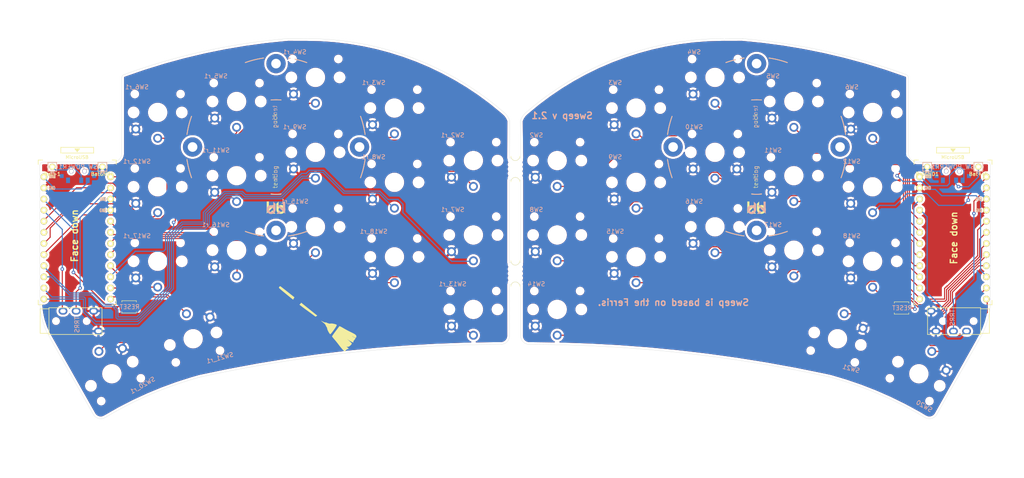
<source format=kicad_pcb>
(kicad_pcb (version 20171130) (host pcbnew "(5.1.4)-1")
  (layers (0 F.Cu signal) (31 B.Cu signal) (34 B.Paste user) (35 F.Paste user) (36 B.SilkS user) (37 F.SilkS user) (38 B.Mask user) (39 F.Mask user) (44 Edge.Cuts user))
  (net 0 "")
  (net 1 BT+)
  (net 2 gnd)
  (net 3 vcc)
  (net 4 Switch18)
  (net 5 reset)
  (net 6 Switch1)
  (net 7 Switch2)
  (net 8 Switch3)
  (net 9 Switch4)
  (net 10 Switch5)
  (net 11 Switch6)
  (net 12 Switch7)
  (net 13 Switch8)
  (net 14 Switch9)
  (net 15 Switch10)
  (net 16 Switch11)
  (net 17 Switch12)
  (net 18 Switch13)
  (net 19 Switch14)
  (net 20 Switch15)
  (net 21 Switch16)
  (net 22 Switch17)
  (net 23 "Net-(SW_POWER1-Pad1)")
  (net 24 raw)
  (net 25 BT+_r)
  (net 26 Switch18_r)
  (net 27 reset_r)
  (net 28 Switch9_r)
  (net 29 Switch10_r)
  (net 30 Switch11_r)
  (net 31 Switch12_r)
  (net 32 Switch13_r)
  (net 33 Switch14_r)
  (net 34 Switch15_r)
  (net 35 Switch16_r)
  (net 36 Switch17_r)
  (net 37 Switch1_r)
  (net 38 Switch2_r)
  (net 39 Switch3_r)
  (net 40 Switch4_r)
  (net 41 Switch5_r)
  (net 42 Switch6_r)
  (net 43 Switch7_r)
  (net 44 Switch8_r)
  (net 45 "Net-(SW_POWERR1-Pad1)")
  (module Duckyb-Parts:mouse-bite-5mm-slot-with-space-for-track (layer F.Cu) (at 130.302 51.308)
    (fp_text reference mouse-bite-2mm-slot hide)
    (fp_text value VAL** hide)
    (pad "" np_thru_hole circle (at 1.016 0) (size 0.5 0.5) (drill 0.5) (layers *.Cu *.Mask))
    (pad "" np_thru_hole circle (at -1.016 0) (size 0.5 0.5) (drill 0.5) (layers *.Cu *.Mask))
    (pad "" np_thru_hole circle (at 1.016 2.032) (size 0.5 0.5) (drill 0.5) (layers *.Cu *.Mask))
    (pad "" np_thru_hole circle (at -1.016 2.032) (size 0.5 0.5) (drill 0.5) (layers *.Cu *.Mask))
    (pad "" np_thru_hole circle (at 1.016 -2.032) (size 0.5 0.5) (drill 0.5) (layers *.Cu *.Mask))
    (pad "" np_thru_hole circle (at -1.016 -2.032) (size 0.5 0.5) (drill 0.5) (layers *.Cu *.Mask))
    (pad "" np_thru_hole circle (at 1.016 -1.016) (size 0.5 0.5) (drill 0.5) (layers *.Cu *.Mask))
    (pad "" np_thru_hole circle (at 1.016 1.016) (size 0.5 0.5) (drill 0.5) (layers *.Cu *.Mask))
    (pad "" np_thru_hole circle (at -1.016 1.016) (size 0.5 0.5) (drill 0.5) (layers *.Cu *.Mask))
    (pad "" np_thru_hole circle (at -1.016 -1.016) (size 0.5 0.5) (drill 0.5) (layers *.Cu *.Mask))
  )
  (module Duckyb-Parts:mouse-bite-5mm-slot-with-space-for-track (layer F.Cu) (at 130.302 75.184)
    (fp_text reference mouse-bite-2mm-slot hide)
    (fp_text value VAL** hide)
    (pad "" np_thru_hole circle (at 1.016 0) (size 0.5 0.5) (drill 0.5) (layers *.Cu *.Mask))
    (pad "" np_thru_hole circle (at -1.016 0) (size 0.5 0.5) (drill 0.5) (layers *.Cu *.Mask))
    (pad "" np_thru_hole circle (at 1.016 2.032) (size 0.5 0.5) (drill 0.5) (layers *.Cu *.Mask))
    (pad "" np_thru_hole circle (at -1.016 2.032) (size 0.5 0.5) (drill 0.5) (layers *.Cu *.Mask))
    (pad "" np_thru_hole circle (at 1.016 -2.032) (size 0.5 0.5) (drill 0.5) (layers *.Cu *.Mask))
    (pad "" np_thru_hole circle (at -1.016 -2.032) (size 0.5 0.5) (drill 0.5) (layers *.Cu *.Mask))
    (pad "" np_thru_hole circle (at 1.016 -1.016) (size 0.5 0.5) (drill 0.5) (layers *.Cu *.Mask))
    (pad "" np_thru_hole circle (at 1.016 1.016) (size 0.5 0.5) (drill 0.5) (layers *.Cu *.Mask))
    (pad "" np_thru_hole circle (at -1.016 1.016) (size 0.5 0.5) (drill 0.5) (layers *.Cu *.Mask))
    (pad "" np_thru_hole circle (at -1.016 -1.016) (size 0.5 0.5) (drill 0.5) (layers *.Cu *.Mask))
  )
  (module kbd:ProMicro_v3_min (layer F.Cu) (at 230.178 67.564)
    (fp_text reference U1 hide)
    (fp_text value ProMicro-kbd hide)
    (fp_text user GND (at 5.86 -6.8) (layer F.SilkS) (effects (font (size 0.75 0.5) (thickness 0.125))))
    (fp_text user GND (at 5.86 -6.77) (layer B.SilkS) (effects (font (size 0.75 0.5) (thickness 0.125)) (justify mirror)))
    (fp_text user GND (at 5.88 -9.38) (layer F.SilkS) (effects (font (size 0.75 0.5) (thickness 0.125))))
    (fp_text user GND (at 5.88 -9.35) (layer B.SilkS) (effects (font (size 0.75 0.5) (thickness 0.125)) (justify mirror)))
    (fp_text user GND (at -5.77 -11.88) (layer B.SilkS) (effects (font (size 0.75 0.5) (thickness 0.125)) (justify mirror)))
    (fp_text user GND (at -5.77 -11.91) (layer F.SilkS) (effects (font (size 0.75 0.5) (thickness 0.125))))
    (fp_text user RAW (at -5.67 -14.52) (layer F.SilkS) (effects (font (size 0.75 0.5) (thickness 0.125))))
    (fp_text user MicroUSB (at -0.05 -18.95) (layer F.SilkS) (effects (font (size 0.75 0.75) (thickness 0.12))))
    (fp_text user RAW (at -5.64 -14.52 unlocked) (layer B.SilkS) (effects (font (size 0.75 0.5) (thickness 0.125)) (justify mirror)))
    (fp_text user "" (at -0.5 -17.25) (layer F.SilkS))
    (fp_text user "" (at -1.2065 -16.256) (layer B.SilkS) (effects (justify mirror)))
    (pad 1 thru_hole circle (at 7.6114 -14.478) (size 1.524 1.524) (drill 0.8128) (layers *.Cu F.SilkS B.Mask) (net 15 Switch10))
    (pad 2 thru_hole circle (at 7.6114 -11.938) (size 1.524 1.524) (drill 0.8128) (layers *.Cu F.SilkS B.Mask) (net 4 Switch18))
    (pad 3 thru_hole circle (at 7.6114 -9.398) (size 1.524 1.524) (drill 0.8128) (layers *.Cu F.SilkS B.Mask) (net 2 gnd))
    (pad 4 thru_hole circle (at 7.6114 -6.858) (size 1.524 1.524) (drill 0.8128) (layers *.Cu F.SilkS B.Mask) (net 2 gnd))
    (pad 5 thru_hole circle (at 7.6114 -4.318) (size 1.524 1.524) (drill 0.8128) (layers *.Cu F.SilkS B.Mask) (net 16 Switch11))
    (pad 6 thru_hole circle (at 7.6114 -1.778) (size 1.524 1.524) (drill 0.8128) (layers *.Cu F.SilkS B.Mask) (net 17 Switch12))
    (pad 7 thru_hole circle (at 7.6114 0.762) (size 1.524 1.524) (drill 0.8128) (layers *.Cu F.SilkS B.Mask) (net 18 Switch13))
    (pad 8 thru_hole circle (at 7.6114 3.302) (size 1.524 1.524) (drill 0.8128) (layers *.Cu F.SilkS B.Mask) (net 19 Switch14))
    (pad 9 thru_hole circle (at 7.6114 5.842) (size 1.524 1.524) (drill 0.8128) (layers *.Cu F.SilkS B.Mask) (net 20 Switch15))
    (pad 10 thru_hole circle (at 7.6114 8.382) (size 1.524 1.524) (drill 0.8128) (layers *.Cu F.SilkS B.Mask) (net 6 Switch1))
    (pad 11 thru_hole circle (at 7.6114 10.922) (size 1.524 1.524) (drill 0.8128) (layers *.Cu F.SilkS B.Mask) (net 21 Switch16))
    (pad 12 thru_hole circle (at 7.6114 13.462) (size 1.524 1.524) (drill 0.8128) (layers *.Cu F.SilkS B.Mask) (net 22 Switch17))
    (pad 13 thru_hole circle (at -7.6086 13.462) (size 1.524 1.524) (drill 0.8128) (layers *.Cu F.SilkS B.Mask) (net 14 Switch9))
    (pad 14 thru_hole circle (at -7.6086 10.922) (size 1.524 1.524) (drill 0.8128) (layers *.Cu F.SilkS B.Mask) (net 13 Switch8))
    (pad 15 thru_hole circle (at -7.6086 8.382) (size 1.524 1.524) (drill 0.8128) (layers *.Cu F.SilkS B.Mask) (net 12 Switch7))
    (pad 16 thru_hole circle (at -7.6086 5.842) (size 1.524 1.524) (drill 0.8128) (layers *.Cu F.SilkS B.Mask) (net 11 Switch6))
    (pad 17 thru_hole circle (at -7.6086 3.302) (size 1.524 1.524) (drill 0.8128) (layers *.Cu F.SilkS B.Mask) (net 7 Switch2))
    (pad 18 thru_hole circle (at -7.6086 0.762) (size 1.524 1.524) (drill 0.8128) (layers *.Cu F.SilkS B.Mask) (net 8 Switch3))
    (pad 19 thru_hole circle (at -7.6086 -1.778) (size 1.524 1.524) (drill 0.8128) (layers *.Cu F.SilkS B.Mask) (net 9 Switch4))
    (pad 20 thru_hole circle (at -7.6086 -4.318) (size 1.524 1.524) (drill 0.8128) (layers *.Cu F.SilkS B.Mask) (net 10 Switch5))
    (pad 21 thru_hole circle (at -7.6086 -6.858) (size 1.524 1.524) (drill 0.8128) (layers *.Cu F.SilkS B.Mask) (net 3 vcc))
    (pad 22 thru_hole circle (at -7.6086 -9.398) (size 1.524 1.524) (drill 0.8128) (layers *.Cu F.SilkS B.Mask) (net 5 reset))
    (pad 23 thru_hole circle (at -7.6086 -11.938) (size 1.524 1.524) (drill 0.8128) (layers *.Cu F.SilkS B.Mask) (net 2 gnd))
    (pad 24 thru_hole circle (at -7.6086 -14.478) (size 1.524 1.524) (drill 0.8128) (layers *.Cu F.SilkS B.Mask) (net 24 raw))
  )
  (module kbd:ProMicro_v3_min (layer F.Cu) (at 30.326 67.564)
    (fp_text reference U2 hide)
    (fp_text value ProMicro-kbd hide)
    (fp_text user GND (at 5.86 -6.8) (layer F.SilkS) (effects (font (size 0.75 0.5) (thickness 0.125))))
    (fp_text user GND (at 5.86 -6.77) (layer B.SilkS) (effects (font (size 0.75 0.5) (thickness 0.125)) (justify mirror)))
    (fp_text user GND (at 5.88 -9.38) (layer F.SilkS) (effects (font (size 0.75 0.5) (thickness 0.125))))
    (fp_text user GND (at 5.88 -9.35) (layer B.SilkS) (effects (font (size 0.75 0.5) (thickness 0.125)) (justify mirror)))
    (fp_text user GND (at -5.77 -11.88) (layer B.SilkS) (effects (font (size 0.75 0.5) (thickness 0.125)) (justify mirror)))
    (fp_text user GND (at -5.77 -11.91) (layer F.SilkS) (effects (font (size 0.75 0.5) (thickness 0.125))))
    (fp_text user RAW (at -5.67 -14.52) (layer F.SilkS) (effects (font (size 0.75 0.5) (thickness 0.125))))
    (fp_text user MicroUSB (at -0.05 -18.95) (layer F.SilkS) (effects (font (size 0.75 0.75) (thickness 0.12))))
    (fp_text user RAW (at -5.64 -14.52 unlocked) (layer B.SilkS) (effects (font (size 0.75 0.5) (thickness 0.125)) (justify mirror)))
    (fp_text user "" (at -0.5 -17.25) (layer F.SilkS))
    (fp_text user "" (at -1.2065 -16.256) (layer B.SilkS) (effects (justify mirror)))
    (pad 1 thru_hole circle (at 7.6114 -14.478) (size 1.524 1.524) (drill 0.8128) (layers *.Cu F.SilkS B.Mask) (net 29 Switch10_r))
    (pad 2 thru_hole circle (at 7.6114 -11.938) (size 1.524 1.524) (drill 0.8128) (layers *.Cu F.SilkS B.Mask) (net 26 Switch18_r))
    (pad 3 thru_hole circle (at 7.6114 -9.398) (size 1.524 1.524) (drill 0.8128) (layers *.Cu F.SilkS B.Mask) (net 2 gnd))
    (pad 4 thru_hole circle (at 7.6114 -6.858) (size 1.524 1.524) (drill 0.8128) (layers *.Cu F.SilkS B.Mask) (net 2 gnd))
    (pad 5 thru_hole circle (at 7.6114 -4.318) (size 1.524 1.524) (drill 0.8128) (layers *.Cu F.SilkS B.Mask) (net 30 Switch11_r))
    (pad 6 thru_hole circle (at 7.6114 -1.778) (size 1.524 1.524) (drill 0.8128) (layers *.Cu F.SilkS B.Mask) (net 31 Switch12_r))
    (pad 7 thru_hole circle (at 7.6114 0.762) (size 1.524 1.524) (drill 0.8128) (layers *.Cu F.SilkS B.Mask) (net 32 Switch13_r))
    (pad 8 thru_hole circle (at 7.6114 3.302) (size 1.524 1.524) (drill 0.8128) (layers *.Cu F.SilkS B.Mask) (net 33 Switch14_r))
    (pad 9 thru_hole circle (at 7.6114 5.842) (size 1.524 1.524) (drill 0.8128) (layers *.Cu F.SilkS B.Mask) (net 34 Switch15_r))
    (pad 10 thru_hole circle (at 7.6114 8.382) (size 1.524 1.524) (drill 0.8128) (layers *.Cu F.SilkS B.Mask) (net 37 Switch1_r))
    (pad 11 thru_hole circle (at 7.6114 10.922) (size 1.524 1.524) (drill 0.8128) (layers *.Cu F.SilkS B.Mask) (net 35 Switch16_r))
    (pad 12 thru_hole circle (at 7.6114 13.462) (size 1.524 1.524) (drill 0.8128) (layers *.Cu F.SilkS B.Mask) (net 36 Switch17_r))
    (pad 13 thru_hole circle (at -7.6086 13.462) (size 1.524 1.524) (drill 0.8128) (layers *.Cu F.SilkS B.Mask) (net 28 Switch9_r))
    (pad 14 thru_hole circle (at -7.6086 10.922) (size 1.524 1.524) (drill 0.8128) (layers *.Cu F.SilkS B.Mask) (net 44 Switch8_r))
    (pad 15 thru_hole circle (at -7.6086 8.382) (size 1.524 1.524) (drill 0.8128) (layers *.Cu F.SilkS B.Mask) (net 43 Switch7_r))
    (pad 16 thru_hole circle (at -7.6086 5.842) (size 1.524 1.524) (drill 0.8128) (layers *.Cu F.SilkS B.Mask) (net 42 Switch6_r))
    (pad 17 thru_hole circle (at -7.6086 3.302) (size 1.524 1.524) (drill 0.8128) (layers *.Cu F.SilkS B.Mask) (net 38 Switch2_r))
    (pad 18 thru_hole circle (at -7.6086 0.762) (size 1.524 1.524) (drill 0.8128) (layers *.Cu F.SilkS B.Mask) (net 39 Switch3_r))
    (pad 19 thru_hole circle (at -7.6086 -1.778) (size 1.524 1.524) (drill 0.8128) (layers *.Cu F.SilkS B.Mask) (net 40 Switch4_r))
    (pad 20 thru_hole circle (at -7.6086 -4.318) (size 1.524 1.524) (drill 0.8128) (layers *.Cu F.SilkS B.Mask) (net 41 Switch5_r))
    (pad 21 thru_hole circle (at -7.6086 -6.858) (size 1.524 1.524) (drill 0.8128) (layers *.Cu F.SilkS B.Mask) (net 3 vcc))
    (pad 22 thru_hole circle (at -7.6086 -9.398) (size 1.524 1.524) (drill 0.8128) (layers *.Cu F.SilkS B.Mask) (net 27 reset_r))
    (pad 23 thru_hole circle (at -7.6086 -11.938) (size 1.524 1.524) (drill 0.8128) (layers *.Cu F.SilkS B.Mask) (net 2 gnd))
    (pad 24 thru_hole circle (at -7.6086 -14.478) (size 1.524 1.524) (drill 0.8128) (layers *.Cu F.SilkS B.Mask) (net 24 raw))
  )
  (module Kailh:TRRS-PJ-320A (layer F.Cu) (at 23.876 86.052 90)
    (fp_text reference J1)
    (fp_text value AudioJack4dpb hide)
    (fp_text user TRRS (at -0.8255 6.4135 90) (layer B.SilkS) (effects (justify mirror)))
    (pad R1 thru_hole oval (at 2.3 6.2 90) (size 1.6 2) (drill oval 0.9 1.3) (layers *.Cu *.Mask) (net 26 Switch18_r))
    (pad "" np_thru_hole circle (at 0 1.6 90) (size 0.8 0.8) (drill 0.8) (layers *.Cu *.Mask))
    (pad "" np_thru_hole circle (at 0 8.6 90) (size 0.8 0.8) (drill 0.8) (layers *.Cu *.Mask))
    (pad R2 thru_hole oval (at 2.3 3.2 90) (size 1.6 2) (drill oval 0.9 1.3) (layers *.Cu *.Mask) (net 3 vcc))
    (pad T thru_hole oval (at 2.3 10.2 90) (size 1.6 2) (drill oval 0.9 1.3) (layers *.Cu *.Mask) (net 2 gnd))
    (pad S thru_hole oval (at -2.3 11.3 90) (size 1.6 2) (drill oval 0.9 1.3) (layers *.Cu *.Mask) (net 2 gnd))
  )
  (module Kailh:TRRS-PJ-320A (layer F.Cu) (at 236.474 86.052 270)
    (fp_text reference J2)
    (fp_text value AudioJack4dpb hide)
    (fp_text user TRRS (at -0.8255 6.4135 90) (layer B.SilkS) (effects (justify mirror)))
    (pad R1 thru_hole oval (at 2.3 6.2 270) (size 1.6 2) (drill oval 0.9 1.3) (layers *.Cu *.Mask) (net 4 Switch18))
    (pad "" np_thru_hole circle (at 0 1.6 270) (size 0.8 0.8) (drill 0.8) (layers *.Cu *.Mask))
    (pad "" np_thru_hole circle (at 0 8.6 270) (size 0.8 0.8) (drill 0.8) (layers *.Cu *.Mask))
    (pad R2 thru_hole oval (at 2.3 3.2 270) (size 1.6 2) (drill oval 0.9 1.3) (layers *.Cu *.Mask) (net 3 vcc))
    (pad T thru_hole oval (at 2.3 10.2 270) (size 1.6 2) (drill oval 0.9 1.3) (layers *.Cu *.Mask) (net 2 gnd))
    (pad S thru_hole oval (at -2.3 11.3 270) (size 1.6 2) (drill oval 0.9 1.3) (layers *.Cu *.Mask) (net 2 gnd))
  )
  (module Kailh:SPDT_C128955 (layer B.Cu) (at 230.124 51.816 180)
    (fp_text reference SW_POWERR1 (at 0 1) (layer B.SilkS) (effects (justify mirror)))
    (fp_text value SW_SPDT)
    (pad 0 smd rect (at -3.7 1.1 180) (size 0.9 0.9) (layers B.Cu B.Paste B.Mask))
    (pad 0 smd rect (at -3.7 -1.1 180) (size 0.9 0.9) (layers B.Cu B.Paste B.Mask))
    (pad 0 smd rect (at 3.7 -1.1 180) (size 0.9 0.9) (layers B.Cu B.Paste B.Mask))
    (pad 0 smd rect (at 3.7 1.1 180) (size 0.9 0.9) (layers B.Cu B.Paste B.Mask))
    (pad 1 smd rect (at 2.25 -2.075 180) (size 0.9 1.25) (layers B.Cu B.Paste B.Mask) (net 45 "Net-(SW_POWERR1-Pad1)"))
    (pad 3 smd rect (at -2.25 -2.075 180) (size 0.9 1.25) (layers B.Cu B.Paste B.Mask) (net 24 raw))
    (pad 2 smd rect (at -0.75 -2.075 180) (size 0.9 1.25) (layers B.Cu B.Paste B.Mask) (net 25 BT+_r))
    (pad "" np_thru_hole circle (at -1.5 0 180) (size 1 1) (drill 0.9) (layers *.Cu *.Mask))
    (pad "" np_thru_hole circle (at 1.5 0 180) (size 1 1) (drill 0.9) (layers *.Cu *.Mask))
  )
  (module Kailh:SPDT_C128955 (layer B.Cu) (at 30.48 51.816 180)
    (fp_text reference SW_POWER1 (at 0 1) (layer B.SilkS) (effects (justify mirror)))
    (fp_text value SW_SPDT)
    (pad 0 smd rect (at -3.7 1.1 180) (size 0.9 0.9) (layers B.Cu B.Paste B.Mask))
    (pad 0 smd rect (at -3.7 -1.1 180) (size 0.9 0.9) (layers B.Cu B.Paste B.Mask))
    (pad 0 smd rect (at 3.7 -1.1 180) (size 0.9 0.9) (layers B.Cu B.Paste B.Mask))
    (pad 0 smd rect (at 3.7 1.1 180) (size 0.9 0.9) (layers B.Cu B.Paste B.Mask))
    (pad 1 smd rect (at 2.25 -2.075 180) (size 0.9 1.25) (layers B.Cu B.Paste B.Mask) (net 23 "Net-(SW_POWER1-Pad1)"))
    (pad 3 smd rect (at -2.25 -2.075 180) (size 0.9 1.25) (layers B.Cu B.Paste B.Mask) (net 24 raw))
    (pad 2 smd rect (at -0.75 -2.075 180) (size 0.9 1.25) (layers B.Cu B.Paste B.Mask) (net 1 BT+))
    (pad "" np_thru_hole circle (at -1.5 0 180) (size 1 1) (drill 0.9) (layers *.Cu *.Mask))
    (pad "" np_thru_hole circle (at 1.5 0 180) (size 1 1) (drill 0.9) (layers *.Cu *.Mask))
  )
  (module Kailh:SW_PG1350_nonrev_DPB (layer F.Cu) (at 139.856 49.382)
    (fp_text reference SW2 hide)
    (fp_text value SW_Push hide)
    (fp_text user %R (at -4.76 -5.8) (layer B.SilkS) (effects (justify mirror)))
    (pad "" np_thru_hole circle (at -5.22 -4.2) (size 0.9906 0.9906) (drill 0.9906) (layers *.Cu *.Mask))
    (pad "" np_thru_hole circle (at 0 0) (size 3.429 3.429) (drill 3.429) (layers *.Cu *.Mask))
    (pad 2 thru_hole circle (at -5 3.8) (size 2.032 2.032) (drill 1.27) (layers *.Cu *.Mask) (net 2 gnd))
    (pad 1 thru_hole circle (at 0 5.9) (size 2.032 2.032) (drill 1.27) (layers *.Cu *.Mask) (net 6 Switch1))
    (pad "" np_thru_hole circle (at 5.22 -4.2) (size 0.9906 0.9906) (drill 0.9906) (layers *.Cu *.Mask))
    (pad "" np_thru_hole circle (at 5.5 0) (size 1.7018 1.7018) (drill 1.7018) (layers *.Cu *.Mask))
    (pad "" np_thru_hole circle (at -5.5 0) (size 1.7018 1.7018) (drill 1.7018) (layers *.Cu *.Mask))
  )
  (module Kailh:SW_PG1350_nonrev_DPB (layer F.Cu) (at 157.856 37.382)
    (fp_text reference SW3 hide)
    (fp_text value SW_Push hide)
    (fp_text user %R (at -4.76 -5.8) (layer B.SilkS) (effects (justify mirror)))
    (pad "" np_thru_hole circle (at -5.22 -4.2) (size 0.9906 0.9906) (drill 0.9906) (layers *.Cu *.Mask))
    (pad "" np_thru_hole circle (at 0 0) (size 3.429 3.429) (drill 3.429) (layers *.Cu *.Mask))
    (pad 2 thru_hole circle (at -5 3.8) (size 2.032 2.032) (drill 1.27) (layers *.Cu *.Mask) (net 2 gnd))
    (pad 1 thru_hole circle (at 0 5.9) (size 2.032 2.032) (drill 1.27) (layers *.Cu *.Mask) (net 7 Switch2))
    (pad "" np_thru_hole circle (at 5.22 -4.2) (size 0.9906 0.9906) (drill 0.9906) (layers *.Cu *.Mask))
    (pad "" np_thru_hole circle (at 5.5 0) (size 1.7018 1.7018) (drill 1.7018) (layers *.Cu *.Mask))
    (pad "" np_thru_hole circle (at -5.5 0) (size 1.7018 1.7018) (drill 1.7018) (layers *.Cu *.Mask))
  )
  (module Kailh:SW_PG1350_nonrev_DPB (layer F.Cu) (at 175.856 30.382)
    (fp_text reference SW4 hide)
    (fp_text value SW_Push hide)
    (fp_text user %R (at -4.76 -5.8) (layer B.SilkS) (effects (justify mirror)))
    (pad "" np_thru_hole circle (at -5.22 -4.2) (size 0.9906 0.9906) (drill 0.9906) (layers *.Cu *.Mask))
    (pad "" np_thru_hole circle (at 0 0) (size 3.429 3.429) (drill 3.429) (layers *.Cu *.Mask))
    (pad 2 thru_hole circle (at -5 3.8) (size 2.032 2.032) (drill 1.27) (layers *.Cu *.Mask) (net 2 gnd))
    (pad 1 thru_hole circle (at 0 5.9) (size 2.032 2.032) (drill 1.27) (layers *.Cu *.Mask) (net 8 Switch3))
    (pad "" np_thru_hole circle (at 5.22 -4.2) (size 0.9906 0.9906) (drill 0.9906) (layers *.Cu *.Mask))
    (pad "" np_thru_hole circle (at 5.5 0) (size 1.7018 1.7018) (drill 1.7018) (layers *.Cu *.Mask))
    (pad "" np_thru_hole circle (at -5.5 0) (size 1.7018 1.7018) (drill 1.7018) (layers *.Cu *.Mask))
  )
  (module Kailh:SW_PG1350_nonrev_DPB (layer F.Cu) (at 193.856 35.882)
    (fp_text reference SW5 hide)
    (fp_text value SW_Push hide)
    (fp_text user %R (at -4.76 -5.8) (layer B.SilkS) (effects (justify mirror)))
    (pad "" np_thru_hole circle (at -5.22 -4.2) (size 0.9906 0.9906) (drill 0.9906) (layers *.Cu *.Mask))
    (pad "" np_thru_hole circle (at 0 0) (size 3.429 3.429) (drill 3.429) (layers *.Cu *.Mask))
    (pad 2 thru_hole circle (at -5 3.8) (size 2.032 2.032) (drill 1.27) (layers *.Cu *.Mask) (net 2 gnd))
    (pad 1 thru_hole circle (at 0 5.9) (size 2.032 2.032) (drill 1.27) (layers *.Cu *.Mask) (net 9 Switch4))
    (pad "" np_thru_hole circle (at 5.22 -4.2) (size 0.9906 0.9906) (drill 0.9906) (layers *.Cu *.Mask))
    (pad "" np_thru_hole circle (at 5.5 0) (size 1.7018 1.7018) (drill 1.7018) (layers *.Cu *.Mask))
    (pad "" np_thru_hole circle (at -5.5 0) (size 1.7018 1.7018) (drill 1.7018) (layers *.Cu *.Mask))
  )
  (module Kailh:SW_PG1350_nonrev_DPB (layer F.Cu) (at 211.856 38.382)
    (fp_text reference SW6 hide)
    (fp_text value SW_Push hide)
    (fp_text user %R (at -4.76 -5.8) (layer B.SilkS) (effects (justify mirror)))
    (pad "" np_thru_hole circle (at -5.22 -4.2) (size 0.9906 0.9906) (drill 0.9906) (layers *.Cu *.Mask))
    (pad "" np_thru_hole circle (at 0 0) (size 3.429 3.429) (drill 3.429) (layers *.Cu *.Mask))
    (pad 2 thru_hole circle (at -5 3.8) (size 2.032 2.032) (drill 1.27) (layers *.Cu *.Mask) (net 2 gnd))
    (pad 1 thru_hole circle (at 0 5.9) (size 2.032 2.032) (drill 1.27) (layers *.Cu *.Mask) (net 10 Switch5))
    (pad "" np_thru_hole circle (at 5.22 -4.2) (size 0.9906 0.9906) (drill 0.9906) (layers *.Cu *.Mask))
    (pad "" np_thru_hole circle (at 5.5 0) (size 1.7018 1.7018) (drill 1.7018) (layers *.Cu *.Mask))
    (pad "" np_thru_hole circle (at -5.5 0) (size 1.7018 1.7018) (drill 1.7018) (layers *.Cu *.Mask))
  )
  (module Kailh:SW_PG1350_nonrev_DPB (layer F.Cu) (at 139.856 66.382)
    (fp_text reference SW8 hide)
    (fp_text value SW_Push hide)
    (fp_text user %R (at -4.76 -5.8) (layer B.SilkS) (effects (justify mirror)))
    (pad "" np_thru_hole circle (at -5.22 -4.2) (size 0.9906 0.9906) (drill 0.9906) (layers *.Cu *.Mask))
    (pad "" np_thru_hole circle (at 0 0) (size 3.429 3.429) (drill 3.429) (layers *.Cu *.Mask))
    (pad 2 thru_hole circle (at -5 3.8) (size 2.032 2.032) (drill 1.27) (layers *.Cu *.Mask) (net 2 gnd))
    (pad 1 thru_hole circle (at 0 5.9) (size 2.032 2.032) (drill 1.27) (layers *.Cu *.Mask) (net 11 Switch6))
    (pad "" np_thru_hole circle (at 5.22 -4.2) (size 0.9906 0.9906) (drill 0.9906) (layers *.Cu *.Mask))
    (pad "" np_thru_hole circle (at 5.5 0) (size 1.7018 1.7018) (drill 1.7018) (layers *.Cu *.Mask))
    (pad "" np_thru_hole circle (at -5.5 0) (size 1.7018 1.7018) (drill 1.7018) (layers *.Cu *.Mask))
  )
  (module Kailh:SW_PG1350_nonrev_DPB (layer F.Cu) (at 157.856 54.356)
    (fp_text reference SW9 hide)
    (fp_text value SW_Push hide)
    (fp_text user %R (at -4.76 -5.8) (layer B.SilkS) (effects (justify mirror)))
    (pad "" np_thru_hole circle (at -5.22 -4.2) (size 0.9906 0.9906) (drill 0.9906) (layers *.Cu *.Mask))
    (pad "" np_thru_hole circle (at 0 0) (size 3.429 3.429) (drill 3.429) (layers *.Cu *.Mask))
    (pad 2 thru_hole circle (at -5 3.8) (size 2.032 2.032) (drill 1.27) (layers *.Cu *.Mask) (net 2 gnd))
    (pad 1 thru_hole circle (at 0 5.9) (size 2.032 2.032) (drill 1.27) (layers *.Cu *.Mask) (net 12 Switch7))
    (pad "" np_thru_hole circle (at 5.22 -4.2) (size 0.9906 0.9906) (drill 0.9906) (layers *.Cu *.Mask))
    (pad "" np_thru_hole circle (at 5.5 0) (size 1.7018 1.7018) (drill 1.7018) (layers *.Cu *.Mask))
    (pad "" np_thru_hole circle (at -5.5 0) (size 1.7018 1.7018) (drill 1.7018) (layers *.Cu *.Mask))
  )
  (module Kailh:SW_PG1350_nonrev_DPB (layer F.Cu) (at 193.856 52.832)
    (fp_text reference SW11 hide)
    (fp_text value SW_Push hide)
    (fp_text user %R (at -4.76 -5.8) (layer B.SilkS) (effects (justify mirror)))
    (pad "" np_thru_hole circle (at -5.22 -4.2) (size 0.9906 0.9906) (drill 0.9906) (layers *.Cu *.Mask))
    (pad "" np_thru_hole circle (at 0 0) (size 3.429 3.429) (drill 3.429) (layers *.Cu *.Mask))
    (pad 2 thru_hole circle (at -5 3.8) (size 2.032 2.032) (drill 1.27) (layers *.Cu *.Mask) (net 2 gnd))
    (pad 1 thru_hole circle (at 0 5.9) (size 2.032 2.032) (drill 1.27) (layers *.Cu *.Mask) (net 14 Switch9))
    (pad "" np_thru_hole circle (at 5.22 -4.2) (size 0.9906 0.9906) (drill 0.9906) (layers *.Cu *.Mask))
    (pad "" np_thru_hole circle (at 5.5 0) (size 1.7018 1.7018) (drill 1.7018) (layers *.Cu *.Mask))
    (pad "" np_thru_hole circle (at -5.5 0) (size 1.7018 1.7018) (drill 1.7018) (layers *.Cu *.Mask))
  )
  (module Kailh:SW_PG1350_nonrev_DPB (layer F.Cu) (at 211.836 55.372)
    (fp_text reference SW12 hide)
    (fp_text value SW_Push hide)
    (fp_text user %R (at -4.76 -5.8) (layer B.SilkS) (effects (justify mirror)))
    (pad "" np_thru_hole circle (at -5.22 -4.2) (size 0.9906 0.9906) (drill 0.9906) (layers *.Cu *.Mask))
    (pad "" np_thru_hole circle (at 0 0) (size 3.429 3.429) (drill 3.429) (layers *.Cu *.Mask))
    (pad 2 thru_hole circle (at -5 3.8) (size 2.032 2.032) (drill 1.27) (layers *.Cu *.Mask) (net 2 gnd))
    (pad 1 thru_hole circle (at 0 5.9) (size 2.032 2.032) (drill 1.27) (layers *.Cu *.Mask) (net 15 Switch10))
    (pad "" np_thru_hole circle (at 5.22 -4.2) (size 0.9906 0.9906) (drill 0.9906) (layers *.Cu *.Mask))
    (pad "" np_thru_hole circle (at 5.5 0) (size 1.7018 1.7018) (drill 1.7018) (layers *.Cu *.Mask))
    (pad "" np_thru_hole circle (at -5.5 0) (size 1.7018 1.7018) (drill 1.7018) (layers *.Cu *.Mask))
  )
  (module Kailh:SW_PG1350_nonrev_DPB (layer F.Cu) (at 139.856 83.382)
    (fp_text reference SW14 hide)
    (fp_text value SW_Push hide)
    (fp_text user %R (at -4.76 -5.8) (layer B.SilkS) (effects (justify mirror)))
    (pad "" np_thru_hole circle (at -5.22 -4.2) (size 0.9906 0.9906) (drill 0.9906) (layers *.Cu *.Mask))
    (pad "" np_thru_hole circle (at 0 0) (size 3.429 3.429) (drill 3.429) (layers *.Cu *.Mask))
    (pad 2 thru_hole circle (at -5 3.8) (size 2.032 2.032) (drill 1.27) (layers *.Cu *.Mask) (net 2 gnd))
    (pad 1 thru_hole circle (at 0 5.9) (size 2.032 2.032) (drill 1.27) (layers *.Cu *.Mask) (net 16 Switch11))
    (pad "" np_thru_hole circle (at 5.22 -4.2) (size 0.9906 0.9906) (drill 0.9906) (layers *.Cu *.Mask))
    (pad "" np_thru_hole circle (at 5.5 0) (size 1.7018 1.7018) (drill 1.7018) (layers *.Cu *.Mask))
    (pad "" np_thru_hole circle (at -5.5 0) (size 1.7018 1.7018) (drill 1.7018) (layers *.Cu *.Mask))
  )
  (module Kailh:SW_PG1350_nonrev_DPB (layer F.Cu) (at 157.856 71.374)
    (fp_text reference SW15 hide)
    (fp_text value SW_Push hide)
    (fp_text user %R (at -4.76 -5.8) (layer B.SilkS) (effects (justify mirror)))
    (pad "" np_thru_hole circle (at -5.22 -4.2) (size 0.9906 0.9906) (drill 0.9906) (layers *.Cu *.Mask))
    (pad "" np_thru_hole circle (at 0 0) (size 3.429 3.429) (drill 3.429) (layers *.Cu *.Mask))
    (pad 2 thru_hole circle (at -5 3.8) (size 2.032 2.032) (drill 1.27) (layers *.Cu *.Mask) (net 2 gnd))
    (pad 1 thru_hole circle (at 0 5.9) (size 2.032 2.032) (drill 1.27) (layers *.Cu *.Mask) (net 17 Switch12))
    (pad "" np_thru_hole circle (at 5.22 -4.2) (size 0.9906 0.9906) (drill 0.9906) (layers *.Cu *.Mask))
    (pad "" np_thru_hole circle (at 5.5 0) (size 1.7018 1.7018) (drill 1.7018) (layers *.Cu *.Mask))
    (pad "" np_thru_hole circle (at -5.5 0) (size 1.7018 1.7018) (drill 1.7018) (layers *.Cu *.Mask))
  )
  (module Kailh:SW_PG1350_nonrev_DPB (layer F.Cu) (at 175.856 64.516)
    (fp_text reference SW16 hide)
    (fp_text value SW_Push hide)
    (fp_text user %R (at -4.76 -5.8) (layer B.SilkS) (effects (justify mirror)))
    (pad "" np_thru_hole circle (at -5.22 -4.2) (size 0.9906 0.9906) (drill 0.9906) (layers *.Cu *.Mask))
    (pad "" np_thru_hole circle (at 0 0) (size 3.429 3.429) (drill 3.429) (layers *.Cu *.Mask))
    (pad 2 thru_hole circle (at -5 3.8) (size 2.032 2.032) (drill 1.27) (layers *.Cu *.Mask) (net 2 gnd))
    (pad 1 thru_hole circle (at 0 5.9) (size 2.032 2.032) (drill 1.27) (layers *.Cu *.Mask) (net 18 Switch13))
    (pad "" np_thru_hole circle (at 5.22 -4.2) (size 0.9906 0.9906) (drill 0.9906) (layers *.Cu *.Mask))
    (pad "" np_thru_hole circle (at 5.5 0) (size 1.7018 1.7018) (drill 1.7018) (layers *.Cu *.Mask))
    (pad "" np_thru_hole circle (at -5.5 0) (size 1.7018 1.7018) (drill 1.7018) (layers *.Cu *.Mask))
  )
  (module Kailh:SW_PG1350_nonrev_DPB (layer F.Cu) (at 193.856 69.85)
    (fp_text reference SW17 hide)
    (fp_text value SW_Push hide)
    (fp_text user %R (at -4.76 -5.8) (layer B.SilkS) (effects (justify mirror)))
    (pad "" np_thru_hole circle (at -5.22 -4.2) (size 0.9906 0.9906) (drill 0.9906) (layers *.Cu *.Mask))
    (pad "" np_thru_hole circle (at 0 0) (size 3.429 3.429) (drill 3.429) (layers *.Cu *.Mask))
    (pad 2 thru_hole circle (at -5 3.8) (size 2.032 2.032) (drill 1.27) (layers *.Cu *.Mask) (net 2 gnd))
    (pad 1 thru_hole circle (at 0 5.9) (size 2.032 2.032) (drill 1.27) (layers *.Cu *.Mask) (net 19 Switch14))
    (pad "" np_thru_hole circle (at 5.22 -4.2) (size 0.9906 0.9906) (drill 0.9906) (layers *.Cu *.Mask))
    (pad "" np_thru_hole circle (at 5.5 0) (size 1.7018 1.7018) (drill 1.7018) (layers *.Cu *.Mask))
    (pad "" np_thru_hole circle (at -5.5 0) (size 1.7018 1.7018) (drill 1.7018) (layers *.Cu *.Mask))
  )
  (module Kailh:SW_PG1350_nonrev_DPB (layer F.Cu) (at 211.836 72.39)
    (fp_text reference SW18 hide)
    (fp_text value SW_Push hide)
    (fp_text user %R (at -4.76 -5.8) (layer B.SilkS) (effects (justify mirror)))
    (pad "" np_thru_hole circle (at -5.22 -4.2) (size 0.9906 0.9906) (drill 0.9906) (layers *.Cu *.Mask))
    (pad "" np_thru_hole circle (at 0 0) (size 3.429 3.429) (drill 3.429) (layers *.Cu *.Mask))
    (pad 2 thru_hole circle (at -5 3.8) (size 2.032 2.032) (drill 1.27) (layers *.Cu *.Mask) (net 2 gnd))
    (pad 1 thru_hole circle (at 0 5.9) (size 2.032 2.032) (drill 1.27) (layers *.Cu *.Mask) (net 20 Switch15))
    (pad "" np_thru_hole circle (at 5.22 -4.2) (size 0.9906 0.9906) (drill 0.9906) (layers *.Cu *.Mask))
    (pad "" np_thru_hole circle (at 5.5 0) (size 1.7018 1.7018) (drill 1.7018) (layers *.Cu *.Mask))
    (pad "" np_thru_hole circle (at -5.5 0) (size 1.7018 1.7018) (drill 1.7018) (layers *.Cu *.Mask))
  )
  (module Kailh:SW_PG1350_nonrev_DPB (layer F.Cu) (at 222.386 98.082 150)
    (fp_text reference SW20 hide)
    (fp_text value SW_Push hide)
    (fp_text user %R (at -4.76 -5.8 150) (layer B.SilkS) (effects (justify mirror)))
    (pad "" np_thru_hole circle (at -5.22 -4.2 150) (size 0.9906 0.9906) (drill 0.9906) (layers *.Cu *.Mask))
    (pad "" np_thru_hole circle (at 0 0 150) (size 3.429 3.429) (drill 3.429) (layers *.Cu *.Mask))
    (pad 2 thru_hole circle (at -5 3.8 150) (size 2.032 2.032) (drill 1.27) (layers *.Cu *.Mask) (net 2 gnd))
    (pad 1 thru_hole circle (at 0 5.9 150) (size 2.032 2.032) (drill 1.27) (layers *.Cu *.Mask) (net 22 Switch17))
    (pad "" np_thru_hole circle (at 5.22 -4.2 150) (size 0.9906 0.9906) (drill 0.9906) (layers *.Cu *.Mask))
    (pad "" np_thru_hole circle (at 5.5 0 150) (size 1.7018 1.7018) (drill 1.7018) (layers *.Cu *.Mask))
    (pad "" np_thru_hole circle (at -5.5 0 150) (size 1.7018 1.7018) (drill 1.7018) (layers *.Cu *.Mask))
  )
  (module Kailh:SW_PG1350_nonrev_DPB (layer F.Cu) (at 203.826 90.082 165)
    (fp_text reference SW21 hide)
    (fp_text value SW_Push hide)
    (fp_text user %R (at -4.759999 -5.8 165) (layer B.SilkS) (effects (justify mirror)))
    (pad "" np_thru_hole circle (at -5.22 -4.2 165) (size 0.9906 0.9906) (drill 0.9906) (layers *.Cu *.Mask))
    (pad "" np_thru_hole circle (at 0 0 165) (size 3.429 3.429) (drill 3.429) (layers *.Cu *.Mask))
    (pad 2 thru_hole circle (at -5 3.8 165) (size 2.032 2.032) (drill 1.27) (layers *.Cu *.Mask) (net 2 gnd))
    (pad 1 thru_hole circle (at 0 5.9 165) (size 2.032 2.032) (drill 1.27) (layers *.Cu *.Mask) (net 21 Switch16))
    (pad "" np_thru_hole circle (at 5.22 -4.2 165) (size 0.9906 0.9906) (drill 0.9906) (layers *.Cu *.Mask))
    (pad "" np_thru_hole circle (at 5.5 0 165) (size 1.7018 1.7018) (drill 1.7018) (layers *.Cu *.Mask))
    (pad "" np_thru_hole circle (at -5.5 0 165) (size 1.7018 1.7018) (drill 1.7018) (layers *.Cu *.Mask))
  )
  (module Kailh:SW_PG1350_nonrev_DPB (layer F.Cu) (at 66.7 52.832)
    (fp_text reference SW11_r1 hide)
    (fp_text value SW_Push hide)
    (fp_text user %R (at -4.76 -5.8) (layer B.SilkS) (effects (justify mirror)))
    (pad "" np_thru_hole circle (at -5.22 -4.2) (size 0.9906 0.9906) (drill 0.9906) (layers *.Cu *.Mask))
    (pad "" np_thru_hole circle (at 0 0) (size 3.429 3.429) (drill 3.429) (layers *.Cu *.Mask))
    (pad 2 thru_hole circle (at -5 3.8) (size 2.032 2.032) (drill 1.27) (layers *.Cu *.Mask) (net 2 gnd))
    (pad 1 thru_hole circle (at 0 5.9) (size 2.032 2.032) (drill 1.27) (layers *.Cu *.Mask) (net 28 Switch9_r))
    (pad "" np_thru_hole circle (at 5.22 -4.2) (size 0.9906 0.9906) (drill 0.9906) (layers *.Cu *.Mask))
    (pad "" np_thru_hole circle (at 5.5 0) (size 1.7018 1.7018) (drill 1.7018) (layers *.Cu *.Mask))
    (pad "" np_thru_hole circle (at -5.5 0) (size 1.7018 1.7018) (drill 1.7018) (layers *.Cu *.Mask))
  )
  (module Kailh:SW_PG1350_nonrev_DPB (layer F.Cu) (at 48.686 55.372)
    (fp_text reference SW12_r1 hide)
    (fp_text value SW_Push hide)
    (fp_text user %R (at -4.76 -5.8) (layer B.SilkS) (effects (justify mirror)))
    (pad "" np_thru_hole circle (at -5.22 -4.2) (size 0.9906 0.9906) (drill 0.9906) (layers *.Cu *.Mask))
    (pad "" np_thru_hole circle (at 0 0) (size 3.429 3.429) (drill 3.429) (layers *.Cu *.Mask))
    (pad 2 thru_hole circle (at -5 3.8) (size 2.032 2.032) (drill 1.27) (layers *.Cu *.Mask) (net 2 gnd))
    (pad 1 thru_hole circle (at 0 5.9) (size 2.032 2.032) (drill 1.27) (layers *.Cu *.Mask) (net 29 Switch10_r))
    (pad "" np_thru_hole circle (at 5.22 -4.2) (size 0.9906 0.9906) (drill 0.9906) (layers *.Cu *.Mask))
    (pad "" np_thru_hole circle (at 5.5 0) (size 1.7018 1.7018) (drill 1.7018) (layers *.Cu *.Mask))
    (pad "" np_thru_hole circle (at -5.5 0) (size 1.7018 1.7018) (drill 1.7018) (layers *.Cu *.Mask))
  )
  (module Kailh:SW_PG1350_nonrev_DPB (layer F.Cu) (at 120.732 83.382)
    (fp_text reference SW13_r1 hide)
    (fp_text value SW_Push hide)
    (fp_text user %R (at -4.76 -5.8) (layer B.SilkS) (effects (justify mirror)))
    (pad "" np_thru_hole circle (at -5.22 -4.2) (size 0.9906 0.9906) (drill 0.9906) (layers *.Cu *.Mask))
    (pad "" np_thru_hole circle (at 0 0) (size 3.429 3.429) (drill 3.429) (layers *.Cu *.Mask))
    (pad 2 thru_hole circle (at -5 3.8) (size 2.032 2.032) (drill 1.27) (layers *.Cu *.Mask) (net 2 gnd))
    (pad 1 thru_hole circle (at 0 5.9) (size 2.032 2.032) (drill 1.27) (layers *.Cu *.Mask) (net 30 Switch11_r))
    (pad "" np_thru_hole circle (at 5.22 -4.2) (size 0.9906 0.9906) (drill 0.9906) (layers *.Cu *.Mask))
    (pad "" np_thru_hole circle (at 5.5 0) (size 1.7018 1.7018) (drill 1.7018) (layers *.Cu *.Mask))
    (pad "" np_thru_hole circle (at -5.5 0) (size 1.7018 1.7018) (drill 1.7018) (layers *.Cu *.Mask))
  )
  (module Kailh:SW_PG1350_nonrev_DPB (layer F.Cu) (at 84.688 64.516)
    (fp_text reference SW15_r1 hide)
    (fp_text value SW_Push hide)
    (fp_text user %R (at -4.76 -5.8) (layer B.SilkS) (effects (justify mirror)))
    (pad "" np_thru_hole circle (at -5.22 -4.2) (size 0.9906 0.9906) (drill 0.9906) (layers *.Cu *.Mask))
    (pad "" np_thru_hole circle (at 0 0) (size 3.429 3.429) (drill 3.429) (layers *.Cu *.Mask))
    (pad 2 thru_hole circle (at -5 3.8) (size 2.032 2.032) (drill 1.27) (layers *.Cu *.Mask) (net 2 gnd))
    (pad 1 thru_hole circle (at 0 5.9) (size 2.032 2.032) (drill 1.27) (layers *.Cu *.Mask) (net 32 Switch13_r))
    (pad "" np_thru_hole circle (at 5.22 -4.2) (size 0.9906 0.9906) (drill 0.9906) (layers *.Cu *.Mask))
    (pad "" np_thru_hole circle (at 5.5 0) (size 1.7018 1.7018) (drill 1.7018) (layers *.Cu *.Mask))
    (pad "" np_thru_hole circle (at -5.5 0) (size 1.7018 1.7018) (drill 1.7018) (layers *.Cu *.Mask))
  )
  (module Kailh:SW_PG1350_nonrev_DPB (layer F.Cu) (at 66.7 69.85)
    (fp_text reference SW16_r1 hide)
    (fp_text value SW_Push hide)
    (fp_text user %R (at -4.76 -5.8) (layer B.SilkS) (effects (justify mirror)))
    (pad "" np_thru_hole circle (at -5.22 -4.2) (size 0.9906 0.9906) (drill 0.9906) (layers *.Cu *.Mask))
    (pad "" np_thru_hole circle (at 0 0) (size 3.429 3.429) (drill 3.429) (layers *.Cu *.Mask))
    (pad 2 thru_hole circle (at -5 3.8) (size 2.032 2.032) (drill 1.27) (layers *.Cu *.Mask) (net 2 gnd))
    (pad 1 thru_hole circle (at 0 5.9) (size 2.032 2.032) (drill 1.27) (layers *.Cu *.Mask) (net 33 Switch14_r))
    (pad "" np_thru_hole circle (at 5.22 -4.2) (size 0.9906 0.9906) (drill 0.9906) (layers *.Cu *.Mask))
    (pad "" np_thru_hole circle (at 5.5 0) (size 1.7018 1.7018) (drill 1.7018) (layers *.Cu *.Mask))
    (pad "" np_thru_hole circle (at -5.5 0) (size 1.7018 1.7018) (drill 1.7018) (layers *.Cu *.Mask))
  )
  (module Kailh:SW_PG1350_nonrev_DPB (layer F.Cu) (at 48.686 72.39)
    (fp_text reference SW17_r1 hide)
    (fp_text value SW_Push hide)
    (fp_text user %R (at -4.76 -5.8) (layer B.SilkS) (effects (justify mirror)))
    (pad "" np_thru_hole circle (at -5.22 -4.2) (size 0.9906 0.9906) (drill 0.9906) (layers *.Cu *.Mask))
    (pad "" np_thru_hole circle (at 0 0) (size 3.429 3.429) (drill 3.429) (layers *.Cu *.Mask))
    (pad 2 thru_hole circle (at -5 3.8) (size 2.032 2.032) (drill 1.27) (layers *.Cu *.Mask) (net 2 gnd))
    (pad 1 thru_hole circle (at 0 5.9) (size 2.032 2.032) (drill 1.27) (layers *.Cu *.Mask) (net 34 Switch15_r))
    (pad "" np_thru_hole circle (at 5.22 -4.2) (size 0.9906 0.9906) (drill 0.9906) (layers *.Cu *.Mask))
    (pad "" np_thru_hole circle (at 5.5 0) (size 1.7018 1.7018) (drill 1.7018) (layers *.Cu *.Mask))
    (pad "" np_thru_hole circle (at -5.5 0) (size 1.7018 1.7018) (drill 1.7018) (layers *.Cu *.Mask))
  )
  (module Kailh:SW_PG1350_nonrev_DPB (layer F.Cu) (at 102.714 71.374)
    (fp_text reference SW18_r1 hide)
    (fp_text value SW_Push hide)
    (fp_text user %R (at -4.76 -5.8) (layer B.SilkS) (effects (justify mirror)))
    (pad "" np_thru_hole circle (at -5.22 -4.2) (size 0.9906 0.9906) (drill 0.9906) (layers *.Cu *.Mask))
    (pad "" np_thru_hole circle (at 0 0) (size 3.429 3.429) (drill 3.429) (layers *.Cu *.Mask))
    (pad 2 thru_hole circle (at -5 3.8) (size 2.032 2.032) (drill 1.27) (layers *.Cu *.Mask) (net 2 gnd))
    (pad 1 thru_hole circle (at 0 5.9) (size 2.032 2.032) (drill 1.27) (layers *.Cu *.Mask) (net 31 Switch12_r))
    (pad "" np_thru_hole circle (at 5.22 -4.2) (size 0.9906 0.9906) (drill 0.9906) (layers *.Cu *.Mask))
    (pad "" np_thru_hole circle (at 5.5 0) (size 1.7018 1.7018) (drill 1.7018) (layers *.Cu *.Mask))
    (pad "" np_thru_hole circle (at -5.5 0) (size 1.7018 1.7018) (drill 1.7018) (layers *.Cu *.Mask))
  )
  (module Kailh:SW_PG1350_nonrev_DPB (layer F.Cu) (at 120.732 49.382)
    (fp_text reference SW2_r1 hide)
    (fp_text value SW_Push hide)
    (fp_text user %R (at -4.76 -5.8) (layer B.SilkS) (effects (justify mirror)))
    (pad "" np_thru_hole circle (at -5.22 -4.2) (size 0.9906 0.9906) (drill 0.9906) (layers *.Cu *.Mask))
    (pad "" np_thru_hole circle (at 0 0) (size 3.429 3.429) (drill 3.429) (layers *.Cu *.Mask))
    (pad 2 thru_hole circle (at -5 3.8) (size 2.032 2.032) (drill 1.27) (layers *.Cu *.Mask) (net 2 gnd))
    (pad 1 thru_hole circle (at 0 5.9) (size 2.032 2.032) (drill 1.27) (layers *.Cu *.Mask) (net 37 Switch1_r))
    (pad "" np_thru_hole circle (at 5.22 -4.2) (size 0.9906 0.9906) (drill 0.9906) (layers *.Cu *.Mask))
    (pad "" np_thru_hole circle (at 5.5 0) (size 1.7018 1.7018) (drill 1.7018) (layers *.Cu *.Mask))
    (pad "" np_thru_hole circle (at -5.5 0) (size 1.7018 1.7018) (drill 1.7018) (layers *.Cu *.Mask))
  )
  (module Kailh:SW_PG1350_nonrev_DPB (layer F.Cu) (at 102.714 37.382)
    (fp_text reference SW3_r1 hide)
    (fp_text value SW_Push hide)
    (fp_text user %R (at -4.76 -5.8) (layer B.SilkS) (effects (justify mirror)))
    (pad "" np_thru_hole circle (at -5.22 -4.2) (size 0.9906 0.9906) (drill 0.9906) (layers *.Cu *.Mask))
    (pad "" np_thru_hole circle (at 0 0) (size 3.429 3.429) (drill 3.429) (layers *.Cu *.Mask))
    (pad 2 thru_hole circle (at -5 3.8) (size 2.032 2.032) (drill 1.27) (layers *.Cu *.Mask) (net 2 gnd))
    (pad 1 thru_hole circle (at 0 5.9) (size 2.032 2.032) (drill 1.27) (layers *.Cu *.Mask) (net 38 Switch2_r))
    (pad "" np_thru_hole circle (at 5.22 -4.2) (size 0.9906 0.9906) (drill 0.9906) (layers *.Cu *.Mask))
    (pad "" np_thru_hole circle (at 5.5 0) (size 1.7018 1.7018) (drill 1.7018) (layers *.Cu *.Mask))
    (pad "" np_thru_hole circle (at -5.5 0) (size 1.7018 1.7018) (drill 1.7018) (layers *.Cu *.Mask))
  )
  (module Kailh:SW_PG1350_nonrev_DPB (layer F.Cu) (at 84.688 30.382)
    (fp_text reference SW4_r1 hide)
    (fp_text value SW_Push hide)
    (fp_text user %R (at -4.76 -5.8) (layer B.SilkS) (effects (justify mirror)))
    (pad "" np_thru_hole circle (at -5.22 -4.2) (size 0.9906 0.9906) (drill 0.9906) (layers *.Cu *.Mask))
    (pad "" np_thru_hole circle (at 0 0) (size 3.429 3.429) (drill 3.429) (layers *.Cu *.Mask))
    (pad 2 thru_hole circle (at -5 3.8) (size 2.032 2.032) (drill 1.27) (layers *.Cu *.Mask) (net 2 gnd))
    (pad 1 thru_hole circle (at 0 5.9) (size 2.032 2.032) (drill 1.27) (layers *.Cu *.Mask) (net 39 Switch3_r))
    (pad "" np_thru_hole circle (at 5.22 -4.2) (size 0.9906 0.9906) (drill 0.9906) (layers *.Cu *.Mask))
    (pad "" np_thru_hole circle (at 5.5 0) (size 1.7018 1.7018) (drill 1.7018) (layers *.Cu *.Mask))
    (pad "" np_thru_hole circle (at -5.5 0) (size 1.7018 1.7018) (drill 1.7018) (layers *.Cu *.Mask))
  )
  (module Kailh:SW_PG1350_nonrev_DPB (layer F.Cu) (at 66.7 35.882)
    (fp_text reference SW5_r1 hide)
    (fp_text value SW_Push hide)
    (fp_text user %R (at -4.76 -5.8) (layer B.SilkS) (effects (justify mirror)))
    (pad "" np_thru_hole circle (at -5.22 -4.2) (size 0.9906 0.9906) (drill 0.9906) (layers *.Cu *.Mask))
    (pad "" np_thru_hole circle (at 0 0) (size 3.429 3.429) (drill 3.429) (layers *.Cu *.Mask))
    (pad 2 thru_hole circle (at -5 3.8) (size 2.032 2.032) (drill 1.27) (layers *.Cu *.Mask) (net 2 gnd))
    (pad 1 thru_hole circle (at 0 5.9) (size 2.032 2.032) (drill 1.27) (layers *.Cu *.Mask) (net 40 Switch4_r))
    (pad "" np_thru_hole circle (at 5.22 -4.2) (size 0.9906 0.9906) (drill 0.9906) (layers *.Cu *.Mask))
    (pad "" np_thru_hole circle (at 5.5 0) (size 1.7018 1.7018) (drill 1.7018) (layers *.Cu *.Mask))
    (pad "" np_thru_hole circle (at -5.5 0) (size 1.7018 1.7018) (drill 1.7018) (layers *.Cu *.Mask))
  )
  (module Kailh:SW_PG1350_nonrev_DPB (layer F.Cu) (at 48.686 38.382)
    (fp_text reference SW6_r1 hide)
    (fp_text value SW_Push hide)
    (fp_text user %R (at -4.76 -5.8) (layer B.SilkS) (effects (justify mirror)))
    (pad "" np_thru_hole circle (at -5.22 -4.2) (size 0.9906 0.9906) (drill 0.9906) (layers *.Cu *.Mask))
    (pad "" np_thru_hole circle (at 0 0) (size 3.429 3.429) (drill 3.429) (layers *.Cu *.Mask))
    (pad 2 thru_hole circle (at -5 3.8) (size 2.032 2.032) (drill 1.27) (layers *.Cu *.Mask) (net 2 gnd))
    (pad 1 thru_hole circle (at 0 5.9) (size 2.032 2.032) (drill 1.27) (layers *.Cu *.Mask) (net 41 Switch5_r))
    (pad "" np_thru_hole circle (at 5.22 -4.2) (size 0.9906 0.9906) (drill 0.9906) (layers *.Cu *.Mask))
    (pad "" np_thru_hole circle (at 5.5 0) (size 1.7018 1.7018) (drill 1.7018) (layers *.Cu *.Mask))
    (pad "" np_thru_hole circle (at -5.5 0) (size 1.7018 1.7018) (drill 1.7018) (layers *.Cu *.Mask))
  )
  (module Kailh:SW_PG1350_nonrev_DPB (layer F.Cu) (at 120.732 66.382)
    (fp_text reference SW7_r1 hide)
    (fp_text value SW_Push hide)
    (fp_text user %R (at -4.76 -5.8) (layer B.SilkS) (effects (justify mirror)))
    (pad "" np_thru_hole circle (at -5.22 -4.2) (size 0.9906 0.9906) (drill 0.9906) (layers *.Cu *.Mask))
    (pad "" np_thru_hole circle (at 0 0) (size 3.429 3.429) (drill 3.429) (layers *.Cu *.Mask))
    (pad 2 thru_hole circle (at -5 3.8) (size 2.032 2.032) (drill 1.27) (layers *.Cu *.Mask) (net 2 gnd))
    (pad 1 thru_hole circle (at 0 5.9) (size 2.032 2.032) (drill 1.27) (layers *.Cu *.Mask) (net 42 Switch6_r))
    (pad "" np_thru_hole circle (at 5.22 -4.2) (size 0.9906 0.9906) (drill 0.9906) (layers *.Cu *.Mask))
    (pad "" np_thru_hole circle (at 5.5 0) (size 1.7018 1.7018) (drill 1.7018) (layers *.Cu *.Mask))
    (pad "" np_thru_hole circle (at -5.5 0) (size 1.7018 1.7018) (drill 1.7018) (layers *.Cu *.Mask))
  )
  (module Kailh:SW_PG1350_nonrev_DPB (layer F.Cu) (at 102.714 54.356)
    (fp_text reference SW8_r1 hide)
    (fp_text value SW_Push hide)
    (fp_text user %R (at -4.76 -5.8) (layer B.SilkS) (effects (justify mirror)))
    (pad "" np_thru_hole circle (at -5.22 -4.2) (size 0.9906 0.9906) (drill 0.9906) (layers *.Cu *.Mask))
    (pad "" np_thru_hole circle (at 0 0) (size 3.429 3.429) (drill 3.429) (layers *.Cu *.Mask))
    (pad 2 thru_hole circle (at -5 3.8) (size 2.032 2.032) (drill 1.27) (layers *.Cu *.Mask) (net 2 gnd))
    (pad 1 thru_hole circle (at 0 5.9) (size 2.032 2.032) (drill 1.27) (layers *.Cu *.Mask) (net 43 Switch7_r))
    (pad "" np_thru_hole circle (at 5.22 -4.2) (size 0.9906 0.9906) (drill 0.9906) (layers *.Cu *.Mask))
    (pad "" np_thru_hole circle (at 5.5 0) (size 1.7018 1.7018) (drill 1.7018) (layers *.Cu *.Mask))
    (pad "" np_thru_hole circle (at -5.5 0) (size 1.7018 1.7018) (drill 1.7018) (layers *.Cu *.Mask))
  )
  (module Kailh:SW_PG1350_nonrev_DPB (layer F.Cu) (at 84.688 47.498)
    (fp_text reference SW9_r1 hide)
    (fp_text value SW_Push hide)
    (fp_text user %R (at -4.76 -5.8) (layer B.SilkS) (effects (justify mirror)))
    (pad "" np_thru_hole circle (at -5.22 -4.2) (size 0.9906 0.9906) (drill 0.9906) (layers *.Cu *.Mask))
    (pad "" np_thru_hole circle (at 0 0) (size 3.429 3.429) (drill 3.429) (layers *.Cu *.Mask))
    (pad 2 thru_hole circle (at -5 3.8) (size 2.032 2.032) (drill 1.27) (layers *.Cu *.Mask) (net 2 gnd))
    (pad 1 thru_hole circle (at 0 5.9) (size 2.032 2.032) (drill 1.27) (layers *.Cu *.Mask) (net 44 Switch8_r))
    (pad "" np_thru_hole circle (at 5.22 -4.2) (size 0.9906 0.9906) (drill 0.9906) (layers *.Cu *.Mask))
    (pad "" np_thru_hole circle (at 5.5 0) (size 1.7018 1.7018) (drill 1.7018) (layers *.Cu *.Mask))
    (pad "" np_thru_hole circle (at -5.5 0) (size 1.7018 1.7018) (drill 1.7018) (layers *.Cu *.Mask))
  )
  (module Kailh:SW_PG1350_nonrev_DPB (layer F.Cu) (at 38.218 98.082 210)
    (fp_text reference SW20_r1 hide)
    (fp_text value SW_Push hide)
    (fp_text user %R (at -4.76 -5.8 30) (layer B.SilkS) (effects (justify mirror)))
    (pad "" np_thru_hole circle (at -5.22 -4.2 210) (size 0.9906 0.9906) (drill 0.9906) (layers *.Cu *.Mask))
    (pad "" np_thru_hole circle (at 0 0 210) (size 3.429 3.429) (drill 3.429) (layers *.Cu *.Mask))
    (pad 2 thru_hole circle (at -5 3.8 210) (size 2.032 2.032) (drill 1.27) (layers *.Cu *.Mask) (net 2 gnd))
    (pad 1 thru_hole circle (at 0 5.9 210) (size 2.032 2.032) (drill 1.27) (layers *.Cu *.Mask) (net 36 Switch17_r))
    (pad "" np_thru_hole circle (at 5.22 -4.2 210) (size 0.9906 0.9906) (drill 0.9906) (layers *.Cu *.Mask))
    (pad "" np_thru_hole circle (at 5.5 0 210) (size 1.7018 1.7018) (drill 1.7018) (layers *.Cu *.Mask))
    (pad "" np_thru_hole circle (at -5.5 0 210) (size 1.7018 1.7018) (drill 1.7018) (layers *.Cu *.Mask))
  )
  (module Kailh:SW_PG1350_nonrev_DPB (layer F.Cu) (at 56.778 90.082 195)
    (fp_text reference SW21_r1 hide)
    (fp_text value SW_Push hide)
    (fp_text user %R (at -4.759999 -5.8 15) (layer B.SilkS) (effects (justify mirror)))
    (pad "" np_thru_hole circle (at -5.22 -4.2 195) (size 0.9906 0.9906) (drill 0.9906) (layers *.Cu *.Mask))
    (pad "" np_thru_hole circle (at 0 0 195) (size 3.429 3.429) (drill 3.429) (layers *.Cu *.Mask))
    (pad 2 thru_hole circle (at -5 3.8 195) (size 2.032 2.032) (drill 1.27) (layers *.Cu *.Mask) (net 2 gnd))
    (pad 1 thru_hole circle (at 0 5.9 195) (size 2.032 2.032) (drill 1.27) (layers *.Cu *.Mask) (net 35 Switch16_r))
    (pad "" np_thru_hole circle (at 5.22 -4.2 195) (size 0.9906 0.9906) (drill 0.9906) (layers *.Cu *.Mask))
    (pad "" np_thru_hole circle (at 5.5 0 195) (size 1.7018 1.7018) (drill 1.7018) (layers *.Cu *.Mask))
    (pad "" np_thru_hole circle (at -5.5 0 195) (size 1.7018 1.7018) (drill 1.7018) (layers *.Cu *.Mask))
  )
  (module Kailh:SW_PG1350_rev_DPB (layer F.Cu) (at 175.856 47.498)
    (fp_text reference SW10 hide)
    (fp_text value SW_Push hide)
    (fp_text user %R (at -4.76 -5.8) (layer B.SilkS) (effects (justify mirror)))
    (pad "" np_thru_hole circle (at -5.5 0) (size 1.7018 1.7018) (drill 1.7018) (layers *.Cu *.Mask))
    (pad "" np_thru_hole circle (at 5.5 0) (size 1.7018 1.7018) (drill 1.7018) (layers *.Cu *.Mask))
    (pad "" np_thru_hole circle (at 5.22 -4.2) (size 0.9906 0.9906) (drill 0.9906) (layers *.Cu *.Mask))
    (pad 1 thru_hole circle (at 0 5.9) (size 2.032 2.032) (drill 1.27) (layers *.Cu *.Mask) (net 13 Switch8))
    (pad 2 thru_hole circle (at -5 3.8) (size 2.032 2.032) (drill 1.27) (layers *.Cu *.Mask) (net 2 gnd))
    (pad "" np_thru_hole circle (at 0 0) (size 3.429 3.429) (drill 3.429) (layers *.Cu *.Mask))
    (pad 2 thru_hole circle (at 5 3.8) (size 2.032 2.032) (drill 1.27) (layers *.Cu *.Mask) (net 2 gnd))
    (pad "" np_thru_hole circle (at -5.22 -4.2) (size 0.9906 0.9906) (drill 0.9906) (layers *.Cu *.Mask))
  )
  (module kbd:SW_SPST_B3U-1000P (layer F.Cu) (at 42.164 82.804)
    (fp_text reference RSW2 hide)
    (fp_text value SW_Push)
    (fp_text user RESET (at 0.127 0) (layer B.SilkS) (effects (justify mirror)))
    (pad 1 smd rect (at -1.7 0) (size 0.9 1.7) (layers F.Cu F.Paste F.Mask) (net 2 gnd))
    (pad 2 smd rect (at 1.7 0) (size 0.9 1.7) (layers F.Cu F.Paste F.Mask) (net 27 reset_r))
  )
  (module kbd:SW_SPST_B3U-1000P (layer F.Cu) (at 218.44 83.058)
    (fp_text reference RSW1 hide)
    (fp_text value SW_Push)
    (fp_text user RESET (at 0.127 0) (layer B.SilkS) (effects (justify mirror)))
    (pad 1 smd rect (at -1.7 0) (size 0.9 1.7) (layers F.Cu F.Paste F.Mask) (net 2 gnd))
    (pad 2 smd rect (at 1.7 0) (size 0.9 1.7) (layers F.Cu F.Paste F.Mask) (net 5 reset))
  )
  (module kbd:Tenting_Puck2 (layer F.Cu) (at 75.692 46.282)
    (fp_text reference REF**)
    (fp_text value "Tenting Puck")
    (fp_text user puck (at -0.1905 6.0325 90 unlocked) (layer B.SilkS) (effects (font (thickness 0.1)) (justify mirror)))
    (fp_text user tenting (at -0.254 -6.9215 90) (layer B.SilkS) (effects (font (thickness 0.1)) (justify mirror)))
    (fp_text user puck (at -0.254 -6.0325 90) (layer F.SilkS) (effects (font (thickness 0.1))))
    (fp_text user tenting (at -0.1905 6.858 90) (layer F.SilkS) (effects (font (thickness 0.1))))
    (pad 1 thru_hole circle (at -19.05 0) (size 4.4 4.4) (drill 2.2) (layers *.Cu *.Mask))
    (pad 1 thru_hole circle (at 0 19.05) (size 4.4 4.4) (drill 2.2) (layers *.Cu *.Mask))
    (pad 1 thru_hole circle (at 19.05 0) (size 4.4 4.4) (drill 2.2) (layers *.Cu *.Mask))
    (pad 1 thru_hole circle (at 0 -19.05) (size 4.4 4.4) (drill 2.2) (layers *.Cu *.Mask))
  )
  (module kbd:Tenting_Puck2 (layer F.Cu) (at 185.356 46.282)
    (fp_text reference REF**)
    (fp_text value "Tenting Puck")
    (fp_text user tenting (at -0.1905 6.858 90) (layer F.SilkS) (effects (font (thickness 0.1))))
    (fp_text user puck (at -0.254 -6.0325 90) (layer F.SilkS) (effects (font (thickness 0.1))))
    (fp_text user tenting (at -0.254 -6.9215 90) (layer B.SilkS) (effects (font (thickness 0.1)) (justify mirror)))
    (fp_text user puck (at -0.1905 6.0325 90 unlocked) (layer B.SilkS) (effects (font (thickness 0.1)) (justify mirror)))
    (pad 1 thru_hole circle (at 0 -19.05) (size 4.4 4.4) (drill 2.2) (layers *.Cu *.Mask))
    (pad 1 thru_hole circle (at 19.05 0) (size 4.4 4.4) (drill 2.2) (layers *.Cu *.Mask))
    (pad 1 thru_hole circle (at 0 19.05) (size 4.4 4.4) (drill 2.2) (layers *.Cu *.Mask))
    (pad 1 thru_hole circle (at -19.05 0) (size 4.4 4.4) (drill 2.2) (layers *.Cu *.Mask))
  )
  (module Kailh:ferris_broom (layer F.Cu) (at 84.074 85.344 7)
    (fp_text reference G*** hide)
    (fp_text value LOGO hide)
    (fp_poly (pts (xy -0.761144 -1.032642) (xy -0.688709 -1.008644) (xy -0.619188 -0.970622) (xy -0.554768 -0.920001) (xy -0.497637 -0.858202) (xy -0.453968 -0.7937) (xy -0.437483 -0.766692) (xy -0.423416 -0.746579) (xy -0.414329 -0.736954) (xy -0.413252 -0.7366) (xy -0.408833 -0.731565) (xy -0.409736 -0.729585) (xy -0.40904 -0.718656) (xy -0.402935 -0.697092) (xy -0.39386 -0.672435) (xy -0.369521 -0.596952) (xy -0.351987 -0.510702) (xy -0.341678 -0.418605) (xy -0.339017 -0.32558) (xy -0.344425 -0.236545) (xy -0.352075 -0.18519) (xy -0.377889 -0.081805) (xy -0.41398 0.0129) (xy -0.459406 0.097763) (xy -0.513225 0.171624) (xy -0.574496 0.233322) (xy -0.642278 0.281697) (xy -0.715627 0.315587) (xy -0.770126 0.330135) (xy -0.812297 0.336403) (xy -0.84915 0.337012) (xy -0.888665 0.331696) (xy -0.918634 0.325158) (xy -0.947744 0.318386) (xy -0.971301 0.313186) (xy -0.982134 0.311051) (xy -0.996128 0.306431) (xy -0.999067 0.304242) (xy -1.00783 0.297463) (xy -1.026684 0.284345) (xy -1.050959 0.268116) (xy -1.110231 0.221059) (xy -1.166285 0.161274) (xy -1.215754 0.092966) (xy -1.255272 0.02034) (xy -1.262352 0.004066) (xy -1.273749 -0.020663) (xy -1.283702 -0.037495) (xy -1.288991 -0.042333) (xy -1.29308 -0.047331) (xy -1.292297 -0.048972) (xy -1.29238 -0.059871) (xy -1.296468 -0.082275) (xy -1.303688 -0.111476) (xy -1.304231 -0.113444) (xy -1.327325 -0.227527) (xy -1.335016 -0.34511) (xy -1.327592 -0.463403) (xy -1.305338 -0.579617) (xy -1.268541 -0.690962) (xy -1.238078 -0.757245) (xy -1.212207 -0.803246) (xy -1.184334 -0.842806) (xy -1.149579 -0.88249) (xy -1.130553 -0.901979) (xy -1.06388 -0.960545) (xy -0.99682 -1.002787) (xy -0.928123 -1.029293) (xy -0.856537 -1.040651) (xy -0.834305 -1.041193) (xy -0.761144 -1.032642)) (layer F.Cu) (width 0.01))
    (fp_poly (pts (xy 0.052888 -4.087984) (xy 0.067946 -4.079375) (xy 0.071756 -4.073128) (xy 0.07085 -4.059512) (xy 0.064982 -4.03481) (xy 0.055664 -4.003581) (xy 0.04441 -3.970386) (xy 0.03273 -3.939783) (xy 0.02214 -3.916334) (xy 0.016767 -3.907366) (xy 0.010832 -3.893836) (xy 0.004762 -3.872028) (xy 0.004159 -3.869266) (xy -0.003308 -3.842764) (xy -0.014528 -3.811802) (xy -0.018829 -3.801533) (xy -0.03027 -3.775245) (xy -0.039771 -3.753029) (xy -0.042495 -3.7465) (xy -0.04953 -3.730048) (xy -0.060889 -3.704188) (xy -0.072213 -3.678766) (xy -0.086497 -3.646732) (xy -0.100004 -3.616147) (xy -0.107773 -3.598333) (xy -0.137922 -3.531005) (xy -0.174157 -3.454212) (xy -0.214352 -3.372161) (xy -0.256382 -3.289058) (xy -0.298121 -3.209106) (xy -0.337444 -3.136512) (xy -0.370957 -3.077633) (xy -0.391222 -3.043677) (xy -0.413332 -3.007382) (xy -0.435134 -2.972196) (xy -0.454476 -2.941566) (xy -0.469206 -2.918939) (xy -0.476711 -2.9083) (xy -0.48595 -2.895421) (xy -0.497936 -2.877082) (xy -0.513303 -2.853756) (xy -0.533916 -2.824013) (xy -0.557709 -2.79065) (xy -0.582619 -2.756464) (xy -0.606581 -2.724252) (xy -0.627533 -2.696811) (xy -0.643408 -2.676938) (xy -0.652144 -2.66743) (xy -0.652973 -2.667) (xy -0.660355 -2.660075) (xy -0.664298 -2.651123) (xy -0.673008 -2.635835) (xy -0.689343 -2.61518) (xy -0.698736 -2.604976) (xy -0.715673 -2.586607) (xy -0.726298 -2.573295) (xy -0.728134 -2.56965) (xy -0.733627 -2.561506) (xy -0.748032 -2.545003) (xy -0.768237 -2.523705) (xy -0.76835 -2.523589) (xy -0.794189 -2.496813) (xy -0.819673 -2.469716) (xy -0.835159 -2.452748) (xy -0.86175 -2.422912) (xy -1.158369 -2.724873) (xy -1.219019 -2.786647) (xy -1.278002 -2.846784) (xy -1.333865 -2.903799) (xy -1.385155 -2.956205) (xy -1.430418 -3.002516) (xy -1.468201 -3.041247) (xy -1.49705 -3.070911) (xy -1.515514 -3.090024) (xy -1.51581 -3.090333) (xy -1.56207 -3.138555) (xy -1.611662 -3.190118) (xy -1.663079 -3.243469) (xy -1.714819 -3.297056) (xy -1.765376 -3.349325) (xy -1.813246 -3.398726) (xy -1.856925 -3.443704) (xy -1.894908 -3.482708) (xy -1.92569 -3.514185) (xy -1.947768 -3.536582) (xy -1.959637 -3.548348) (xy -1.959727 -3.548433) (xy -1.9759 -3.565761) (xy -1.978192 -3.576207) (xy -1.965537 -3.581956) (xy -1.942011 -3.584799) (xy -1.91354 -3.58933) (xy -1.880453 -3.597637) (xy -1.868196 -3.601528) (xy -1.82972 -3.613943) (xy -1.786833 -3.626519) (xy -1.744246 -3.638004) (xy -1.706667 -3.647148) (xy -1.678803 -3.652702) (xy -1.672167 -3.653571) (xy -1.653829 -3.656896) (xy -1.623755 -3.664005) (xy -1.58642 -3.673788) (xy -1.553634 -3.682993) (xy -1.510782 -3.695357) (xy -1.479633 -3.704135) (xy -1.455635 -3.710481) (xy -1.434232 -3.715547) (xy -1.410872 -3.720485) (xy -1.385129 -3.72563) (xy -1.355075 -3.732541) (xy -1.317487 -3.742489) (xy -1.283529 -3.752409) (xy -1.251355 -3.761857) (xy -1.223427 -3.769199) (xy -1.205497 -3.772929) (xy -1.204841 -3.773008) (xy -1.181435 -3.778879) (xy -1.169414 -3.784057) (xy -1.147629 -3.79112) (xy -1.130044 -3.793066) (xy -1.107168 -3.795689) (xy -1.075265 -3.802379) (xy -1.041202 -3.811367) (xy -1.011848 -3.820886) (xy -0.997065 -3.827303) (xy -0.975917 -3.83424) (xy -0.964759 -3.8354) (xy -0.942082 -3.839439) (xy -0.931763 -3.843637) (xy -0.916052 -3.848932) (xy -0.889144 -3.855136) (xy -0.856636 -3.860974) (xy -0.854003 -3.861381) (xy -0.819323 -3.867642) (xy -0.787922 -3.874987) (xy -0.7665 -3.881844) (xy -0.766234 -3.881959) (xy -0.743653 -3.890216) (xy -0.710769 -3.900366) (xy -0.67269 -3.911045) (xy -0.634522 -3.920888) (xy -0.601371 -3.928531) (xy -0.578345 -3.93261) (xy -0.575734 -3.932855) (xy -0.557083 -3.934882) (xy -0.548217 -3.936735) (xy -0.535517 -3.940906) (xy -0.522538 -3.945174) (xy -0.516467 -3.947345) (xy -0.502069 -3.951826) (xy -0.476921 -3.958971) (xy -0.448734 -3.966623) (xy -0.416124 -3.975439) (xy -0.3866 -3.983671) (xy -0.369154 -3.988759) (xy -0.341596 -3.994399) (xy -0.31793 -3.996266) (xy -0.296675 -3.998551) (xy -0.283211 -4.004005) (xy -0.269512 -4.010381) (xy -0.249767 -4.014268) (xy -0.228754 -4.017909) (xy -0.2159 -4.022617) (xy -0.203902 -4.027361) (xy -0.180333 -4.034346) (xy -0.150148 -4.042109) (xy -0.148167 -4.042584) (xy -0.116958 -4.050284) (xy -0.09127 -4.057076) (xy -0.076484 -4.061535) (xy -0.0762 -4.061643) (xy -0.053269 -4.06856) (xy -0.024518 -4.072745) (xy -0.009989 -4.073958) (xy 0.010378 -4.077186) (xy 0.021933 -4.082265) (xy 0.02226 -4.082704) (xy 0.034915 -4.089624) (xy 0.052888 -4.087984)) (layer F.Cu) (width 0.01))
    (fp_poly (pts (xy 2.497362 1.60812) (xy 2.516201 1.630541) (xy 2.539606 1.66204) (xy 2.565698 1.699782) (xy 2.5926 1.740931) (xy 2.618435 1.782653) (xy 2.641323 1.822112) (xy 2.659388 1.856474) (xy 2.666144 1.871134) (xy 2.675174 1.8922) (xy 2.682735 1.910202) (xy 2.689668 1.927504) (xy 2.696814 1.946474) (xy 2.705016 1.969476) (xy 2.715116 1.998877) (xy 2.727955 2.037044) (xy 2.744376 2.086341) (xy 2.76522 2.149136) (xy 2.767277 2.155335) (xy 2.79547 2.239012) (xy 2.819709 2.307903) (xy 2.840648 2.363518) (xy 2.858937 2.407367) (xy 2.875227 2.440961) (xy 2.89017 2.465808) (xy 2.904417 2.483419) (xy 2.911698 2.490161) (xy 2.924037 2.502392) (xy 2.934069 2.517875) (xy 2.942227 2.538695) (xy 2.948946 2.566937) (xy 2.95466 2.604686) (xy 2.959803 2.654024) (xy 2.96481 2.717037) (xy 2.967712 2.759011) (xy 2.971473 2.813088) (xy 2.975206 2.862625) (xy 2.978665 2.904682) (xy 2.981607 2.936322) (xy 2.983786 2.954605) (xy 2.984118 2.956442) (xy 2.985216 2.974616) (xy 2.981467 2.983758) (xy 2.97033 2.98773) (xy 2.946718 2.994554) (xy 2.91464 3.003205) (xy 2.878104 3.012654) (xy 2.841119 3.021876) (xy 2.807693 3.029842) (xy 2.781834 3.035526) (xy 2.772833 3.037218) (xy 2.740017 3.043049) (xy 2.723886 3.046878) (xy 2.722033 3.048) (xy 2.719498 3.049406) (xy 2.709937 3.051762) (xy 2.690419 3.055686) (xy 2.658012 3.061798) (xy 2.645833 3.064058) (xy 2.614701 3.069857) (xy 2.587473 3.074983) (xy 2.574205 3.077523) (xy 2.535792 3.084308) (xy 2.495217 3.090398) (xy 2.461515 3.094444) (xy 2.459566 3.094623) (xy 2.441732 3.096694) (xy 2.434168 3.098528) (xy 2.434166 3.098549) (xy 2.428371 3.100759) (xy 2.410016 3.103448) (xy 2.377646 3.106789) (xy 2.330536 3.110895) (xy 2.295418 3.114121) (xy 2.26487 3.117492) (xy 2.244401 3.120386) (xy 2.241636 3.120933) (xy 2.228674 3.122143) (xy 2.20227 3.123376) (xy 2.165199 3.124589) (xy 2.120237 3.125741) (xy 2.070161 3.126787) (xy 2.017746 3.127685) (xy 1.965769 3.128391) (xy 1.917005 3.128864) (xy 1.874231 3.129059) (xy 1.840222 3.128935) (xy 1.817755 3.128447) (xy 1.80964 3.127619) (xy 1.80059 3.125979) (xy 1.778374 3.123731) (xy 1.746735 3.12122) (xy 1.722759 3.119603) (xy 1.686698 3.117077) (xy 1.657337 3.114552) (xy 1.638536 3.112386) (xy 1.633822 3.111349) (xy 1.623392 3.108867) (xy 1.601612 3.105606) (xy 1.582881 3.103358) (xy 1.546821 3.098908) (xy 1.506196 3.093174) (xy 1.485899 3.090012) (xy 1.46071 3.085747) (xy 1.438737 3.081498) (xy 1.415266 3.076189) (xy 1.385583 3.068743) (xy 1.344976 3.058082) (xy 1.337733 3.056161) (xy 1.310785 3.049549) (xy 1.288338 3.04495) (xy 1.282699 3.044111) (xy 1.268811 3.040638) (xy 1.242749 3.032461) (xy 1.207278 3.020578) (xy 1.165163 3.00599) (xy 1.119166 2.989694) (xy 1.072051 2.972691) (xy 1.026583 2.95598) (xy 0.985526 2.940559) (xy 0.951642 2.927428) (xy 0.927696 2.917587) (xy 0.916451 2.912034) (xy 0.915969 2.911525) (xy 0.906915 2.904901) (xy 0.887855 2.896703) (xy 0.882536 2.894864) (xy 0.856579 2.884295) (xy 0.826 2.869128) (xy 0.812405 2.861501) (xy 0.786428 2.847093) (xy 0.763679 2.835999) (xy 0.754822 2.832509) (xy 0.740471 2.824911) (xy 0.736599 2.81883) (xy 0.729994 2.811342) (xy 0.726931 2.810934) (xy 0.715304 2.806599) (xy 0.694376 2.795414) (xy 0.668528 2.780109) (xy 0.642141 2.763411) (xy 0.619594 2.748049) (xy 0.605269 2.736753) (xy 0.602544 2.733446) (xy 0.592812 2.726882) (xy 0.587727 2.726267) (xy 0.576921 2.721463) (xy 0.575733 2.7178) (xy 0.568927 2.710172) (xy 0.563738 2.709334) (xy 0.551083 2.705332) (xy 0.548922 2.702629) (xy 0.541052 2.694877) (xy 0.522821 2.680502) (xy 0.497894 2.662369) (xy 0.493183 2.659069) (xy 0.4679 2.640575) (xy 0.449192 2.625202) (xy 0.440501 2.61582) (xy 0.440266 2.614973) (xy 0.433535 2.608275) (xy 0.429435 2.607734) (xy 0.41654 2.601481) (xy 0.406399 2.5908) (xy 0.394653 2.5778) (xy 0.38761 2.573867) (xy 0.37716 2.567735) (xy 0.35603 2.549803) (xy 0.324968 2.520768) (xy 0.284721 2.481324) (xy 0.243269 2.439543) (xy 0.200625 2.396038) (xy 0.168553 2.3631) (xy 0.145693 2.339286) (xy 0.130682 2.323149) (xy 0.122159 2.313245) (xy 0.118763 2.308128) (xy 0.118533 2.307167) (xy 0.113341 2.298552) (xy 0.103716 2.287517) (xy 0.068061 2.246664) (xy 0.027102 2.193418) (xy -0.01726 2.130707) (xy -0.063123 2.061461) (xy -0.108585 1.98861) (xy -0.151744 1.915084) (xy -0.190698 1.843812) (xy -0.213309 1.799167) (xy -0.227323 1.770672) (xy -0.239308 1.746713) (xy -0.246044 1.733665) (xy -0.254676 1.710404) (xy -0.250171 1.697466) (xy -0.232965 1.695051) (xy -0.203494 1.703358) (xy -0.191057 1.708529) (xy -0.16592 1.718676) (xy -0.130742 1.731634) (xy -0.089245 1.746166) (xy -0.045154 1.761038) (xy -0.002192 1.775015) (xy 0.035916 1.786862) (xy 0.065447 1.795346) (xy 0.082368 1.799191) (xy 0.105754 1.804583) (xy 0.133385 1.813948) (xy 0.138498 1.816027) (xy 0.159574 1.823658) (xy 0.173255 1.826288) (xy 0.175247 1.825708) (xy 0.185013 1.825688) (xy 0.204421 1.830614) (xy 0.211666 1.833034) (xy 0.232914 1.839241) (xy 0.246536 1.840829) (xy 0.248276 1.840169) (xy 0.258089 1.840286) (xy 0.269603 1.845022) (xy 0.289423 1.852355) (xy 0.315497 1.858293) (xy 0.319012 1.85884) (xy 0.345005 1.86279) (xy 0.366233 1.866313) (xy 0.368299 1.86669) (xy 0.387676 1.870099) (xy 0.41382 1.874466) (xy 0.419099 1.875324) (xy 0.4454 1.879667) (xy 0.466971 1.883378) (xy 0.469899 1.883907) (xy 0.578494 1.899685) (xy 0.592666 1.901216) (xy 0.624265 1.904568) (xy 0.653064 1.907712) (xy 0.664633 1.90902) (xy 0.738092 1.915835) (xy 0.821895 1.920746) (xy 0.912209 1.92375) (xy 1.005203 1.924846) (xy 1.097047 1.92403) (xy 1.183908 1.921302) (xy 1.261954 1.916658) (xy 1.327355 1.910096) (xy 1.332521 1.909407) (xy 1.363658 1.905282) (xy 1.404638 1.90003) (xy 1.448491 1.894538) (xy 1.473199 1.891507) (xy 1.51003 1.886694) (xy 1.547579 1.881227) (xy 1.581788 1.875764) (xy 1.6086 1.870962) (xy 1.623959 1.86748) (xy 1.625778 1.866761) (xy 1.636135 1.863985) (xy 1.657116 1.86013) (xy 1.667933 1.858434) (xy 1.691797 1.854382) (xy 1.707867 1.850745) (xy 1.7108 1.849637) (xy 1.721917 1.846141) (xy 1.74216 1.841855) (xy 1.744459 1.841443) (xy 1.767325 1.836627) (xy 1.801107 1.828566) (xy 1.841425 1.818409) (xy 1.883898 1.807306) (xy 1.924146 1.796408) (xy 1.957788 1.786865) (xy 1.980444 1.779825) (xy 1.983894 1.778585) (xy 2.000008 1.774158) (xy 2.006599 1.77567) (xy 2.01129 1.775791) (xy 2.016759 1.771227) (xy 2.033216 1.762793) (xy 2.044982 1.761067) (xy 2.062222 1.758569) (xy 2.068933 1.755177) (xy 2.081869 1.748744) (xy 2.088182 1.747327) (xy 2.103303 1.7433) (xy 2.127646 1.735091) (xy 2.145087 1.728621) (xy 2.171173 1.71865) (xy 2.207754 1.704745) (xy 2.249475 1.68894) (xy 2.281766 1.676741) (xy 2.32495 1.660031) (xy 2.368146 1.642607) (xy 2.405518 1.626857) (xy 2.425699 1.617821) (xy 2.452829 1.606183) (xy 2.47426 1.598931) (xy 2.484966 1.597611) (xy 2.497362 1.60812)) (layer F.Cu) (width 0.01))
    (fp_poly (pts (xy 1.18609 -8.26694) (xy 1.214188 -8.264416) (xy 1.237977 -8.258478) (xy 1.263762 -8.247824) (xy 1.28018 -8.239924) (xy 1.332822 -8.207593) (xy 1.373164 -8.170943) (xy 1.383832 -8.156508) (xy 1.402225 -8.12883) (xy 1.427504 -8.089272) (xy 1.458829 -8.039199) (xy 1.495361 -7.979973) (xy 1.536259 -7.912958) (xy 1.580683 -7.839518) (xy 1.627793 -7.761017) (xy 1.676751 -7.678817) (xy 1.688673 -7.658705) (xy 1.749686 -7.555933) (xy 1.802685 -7.467207) (xy 1.848074 -7.391879) (xy 1.886258 -7.329302) (xy 1.917639 -7.278828) (xy 1.942624 -7.239812) (xy 1.961614 -7.211605) (xy 1.975016 -7.193561) (xy 1.983232 -7.185032) (xy 1.985006 -7.184165) (xy 1.99968 -7.182101) (xy 2.027464 -7.178955) (xy 2.064598 -7.175126) (xy 2.107324 -7.171015) (xy 2.114947 -7.170311) (xy 2.161716 -7.166274) (xy 2.194493 -7.164243) (xy 2.216106 -7.164256) (xy 2.229381 -7.166351) (xy 2.237146 -7.170565) (xy 2.238569 -7.171966) (xy 2.24602 -7.180248) (xy 2.26376 -7.200056) (xy 2.290799 -7.230284) (xy 2.326148 -7.269825) (xy 2.368819 -7.317574) (xy 2.417823 -7.372423) (xy 2.472171 -7.433267) (xy 2.530876 -7.498999) (xy 2.592947 -7.568512) (xy 2.606265 -7.583428) (xy 2.669458 -7.654042) (xy 2.729997 -7.721376) (xy 2.786832 -7.784281) (xy 2.838912 -7.84161) (xy 2.885185 -7.892213) (xy 2.924601 -7.934941) (xy 2.956108 -7.968647) (xy 2.978657 -7.992182) (xy 2.991195 -8.004397) (xy 2.99226 -8.005268) (xy 3.046465 -8.036544) (xy 3.108708 -8.055594) (xy 3.17475 -8.061852) (xy 3.240349 -8.054752) (xy 3.278688 -8.043487) (xy 3.335647 -8.013629) (xy 3.387009 -7.970326) (xy 3.429288 -7.916938) (xy 3.45033 -7.878233) (xy 3.457965 -7.859688) (xy 3.470674 -7.826764) (xy 3.487877 -7.78104) (xy 3.508994 -7.724098) (xy 3.533443 -7.657519) (xy 3.560645 -7.582884) (xy 3.590019 -7.501775) (xy 3.620985 -7.415771) (xy 3.652961 -7.326455) (xy 3.653977 -7.323608) (xy 3.830783 -6.828249) (xy 3.957129 -6.788924) (xy 4.083474 -6.7496) (xy 4.522832 -7.079603) (xy 4.599843 -7.137265) (xy 4.673782 -7.192281) (xy 4.74339 -7.243735) (xy 4.807407 -7.290713) (xy 4.864574 -7.332298) (xy 4.913631 -7.367577) (xy 4.953318 -7.395635) (xy 4.982376 -7.415555) (xy 4.999546 -7.426424) (xy 5.002045 -7.427717) (xy 5.051638 -7.442567) (xy 5.109023 -7.447434) (xy 5.168424 -7.442465) (xy 5.224067 -7.42781) (xy 5.239021 -7.421613) (xy 5.291008 -7.390283) (xy 5.338536 -7.347533) (xy 5.377344 -7.297853) (xy 5.401481 -7.250429) (xy 5.40705 -7.230297) (xy 5.414883 -7.193742) (xy 5.424921 -7.141113) (xy 5.437101 -7.072759) (xy 5.451364 -6.98903) (xy 5.467648 -6.890276) (xy 5.485893 -6.776845) (xy 5.506038 -6.649087) (xy 5.506066 -6.648906) (xy 5.592534 -6.095805) (xy 5.706144 -6.032403) (xy 5.74553 -6.010535) (xy 5.779427 -5.991931) (xy 5.805217 -5.978008) (xy 5.820283 -5.970187) (xy 5.823042 -5.969) (xy 5.831055 -5.972538) (xy 5.853067 -5.982745) (xy 5.887788 -5.999012) (xy 5.933927 -6.020731) (xy 5.990193 -6.047291) (xy 6.055298 -6.078083) (xy 6.127949 -6.112498) (xy 6.206858 -6.149927) (xy 6.290733 -6.189761) (xy 6.315956 -6.201749) (xy 6.405535 -6.244151) (xy 6.490678 -6.284101) (xy 6.570042 -6.32099) (xy 6.642284 -6.35421) (xy 6.706061 -6.383152) (xy 6.76003 -6.407205) (xy 6.802848 -6.425761) (xy 6.833171 -6.438211) (xy 6.849658 -6.443945) (xy 6.850123 -6.444051) (xy 6.916044 -6.449981) (xy 6.980538 -6.440513) (xy 7.041451 -6.417163) (xy 7.096626 -6.381452) (xy 7.143907 -6.334896) (xy 7.181138 -6.279016) (xy 7.206163 -6.215328) (xy 7.212072 -6.189133) (xy 7.21374 -6.172468) (xy 7.214712 -6.144306) (xy 7.214975 -6.103965) (xy 7.214516 -6.050757) (xy 7.213325 -5.983999) (xy 7.211389 -5.903004) (xy 7.208695 -5.807088) (xy 7.205232 -5.695566) (xy 7.201405 -5.580011) (xy 7.182328 -5.017456) (xy 7.20826 -4.995811) (xy 7.225251 -4.981431) (xy 7.251215 -4.959223) (xy 7.282336 -4.932458) (xy 7.308678 -4.909707) (xy 7.383165 -4.845248) (xy 7.630699 -4.906618) (xy 7.763975 -4.939661) (xy 7.881838 -4.968867) (xy 7.985311 -4.994467) (xy 8.075417 -5.016692) (xy 8.15318 -5.035774) (xy 8.219624 -5.051945) (xy 8.275773 -5.065434) (xy 8.322649 -5.076474) (xy 8.361277 -5.085295) (xy 8.39268 -5.092129) (xy 8.417882 -5.097207) (xy 8.437906 -5.100761) (xy 8.453777 -5.103021) (xy 8.466517 -5.104219) (xy 8.477151 -5.104586) (xy 8.486701 -5.104353) (xy 8.496192 -5.103751) (xy 8.501635 -5.103356) (xy 8.568814 -5.090472) (xy 8.630181 -5.063019) (xy 8.683935 -5.022877) (xy 8.728277 -4.971929) (xy 8.761406 -4.912057) (xy 8.78152 -4.845142) (xy 8.786398 -4.805777) (xy 8.786878 -4.792512) (xy 8.786526 -4.777746) (xy 8.785086 -4.760185) (xy 8.782302 -4.738534) (xy 8.777919 -4.711497) (xy 8.771679 -4.677779) (xy 8.763328 -4.636086) (xy 8.752609 -4.585123) (xy 8.739266 -4.523594) (xy 8.723044 -4.450205) (xy 8.703686 -4.363661) (xy 8.680937 -4.262667) (xy 8.665967 -4.196425) (xy 8.644825 -4.102516) (xy 8.624943 -4.013351) (xy 8.606618 -3.930319) (xy 8.590147 -3.854812) (xy 8.575829 -3.788222) (xy 8.563962 -3.731938) (xy 8.554843 -3.687353) (xy 8.548771 -3.655858) (xy 8.546044 -3.638842) (xy 8.545991 -3.636268) (xy 8.552537 -3.626005) (xy 8.5677 -3.605183) (xy 8.589497 -3.576443) (xy 8.615939 -3.542428) (xy 8.628283 -3.526788) (xy 8.706346 -3.428326) (xy 8.808756 -3.433426) (xy 8.885198 -3.437049) (xy 8.967802 -3.440636) (xy 9.054858 -3.444138) (xy 9.144657 -3.447505) (xy 9.235491 -3.450689) (xy 9.325651 -3.45364) (xy 9.413427 -3.456311) (xy 9.497111 -3.458653) (xy 9.574994 -3.460615) (xy 9.645367 -3.46215) (xy 9.706521 -3.463208) (xy 9.756747 -3.463741) (xy 9.794335 -3.4637) (xy 9.817578 -3.463036) (xy 9.823327 -3.462447) (xy 9.887625 -3.442064) (xy 9.946287 -3.406957) (xy 9.996952 -3.359018) (xy 10.037258 -3.300135) (xy 10.044899 -3.285066) (xy 10.056891 -3.258492) (xy 10.064547 -3.236084) (xy 10.068827 -3.212567) (xy 10.070692 -3.18267) (xy 10.0711 -3.141133) (xy 10.0711 -3.052233) (xy 9.842993 -2.532114) (xy 9.614887 -2.011995) (xy 9.671649 -1.901348) (xy 9.692212 -1.861424) (xy 9.710353 -1.826499) (xy 9.724522 -1.799534) (xy 9.733172 -1.783488) (xy 9.734753 -1.780767) (xy 9.744091 -1.777568) (xy 9.768869 -1.771868) (xy 9.807815 -1.763905) (xy 9.859658 -1.753913) (xy 9.923128 -1.742129) (xy 9.996952 -1.728787) (xy 10.07986 -1.714125) (xy 10.17058 -1.698378) (xy 10.267841 -1.681781) (xy 10.274397 -1.680672) (xy 10.391253 -1.660812) (xy 10.492382 -1.643389) (xy 10.578785 -1.62821) (xy 10.651464 -1.615087) (xy 10.71142 -1.603826) (xy 10.759654 -1.594238) (xy 10.797169 -1.586132) (xy 10.824964 -1.579316) (xy 10.844042 -1.573599) (xy 10.852029 -1.570478) (xy 10.900007 -1.541283) (xy 10.945597 -1.499799) (xy 10.984327 -1.450543) (xy 11.002944 -1.418058) (xy 11.014083 -1.39403) (xy 11.021301 -1.37321) (xy 11.025438 -1.350745) (xy 11.027333 -1.32178) (xy 11.027828 -1.28146) (xy 11.027833 -1.274233) (xy 11.027456 -1.231658) (xy 11.0258 -1.201283) (xy 11.022072 -1.178383) (xy 11.015482 -1.158231) (xy 11.005239 -1.136101) (xy 11.004454 -1.134533) (xy 10.995572 -1.119455) (xy 10.977908 -1.09181) (xy 10.952358 -1.052924) (xy 10.919816 -1.004128) (xy 10.881178 -0.946748) (xy 10.837339 -0.882113) (xy 10.789193 -0.811552) (xy 10.737636 -0.736392) (xy 10.683564 -0.657961) (xy 10.672504 -0.641967) (xy 10.363933 -0.195968) (xy 10.416997 -0.016328) (xy 11.373047 0.687879) (xy 11.517954 0.794687) (xy 11.649596 0.891872) (xy 11.768408 0.979764) (xy 11.874825 1.05869) (xy 11.969284 1.128979) (xy 12.052218 1.190959) (xy 12.124065 1.244957) (xy 12.185259 1.291304) (xy 12.236237 1.330326) (xy 12.277433 1.362353) (xy 12.309283 1.387712) (xy 12.332224 1.406732) (xy 12.346689 1.419742) (xy 12.352629 1.426293) (xy 12.3775 1.467951) (xy 12.393927 1.510333) (xy 12.403148 1.558229) (xy 12.406405 1.616427) (xy 12.406426 1.634067) (xy 12.404693 1.67839) (xy 12.399809 1.722739) (xy 12.39125 1.768149) (xy 12.378496 1.815655) (xy 12.361022 1.866293) (xy 12.338307 1.921099) (xy 12.309828 1.981108) (xy 12.275061 2.047354) (xy 12.233484 2.120875) (xy 12.184575 2.202705) (xy 12.127811 2.29388) (xy 12.06267 2.395435) (xy 11.988628 2.508406) (xy 11.905162 2.633828) (xy 11.891448 2.6543) (xy 11.789672 2.805308) (xy 11.679257 2.967586) (xy 11.560048 3.141355) (xy 11.431891 3.326833) (xy 11.294634 3.524242) (xy 11.148121 3.733801) (xy 10.992199 3.95573) (xy 10.826715 4.190249) (xy 10.651514 4.437578) (xy 10.466443 4.697936) (xy 10.271348 4.971544) (xy 10.23319 5.024967) (xy 10.178995 5.101336) (xy 10.124865 5.178573) (xy 10.072242 5.254558) (xy 10.022567 5.32717) (xy 9.977283 5.394291) (xy 9.937833 5.453799) (xy 9.905657 5.503575) (xy 9.884772 5.5372) (xy 9.807572 5.664384) (xy 9.737578 5.777688) (xy 9.674879 5.876983) (xy 9.619561 5.96214) (xy 9.571714 6.033029) (xy 9.531424 6.089522) (xy 9.49878 6.131489) (xy 9.47387 6.158802) (xy 9.456781 6.171331) (xy 9.452757 6.1722) (xy 9.443447 6.164599) (xy 9.43611 6.145208) (xy 9.435347 6.141536) (xy 9.433068 6.110291) (xy 9.434782 6.065087) (xy 9.440113 6.008323) (xy 9.448686 5.942399) (xy 9.460123 5.869715) (xy 9.474049 5.79267) (xy 9.490087 5.713665) (xy 9.507861 5.6351) (xy 9.526132 5.5626) (xy 9.578158 5.380061) (xy 9.636402 5.200561) (xy 9.702028 5.021087) (xy 9.776196 4.838627) (xy 9.860069 4.650169) (xy 9.952334 4.4577) (xy 10.008721 4.341769) (xy 10.062902 4.226171) (xy 10.116283 4.107712) (xy 10.170272 3.983198) (xy 10.226275 3.849436) (xy 10.2857 3.703232) (xy 10.295876 3.677828) (xy 10.370307 3.488599) (xy 10.439322 3.306876) (xy 10.50275 3.133255) (xy 10.560426 2.968335) (xy 10.612179 2.812713) (xy 10.657842 2.666986) (xy 10.697247 2.531752) (xy 10.730225 2.407609) (xy 10.756607 2.295152) (xy 10.776226 2.194981) (xy 10.788914 2.107692) (xy 10.794501 2.033883) (xy 10.79282 1.974152) (xy 10.786233 1.937278) (xy 10.782453 1.925809) (xy 10.776808 1.915086) (xy 10.767555 1.903583) (xy 10.752947 1.889774) (xy 10.73124 1.872132) (xy 10.700689 1.849132) (xy 10.659549 1.819248) (xy 10.613794 1.786467) (xy 10.564189 1.75477) (xy 10.502391 1.721113) (xy 10.43268 1.687445) (xy 10.359339 1.655717) (xy 10.28665 1.627881) (xy 10.218894 1.605887) (xy 10.215033 1.604783) (xy 10.100408 1.574607) (xy 9.994872 1.552218) (xy 9.893171 1.53697) (xy 9.790049 1.528219) (xy 9.680254 1.525319) (xy 9.58064 1.526883) (xy 9.493991 1.530398) (xy 9.421976 1.535343) (xy 9.362333 1.542065) (xy 9.312796 1.550909) (xy 9.271103 1.562223) (xy 9.234988 1.576354) (xy 9.224433 1.58143) (xy 9.205565 1.590266) (xy 9.172475 1.605029) (xy 9.12657 1.625125) (xy 9.069256 1.64996) (xy 9.001937 1.678939) (xy 8.926021 1.71147) (xy 8.842914 1.746956) (xy 8.75402 1.784806) (xy 8.660747 1.824424) (xy 8.5645 1.865217) (xy 8.466685 1.90659) (xy 8.368708 1.947949) (xy 8.271975 1.988702) (xy 8.177892 2.028252) (xy 8.087865 2.066008) (xy 8.0033 2.101373) (xy 7.925603 2.133755) (xy 7.856179 2.16256) (xy 7.796435 2.187193) (xy 7.747777 2.20706) (xy 7.71161 2.221567) (xy 7.689341 2.230121) (xy 7.687733 2.230697) (xy 7.373925 2.339332) (xy 7.073945 2.438619) (xy 6.787553 2.528633) (xy 6.514507 2.609449) (xy 6.254566 2.681143) (xy 6.180593 2.700499) (xy 6.074687 2.727856) (xy 6.008927 2.688978) (xy 5.944454 2.653445) (xy 5.888202 2.627749) (xy 5.841254 2.61224) (xy 5.804691 2.607269) (xy 5.779594 2.613186) (xy 5.778008 2.614213) (xy 5.76939 2.622432) (xy 5.751713 2.640856) (xy 5.727226 2.667088) (xy 5.698181 2.698733) (xy 5.684874 2.713382) (xy 5.644439 2.758015) (xy 5.613497 2.791813) (xy 5.59011 2.816434) (xy 5.572341 2.833536) (xy 5.558251 2.844776) (xy 5.545903 2.851812) (xy 5.53336 2.856303) (xy 5.518683 2.859906) (xy 5.5118 2.861466) (xy 5.482508 2.869356) (xy 5.457858 2.878058) (xy 5.447968 2.882878) (xy 5.43141 2.889892) (xy 5.403867 2.898335) (xy 5.370994 2.906494) (xy 5.367535 2.907249) (xy 5.321208 2.916904) (xy 5.266276 2.927831) (xy 5.204783 2.939671) (xy 5.138772 2.952062) (xy 5.070286 2.964646) (xy 5.001369 2.977063) (xy 4.934062 2.988954) (xy 4.870411 2.999958) (xy 4.812457 3.009716) (xy 4.762245 3.017869) (xy 4.721816 3.024056) (xy 4.693216 3.027918) (xy 4.678485 3.029096) (xy 4.676982 3.028804) (xy 4.680909 3.021774) (xy 4.693641 3.005661) (xy 4.712505 2.98383) (xy 4.714231 2.981902) (xy 4.738718 2.954335) (xy 4.762457 2.92715) (xy 4.777932 2.909044) (xy 4.796485 2.887231) (xy 4.812935 2.868397) (xy 4.816186 2.864786) (xy 4.826042 2.853185) (xy 4.844086 2.831255) (xy 4.867965 2.801917) (xy 4.895324 2.768092) (xy 4.923809 2.732703) (xy 4.951068 2.698669) (xy 4.974746 2.668915) (xy 4.99249 2.64636) (xy 4.999407 2.637367) (xy 5.009825 2.623786) (xy 5.027855 2.600506) (xy 5.050672 2.571168) (xy 5.068377 2.548467) (xy 5.092468 2.516911) (xy 5.113154 2.48852) (xy 5.127797 2.466986) (xy 5.133125 2.457788) (xy 5.144225 2.444466) (xy 5.165182 2.436738) (xy 5.180688 2.43427) (xy 5.214266 2.429539) (xy 5.251113 2.423513) (xy 5.262033 2.421537) (xy 5.296641 2.4156) (xy 5.33225 2.410291) (xy 5.342466 2.408966) (xy 5.376683 2.403865) (xy 5.412441 2.39721) (xy 5.418666 2.395874) (xy 5.441404 2.391083) (xy 5.476283 2.384036) (xy 5.518807 2.375627) (xy 5.56448 2.366754) (xy 5.571066 2.365488) (xy 5.616822 2.356623) (xy 5.660078 2.348093) (xy 5.696338 2.340796) (xy 5.721106 2.335627) (xy 5.723466 2.335109) (xy 5.754698 2.328188) (xy 5.784852 2.321502) (xy 5.7912 2.320094) (xy 5.810975 2.315333) (xy 5.842663 2.307285) (xy 5.881831 2.297092) (xy 5.922433 2.286326) (xy 5.968776 2.27397) (xy 6.015936 2.261478) (xy 6.057819 2.25046) (xy 6.083909 2.243664) (xy 6.130814 2.231205) (xy 6.173246 2.218978) (xy 6.213427 2.206053) (xy 6.253581 2.191499) (xy 6.295931 2.174386) (xy 6.342701 2.153782) (xy 6.396114 2.128759) (xy 6.458394 2.098384) (xy 6.531763 2.061727) (xy 6.595122 2.029697) (xy 6.663364 1.995125) (xy 6.728787 1.962051) (xy 6.78941 1.93147) (xy 6.843254 1.90438) (xy 6.888337 1.881776) (xy 6.922678 1.864654) (xy 6.944297 1.854011) (xy 6.9469 1.852757) (xy 6.975939 1.838625) (xy 7.000856 1.826077) (xy 7.014633 1.818729) (xy 7.025736 1.812865) (xy 7.050124 1.800314) (xy 7.085959 1.782006) (xy 7.131402 1.758871) (xy 7.184616 1.731838) (xy 7.243761 1.701837) (xy 7.307001 1.6698) (xy 7.372495 1.636655) (xy 7.438407 1.603332) (xy 7.502898 1.570762) (xy 7.564129 1.539874) (xy 7.620262 1.511599) (xy 7.66946 1.486867) (xy 7.709883 1.466606) (xy 7.739694 1.451748) (xy 7.753426 1.44498) (xy 7.781097 1.431127) (xy 7.796524 1.421162) (xy 7.802689 1.411566) (xy 7.802577 1.398821) (xy 7.800888 1.389015) (xy 7.791348 1.360974) (xy 7.776221 1.33593) (xy 7.762569 1.318716) (xy 7.754531 1.307047) (xy 7.754159 1.306296) (xy 7.745212 1.298742) (xy 7.726744 1.288433) (xy 7.7216 1.285984) (xy 7.715832 1.282777) (xy 7.711401 1.279787) (xy 7.707147 1.277531) (xy 7.701911 1.276528) (xy 7.694533 1.277296) (xy 7.683854 1.280352) (xy 7.668713 1.286214) (xy 7.647953 1.2954) (xy 7.620412 1.308428) (xy 7.584932 1.325817) (xy 7.540352 1.348083) (xy 7.485514 1.375745) (xy 7.419258 1.409321) (xy 7.340424 1.449329) (xy 7.247852 1.496286) (xy 7.2263 1.507209) (xy 7.154134 1.543748) (xy 7.084923 1.578731) (xy 7.020491 1.611242) (xy 6.962666 1.640361) (xy 6.913272 1.66517) (xy 6.874137 1.684749) (xy 6.847085 1.69818) (xy 6.836833 1.703184) (xy 6.807866 1.7173) (xy 6.783076 1.729776) (xy 6.769395 1.737048) (xy 6.758338 1.742879) (xy 6.733898 1.755457) (xy 6.69781 1.773899) (xy 6.651807 1.797321) (xy 6.597625 1.824843) (xy 6.536997 1.85558) (xy 6.471658 1.88865) (xy 6.454917 1.897114) (xy 6.36389 1.942751) (xy 6.286131 1.980858) (xy 6.220096 2.012112) (xy 6.164243 2.037193) (xy 6.11703 2.056781) (xy 6.076915 2.071553) (xy 6.042353 2.08219) (xy 6.024033 2.08678) (xy 6.008845 2.09133) (xy 6.002866 2.093453) (xy 5.987188 2.098296) (xy 5.962707 2.104887) (xy 5.952066 2.107561) (xy 5.927096 2.113808) (xy 5.891535 2.122844) (xy 5.851176 2.133191) (xy 5.8293 2.138838) (xy 5.785647 2.150092) (xy 5.754166 2.158077) (xy 5.730651 2.163835) (xy 5.7109 2.168407) (xy 5.7023 2.170317) (xy 5.687699 2.176246) (xy 5.68325 2.178788) (xy 5.673891 2.182421) (xy 5.672666 2.181258) (xy 5.665585 2.180553) (xy 5.648231 2.184257) (xy 5.64515 2.185128) (xy 5.616963 2.192381) (xy 5.592233 2.197541) (xy 5.568551 2.202288) (xy 5.551775 2.206518) (xy 5.531763 2.211244) (xy 5.513675 2.214381) (xy 5.488382 2.218679) (xy 5.471583 2.222201) (xy 5.443503 2.228755) (xy 5.418741 2.234127) (xy 5.390966 2.239617) (xy 5.353845 2.246523) (xy 5.3467 2.247831) (xy 5.31149 2.254309) (xy 5.28001 2.260172) (xy 5.25818 2.264318) (xy 5.255683 2.264806) (xy 5.237778 2.265524) (xy 5.2324 2.2575) (xy 5.226512 2.236492) (xy 5.211383 2.210973) (xy 5.190814 2.185429) (xy 5.168604 2.164348) (xy 5.148556 2.152216) (xy 5.142088 2.150878) (xy 5.130603 2.145768) (xy 5.129388 2.14385) (xy 5.11894 2.133505) (xy 5.095492 2.117943) (xy 5.061654 2.098504) (xy 5.020037 2.076531) (xy 4.973252 2.053365) (xy 4.923909 2.030348) (xy 4.874619 2.008822) (xy 4.837056 1.993606) (xy 4.804326 1.980729) (xy 4.774357 1.968656) (xy 4.754033 1.960167) (xy 4.703621 1.93983) (xy 4.639964 1.916707) (xy 4.566312 1.891836) (xy 4.485916 1.86626) (xy 4.402024 1.841018) (xy 4.317889 1.817152) (xy 4.2545 1.800241) (xy 4.166148 1.781427) (xy 4.069418 1.768781) (xy 3.961538 1.76202) (xy 3.869266 1.760644) (xy 3.771466 1.759385) (xy 3.689906 1.755054) (xy 3.624163 1.747597) (xy 3.573816 1.736959) (xy 3.538443 1.723086) (xy 3.528183 1.71646) (xy 3.499598 1.697723) (xy 3.458654 1.675054) (xy 3.408938 1.650227) (xy 3.354032 1.625018) (xy 3.297522 1.601202) (xy 3.287031 1.597033) (xy 3.225471 1.572293) (xy 3.175814 1.550746) (xy 3.133939 1.530116) (xy 3.095724 1.508125) (xy 3.057046 1.482497) (xy 3.013785 1.450956) (xy 2.990312 1.433147) (xy 2.969502 1.416454) (xy 2.954894 1.403916) (xy 2.935549 1.388319) (xy 2.917479 1.375522) (xy 2.903017 1.365096) (xy 2.90179 1.357811) (xy 2.912829 1.347586) (xy 2.913009 1.347439) (xy 2.922555 1.338569) (xy 2.922744 1.331504) (xy 2.911676 1.322354) (xy 2.895929 1.312451) (xy 2.875815 1.298825) (xy 2.863523 1.288097) (xy 2.861733 1.284935) (xy 2.854848 1.279189) (xy 2.849033 1.278467) (xy 2.837766 1.273895) (xy 2.836333 1.27) (xy 2.829816 1.261869) (xy 2.827301 1.261534) (xy 2.815348 1.256761) (xy 2.79662 1.244863) (xy 2.790519 1.240367) (xy 2.771818 1.227104) (xy 2.758879 1.219735) (xy 2.75686 1.2192) (xy 2.745769 1.214491) (xy 2.740725 1.210861) (xy 2.707992 1.184546) (xy 2.68648 1.168215) (xy 2.674648 1.160725) (xy 2.672016 1.159934) (xy 2.663457 1.155653) (xy 2.643046 1.143798) (xy 2.613243 1.125844) (xy 2.576505 1.103268) (xy 2.545149 1.083734) (xy 2.504409 1.058546) (xy 2.468327 1.036871) (xy 2.439466 1.020197) (xy 2.420387 1.010015) (xy 2.414027 1.007534) (xy 2.404991 1.002056) (xy 2.404533 0.999637) (xy 2.397479 0.991314) (xy 2.385483 0.985796) (xy 2.368874 0.979119) (xy 2.362199 0.974642) (xy 2.355125 0.968986) (xy 2.338956 0.959148) (xy 2.311586 0.943906) (xy 2.277919 0.92578) (xy 2.255715 0.912823) (xy 2.238906 0.901137) (xy 2.237098 0.899584) (xy 2.221347 0.890413) (xy 2.214134 0.889) (xy 2.201806 0.885023) (xy 2.199922 0.88265) (xy 2.191527 0.875899) (xy 2.172014 0.863994) (xy 2.145401 0.84937) (xy 2.142066 0.847624) (xy 2.106859 0.82928) (xy 2.070446 0.81031) (xy 2.044699 0.796899) (xy 2.021035 0.783758) (xy 2.00446 0.773021) (xy 1.999544 0.768426) (xy 1.989838 0.762116) (xy 1.988173 0.762) (xy 1.977907 0.758495) (xy 1.955305 0.748839) (xy 1.923241 0.73432) (xy 1.884591 0.716224) (xy 1.863996 0.706383) (xy 1.786883 0.669437) (xy 1.722778 0.639085) (xy 1.669534 0.614364) (xy 1.625006 0.594311) (xy 1.587048 0.577965) (xy 1.553513 0.564362) (xy 1.522254 0.552539) (xy 1.515533 0.550105) (xy 1.484886 0.538425) (xy 1.458726 0.527295) (xy 1.443566 0.519603) (xy 1.430721 0.513511) (xy 1.406519 0.503718) (xy 1.374155 0.491363) (xy 1.33682 0.477586) (xy 1.297709 0.463528) (xy 1.260014 0.450329) (xy 1.226928 0.439129) (xy 1.201645 0.43107) (xy 1.187357 0.42729) (xy 1.185333 0.427385) (xy 1.178092 0.426707) (xy 1.15924 0.421439) (xy 1.136649 0.414009) (xy 1.097686 0.401237) (xy 1.054161 0.388134) (xy 1.010839 0.376016) (xy 0.972483 0.366198) (xy 0.943855 0.359996) (xy 0.937366 0.358969) (xy 0.912816 0.353174) (xy 0.896425 0.346576) (xy 0.881296 0.340991) (xy 0.874704 0.341674) (xy 0.864482 0.342251) (xy 0.848992 0.337942) (xy 0.825461 0.331046) (xy 0.797953 0.325546) (xy 0.796946 0.325398) (xy 0.753221 0.31873) (xy 0.720477 0.312814) (xy 0.702733 0.308988) (xy 0.662302 0.301828) (xy 0.609791 0.29564) (xy 0.550038 0.290701) (xy 0.48788 0.287285) (xy 0.428158 0.285668) (xy 0.375709 0.286125) (xy 0.340284 0.288368) (xy 0.313792 0.289651) (xy 0.295363 0.287685) (xy 0.290309 0.28497) (xy 0.293259 0.2756) (xy 0.305694 0.261112) (xy 0.322952 0.245696) (xy 0.340373 0.23354) (xy 0.352777 0.228828) (xy 0.364254 0.223675) (xy 0.365477 0.221686) (xy 0.373378 0.21394) (xy 0.39178 0.199632) (xy 0.417061 0.181546) (xy 0.423333 0.177236) (xy 0.44965 0.158758) (xy 0.469913 0.14354) (xy 0.480505 0.134323) (xy 0.481188 0.13335) (xy 0.490855 0.127046) (xy 0.49181 0.127) (xy 0.502017 0.122443) (xy 0.52204 0.110368) (xy 0.547967 0.093166) (xy 0.554119 0.0889) (xy 0.582324 0.070672) (xy 0.607229 0.057195) (xy 0.624137 0.050961) (xy 0.62596 0.0508) (xy 0.640748 0.046363) (xy 0.665034 0.034546) (xy 0.694383 0.017588) (xy 0.704763 0.011025) (xy 0.792022 -0.043313) (xy 0.890972 -0.101276) (xy 0.997745 -0.160826) (xy 1.108475 -0.219926) (xy 1.219293 -0.276536) (xy 1.326331 -0.328619) (xy 1.425722 -0.374136) (xy 1.479338 -0.39714) (xy 1.653903 -0.464628) (xy 1.826676 -0.521302) (xy 1.995561 -0.566616) (xy 2.158461 -0.600022) (xy 2.31328 -0.620975) (xy 2.349499 -0.624128) (xy 2.40437 -0.627352) (xy 2.464566 -0.629192) (xy 2.527024 -0.62972) (xy 2.588678 -0.629012) (xy 2.646463 -0.627142) (xy 2.697314 -0.624184) (xy 2.738166 -0.620212) (xy 2.765953 -0.615302) (xy 2.770585 -0.613907) (xy 2.785513 -0.61063) (xy 2.809032 -0.607198) (xy 2.815166 -0.60649) (xy 2.843061 -0.602858) (xy 2.86739 -0.598749) (xy 2.870199 -0.59816) (xy 2.941935 -0.581434) (xy 3.003843 -0.564588) (xy 3.062927 -0.545646) (xy 3.088482 -0.536628) (xy 3.237052 -0.474677) (xy 3.377458 -0.398894) (xy 3.510491 -0.308723) (xy 3.63694 -0.203608) (xy 3.757593 -0.082991) (xy 3.801024 -0.034208) (xy 3.917837 0.113436) (xy 4.025316 0.275006) (xy 4.123305 0.4502) (xy 4.211651 0.638714) (xy 4.290197 0.840246) (xy 4.358789 1.054492) (xy 4.359895 1.058334) (xy 4.373538 1.107249) (xy 4.386834 1.15739) (xy 4.398314 1.203061) (xy 4.406506 1.23857) (xy 4.406885 1.240367) (xy 4.415721 1.282218) (xy 4.422116 1.310071) (xy 4.427094 1.326504) (xy 4.431676 1.334096) (xy 4.436885 1.335423) (xy 4.443648 1.333104) (xy 4.454157 1.330024) (xy 4.468752 1.328657) (xy 4.490051 1.329141) (xy 4.520677 1.331612) (xy 4.563249 1.336207) (xy 4.6101 1.341802) (xy 4.631655 1.344206) (xy 4.663006 1.347435) (xy 4.694766 1.350541) (xy 4.728885 1.353895) (xy 4.759782 1.357124) (xy 4.779433 1.359367) (xy 4.858837 1.368416) (xy 4.923411 1.373643) (xy 4.974805 1.375114) (xy 5.01467 1.3729) (xy 5.033433 1.369896) (xy 5.051151 1.365767) (xy 5.058824 1.363219) (xy 5.058833 1.363182) (xy 5.065728 1.360677) (xy 5.072626 1.359152) (xy 5.086423 1.35573) (xy 5.112137 1.348747) (xy 5.145432 1.339396) (xy 5.165759 1.333572) (xy 5.201761 1.323331) (xy 5.232963 1.314725) (xy 5.25487 1.308981) (xy 5.261308 1.30749) (xy 5.279014 1.303065) (xy 5.304767 1.295621) (xy 5.316342 1.292045) (xy 5.335455 1.286065) (xy 5.367915 1.275972) (xy 5.410887 1.262644) (xy 5.461538 1.246958) (xy 5.517032 1.229795) (xy 5.5499 1.21964) (xy 5.630803 1.194608) (xy 5.697848 1.173728) (xy 5.753374 1.156215) (xy 5.799721 1.141284) (xy 5.839228 1.12815) (xy 5.874234 1.116029) (xy 5.90708 1.104136) (xy 5.940104 1.091685) (xy 5.975646 1.077892) (xy 5.9944 1.070521) (xy 6.121179 1.019612) (xy 6.236344 0.971228) (xy 6.34457 0.923269) (xy 6.450533 0.873636) (xy 6.558908 0.820228) (xy 6.612466 0.792991) (xy 6.658437 0.769395) (xy 6.691317 0.752342) (xy 6.713064 0.740604) (xy 6.725631 0.732952) (xy 6.730973 0.728157) (xy 6.731047 0.724992) (xy 6.727806 0.722228) (xy 6.726521 0.721323) (xy 6.717404 0.708325) (xy 6.715645 0.702734) (xy 6.709457 0.687939) (xy 6.697323 0.66675) (xy 6.693208 0.6604) (xy 6.679248 0.637156) (xy 6.669459 0.616716) (xy 6.668206 0.613072) (xy 6.654264 0.591528) (xy 6.631791 0.580551) (xy 6.606857 0.582788) (xy 6.602941 0.584603) (xy 6.586388 0.594629) (xy 6.5786 0.601239) (xy 6.569296 0.607678) (xy 6.547165 0.620233) (xy 6.514629 0.637665) (xy 6.474112 0.658732) (xy 6.428038 0.682195) (xy 6.378829 0.706813) (xy 6.328911 0.731346) (xy 6.280705 0.754554) (xy 6.258676 0.764957) (xy 6.185128 0.798595) (xy 6.104469 0.834028) (xy 6.020068 0.869883) (xy 5.935294 0.904788) (xy 5.853515 0.93737) (xy 5.7781 0.966255) (xy 5.712417 0.99007) (xy 5.6769 1.002065) (xy 5.644472 1.012439) (xy 5.600457 1.026322) (xy 5.547829 1.042792) (xy 5.489564 1.06093) (xy 5.428634 1.079818) (xy 5.368016 1.098534) (xy 5.310683 1.11616) (xy 5.25961 1.131776) (xy 5.217771 1.144462) (xy 5.188141 1.153298) (xy 5.1816 1.155199) (xy 5.153063 1.163398) (xy 5.114374 1.174526) (xy 5.071649 1.186825) (xy 5.047148 1.193881) (xy 5.009481 1.20418) (xy 4.976213 1.211545) (xy 4.944147 1.216059) (xy 4.910084 1.217804) (xy 4.870828 1.216861) (xy 4.82318 1.213313) (xy 4.763941 1.207242) (xy 4.720166 1.202267) (xy 4.672124 1.196756) (xy 4.629618 1.191998) (xy 4.595642 1.188318) (xy 4.573191 1.186042) (xy 4.56565 1.185452) (xy 4.556384 1.181866) (xy 4.558118 1.170708) (xy 4.571428 1.15089) (xy 4.596889 1.121323) (xy 4.603161 1.114498) (xy 4.675205 1.025357) (xy 4.734303 0.927246) (xy 4.780649 0.819586) (xy 4.814441 0.701794) (xy 4.835872 0.573292) (xy 4.845138 0.433496) (xy 4.845579 0.3937) (xy 4.844709 0.34047) (xy 4.842272 0.284709) (xy 4.838549 0.22907) (xy 4.833821 0.176206) (xy 4.828367 0.12877) (xy 4.82247 0.089413) (xy 4.81641 0.06079) (xy 4.810467 0.045552) (xy 4.808554 0.043903) (xy 4.804685 0.035135) (xy 4.805851 0.030034) (xy 4.806499 0.01342) (xy 4.801935 -0.016855) (xy 4.792806 -0.058566) (xy 4.779759 -0.109487) (xy 4.763442 -0.167393) (xy 4.744501 -0.230057) (xy 4.723584 -0.295253) (xy 4.701336 -0.360757) (xy 4.678407 -0.424341) (xy 4.659293 -0.474133) (xy 4.630613 -0.545653) (xy 4.606339 -0.603666) (xy 4.585082 -0.650576) (xy 4.565451 -0.688786) (xy 4.546057 -0.7207) (xy 4.52551 -0.748722) (xy 4.50242 -0.775254) (xy 4.475396 -0.802701) (xy 4.461607 -0.815966) (xy 4.35647 -0.908633) (xy 4.25201 -0.985379) (xy 4.146537 -1.047049) (xy 4.038359 -1.09449) (xy 3.925787 -1.128548) (xy 3.80713 -1.150067) (xy 3.789722 -1.152151) (xy 3.703228 -1.157378) (xy 3.615745 -1.153208) (xy 3.524729 -1.139184) (xy 3.427635 -1.114847) (xy 3.321917 -1.079739) (xy 3.263899 -1.057556) (xy 3.210476 -1.035757) (xy 3.168252 -1.016779) (xy 3.132391 -0.998002) (xy 3.098054 -0.976811) (xy 3.060406 -0.950585) (xy 3.043766 -0.938417) (xy 3.002781 -0.907535) (xy 2.960591 -0.874646) (xy 2.922236 -0.843741) (xy 2.89345 -0.819422) (xy 2.836268 -0.769128) (xy 2.520917 -0.766856) (xy 2.429741 -0.766059) (xy 2.352943 -0.764962) (xy 2.287966 -0.763368) (xy 2.232256 -0.761077) (xy 2.183256 -0.757889) (xy 2.138411 -0.753606) (xy 2.095165 -0.748029) (xy 2.050962 -0.740957) (xy 2.003248 -0.732193) (xy 1.955799 -0.722816) (xy 1.844224 -0.698237) (xy 1.734648 -0.669638) (xy 1.624296 -0.63607) (xy 1.510392 -0.596583) (xy 1.390159 -0.550228) (xy 1.260821 -0.496057) (xy 1.153249 -0.448407) (xy 1.091533 -0.420517) (xy 0.852683 -0.662046) (xy 0.789887 -0.725703) (xy 0.721785 -0.795015) (xy 0.651421 -0.866867) (xy 0.58184 -0.938139) (xy 0.516086 -1.005716) (xy 0.457204 -1.06648) (xy 0.423333 -1.1016) (xy 0.372079 -1.154698) (xy 0.311759 -1.216886) (xy 0.245232 -1.285234) (xy 0.175359 -1.356812) (xy 0.105 -1.42869) (xy 0.037015 -1.497936) (xy -0.017848 -1.55363) (xy -0.125126 -1.6625) (xy -0.221567 -1.760738) (xy -0.308395 -1.849598) (xy -0.38683 -1.930337) (xy -0.458097 -2.004207) (xy -0.519943 -2.068817) (xy -0.542347 -2.092132) (xy -0.572669 -2.123427) (xy -0.606941 -2.158617) (xy -0.641196 -2.193621) (xy -0.641395 -2.193824) (xy -0.721272 -2.275214) (xy -0.692953 -2.306933) (xy -0.671212 -2.330638) (xy -0.6443 -2.35911) (xy -0.624417 -2.379656) (xy -0.60419 -2.400969) (xy -0.589748 -2.417506) (xy -0.584201 -2.425702) (xy -0.5842 -2.425716) (xy -0.578795 -2.434195) (xy -0.565004 -2.450222) (xy -0.554802 -2.461043) (xy -0.536435 -2.482038) (xy -0.523396 -2.500745) (xy -0.520365 -2.50719) (xy -0.513467 -2.520283) (xy -0.509039 -2.523067) (xy -0.502421 -2.529532) (xy -0.488144 -2.547066) (xy -0.468273 -2.572869) (xy -0.444873 -2.604146) (xy -0.420007 -2.6381) (xy -0.395739 -2.671932) (xy -0.374134 -2.702847) (xy -0.357255 -2.728048) (xy -0.354003 -2.733149) (xy -0.341724 -2.751919) (xy -0.332778 -2.764366) (xy -0.323997 -2.776917) (xy -0.308679 -2.800553) (xy -0.288975 -2.831827) (xy -0.267038 -2.867294) (xy -0.245021 -2.903504) (xy -0.227024 -2.9337) (xy -0.192021 -2.99527) (xy -0.152562 -3.068237) (xy -0.11077 -3.148394) (xy -0.068773 -3.231536) (xy -0.028694 -3.313458) (xy 0.007339 -3.389954) (xy 0.03616 -3.4544) (xy 0.046646 -3.478391) (xy 0.06062 -3.509966) (xy 0.071721 -3.534833) (xy 0.08469 -3.563975) (xy 0.095632 -3.588942) (xy 0.101439 -3.602566) (xy 0.108977 -3.620414) (xy 0.119971 -3.645859) (xy 0.125104 -3.6576) (xy 0.136784 -3.687512) (xy 0.14604 -3.716884) (xy 0.148092 -3.725333) (xy 0.153993 -3.747567) (xy 0.16009 -3.762529) (xy 0.1607 -3.763433) (xy 0.166438 -3.774788) (xy 0.176302 -3.797823) (xy 0.188524 -3.828343) (xy 0.193589 -3.841477) (xy 0.203095 -3.866909) (xy 0.210006 -3.888134) (xy 0.214733 -3.908574) (xy 0.217686 -3.931653) (xy 0.219276 -3.960794) (xy 0.219914 -3.999419) (xy 0.220011 -4.050952) (xy 0.220003 -4.06161) (xy 0.219581 -4.110959) (xy 0.218488 -4.154792) (xy 0.216857 -4.190151) (xy 0.214819 -4.214079) (xy 0.212841 -4.223255) (xy 0.206889 -4.227131) (xy 0.193442 -4.229814) (xy 0.170552 -4.231384) (xy 0.136269 -4.231921) (xy 0.088647 -4.231506) (xy 0.037287 -4.230488) (xy -0.033588 -4.228585) (xy -0.089698 -4.226362) (xy -0.133207 -4.223624) (xy -0.166283 -4.220181) (xy -0.191092 -4.215838) (xy -0.2098 -4.210404) (xy -0.2159 -4.207951) (xy -0.232756 -4.202122) (xy -0.259889 -4.19427) (xy -0.287867 -4.186992) (xy -0.341274 -4.173637) (xy -0.380116 -4.163425) (xy -0.406351 -4.155788) (xy -0.421938 -4.150159) (xy -0.428568 -4.146255) (xy -0.440619 -4.141885) (xy -0.460728 -4.139953) (xy -0.482122 -4.137548) (xy -0.51297 -4.131484) (xy -0.5461 -4.123206) (xy -0.58651 -4.112275) (xy -0.630394 -4.100885) (xy -0.6604 -4.093419) (xy -0.733891 -4.075362) (xy -0.797053 -4.0592) (xy -0.848355 -4.045347) (xy -0.886265 -4.034217) (xy -0.909252 -4.026226) (xy -0.910167 -4.025836) (xy -0.931335 -4.019031) (xy -0.962608 -4.011702) (xy -0.997288 -4.005413) (xy -0.997936 -4.005314) (xy -1.030647 -3.999559) (xy -1.058199 -3.993337) (xy -1.074995 -3.987924) (xy -1.075696 -3.98757) (xy -1.096819 -3.980834) (xy -1.111117 -3.979333) (xy -1.130149 -3.976464) (xy -1.13919 -3.972018) (xy -1.152913 -3.965285) (xy -1.17922 -3.956861) (xy -1.213998 -3.947866) (xy -1.253133 -3.939426) (xy -1.27 -3.936295) (xy -1.297123 -3.931168) (xy -1.325527 -3.924923) (xy -1.359019 -3.916619) (xy -1.401406 -3.905314) (xy -1.452034 -3.891316) (xy -1.493333 -3.88007) (xy -1.535578 -3.869035) (xy -1.57122 -3.860169) (xy -1.579034 -3.858332) (xy -1.609058 -3.851224) (xy -1.649374 -3.841423) (xy -1.693868 -3.830426) (xy -1.722967 -3.823134) (xy -1.766854 -3.812068) (xy -1.810658 -3.801029) (xy -1.848258 -3.791558) (xy -1.8669 -3.786867) (xy -1.90181 -3.777636) (xy -1.943563 -3.765956) (xy -1.9812 -3.754927) (xy -2.018865 -3.744595) (xy -2.056873 -3.735838) (xy -2.087073 -3.73053) (xy -2.087377 -3.730493) (xy -2.112812 -3.728181) (xy -2.129672 -3.730897) (xy -2.14498 -3.741236) (xy -2.162185 -3.758126) (xy -2.194317 -3.791032) (xy -2.149523 -3.832266) (xy -2.122335 -3.857395) (xy -2.095898 -3.881994) (xy -2.077886 -3.8989) (xy -2.021049 -3.951104) (xy -1.959134 -4.004734) (xy -1.888309 -4.063075) (xy -1.858434 -4.087027) (xy -1.833818 -4.10714) (xy -1.814945 -4.123503) (xy -1.805304 -4.133071) (xy -1.804812 -4.13385) (xy -1.795061 -4.139776) (xy -1.790901 -4.1402) (xy -1.778467 -4.147016) (xy -1.774939 -4.1529) (xy -1.763624 -4.164163) (xy -1.7571 -4.1656) (xy -1.745663 -4.17009) (xy -1.744134 -4.174066) (xy -1.737691 -4.182287) (xy -1.735667 -4.182533) (xy -1.723459 -4.187634) (xy -1.710267 -4.19735) (xy -1.689712 -4.215335) (xy -1.6764 -4.226983) (xy -1.661333 -4.238099) (xy -1.65253 -4.2418) (xy -1.642675 -4.246524) (xy -1.623604 -4.25889) (xy -1.6002 -4.275667) (xy -1.575508 -4.292958) (xy -1.555183 -4.305162) (xy -1.544059 -4.309533) (xy -1.530179 -4.315855) (xy -1.526538 -4.320117) (xy -1.514181 -4.332283) (xy -1.500717 -4.341283) (xy -1.477197 -4.35435) (xy -1.462617 -4.36245) (xy -1.446615 -4.37201) (xy -1.439334 -4.37728) (xy -1.429494 -4.383652) (xy -1.411304 -4.393396) (xy -1.4097 -4.3942) (xy -1.391142 -4.404046) (xy -1.380383 -4.410841) (xy -1.380067 -4.411133) (xy -1.370227 -4.417515) (xy -1.352036 -4.427263) (xy -1.350434 -4.428067) (xy -1.331872 -4.437944) (xy -1.321114 -4.444811) (xy -1.3208 -4.445108) (xy -1.312061 -4.450196) (xy -1.290903 -4.461221) (xy -1.26015 -4.476747) (xy -1.222628 -4.495339) (xy -1.2065 -4.503241) (xy -1.16515 -4.523491) (xy -1.127547 -4.541999) (xy -1.097152 -4.557057) (xy -1.077426 -4.566953) (xy -1.073961 -4.568736) (xy -1.053659 -4.577302) (xy -1.039273 -4.580467) (xy -1.024472 -4.585677) (xy -1.007534 -4.5974) (xy -0.986807 -4.609823) (xy -0.968138 -4.614333) (xy -0.952854 -4.617161) (xy -0.948267 -4.622127) (xy -0.940931 -4.629021) (xy -0.92304 -4.635427) (xy -0.92075 -4.635956) (xy -0.894042 -4.644331) (xy -0.86597 -4.656617) (xy -0.863726 -4.657795) (xy -0.840547 -4.668139) (xy -0.821144 -4.673423) (xy -0.818466 -4.6736) (xy -0.799556 -4.677513) (xy -0.78024 -4.68563) (xy -0.763098 -4.692842) (xy -0.733996 -4.703102) (xy -0.697294 -4.714932) (xy -0.664634 -4.724756) (xy -0.617526 -4.738616) (xy -0.567174 -4.753679) (xy -0.521154 -4.767669) (xy -0.499534 -4.774363) (xy -0.427567 -4.796873) (xy -0.425153 -4.940553) (xy -0.424609 -4.989437) (xy -0.424637 -5.033441) (xy -0.425195 -5.069326) (xy -0.426242 -5.093851) (xy -0.427271 -5.102646) (xy -0.43584 -5.117747) (xy -0.455144 -5.141552) (xy -0.482969 -5.171854) (xy -0.517102 -5.206442) (xy -0.555331 -5.243107) (xy -0.595442 -5.279641) (xy -0.635223 -5.313835) (xy -0.654802 -5.329766) (xy -0.682319 -5.352261) (xy -0.711202 -5.376739) (xy -0.718014 -5.382677) (xy -0.738332 -5.398773) (xy -0.754715 -5.408681) (xy -0.759884 -5.410193) (xy -0.769728 -5.414836) (xy -0.770467 -5.417515) (xy -0.776909 -5.426049) (xy -0.793387 -5.439877) (xy -0.80645 -5.449241) (xy -0.827784 -5.463969) (xy -0.842763 -5.474781) (xy -0.846667 -5.477933) (xy -0.859698 -5.488119) (xy -0.881824 -5.502963) (xy -0.907348 -5.518873) (xy -0.930576 -5.532261) (xy -0.941917 -5.537986) (xy -0.958396 -5.54725) (xy -0.965201 -5.554834) (xy -0.972238 -5.561066) (xy -0.991422 -5.57333) (xy -1.019859 -5.589878) (xy -1.054653 -5.608964) (xy -1.056217 -5.609798) (xy -1.093753 -5.630074) (xy -1.127607 -5.648849) (xy -1.153934 -5.66396) (xy -1.1684 -5.672903) (xy -1.192625 -5.685457) (xy -1.217084 -5.693453) (xy -1.235725 -5.699014) (xy -1.244501 -5.704631) (xy -1.2446 -5.705139) (xy -1.251605 -5.711809) (xy -1.268799 -5.720712) (xy -1.272117 -5.722109) (xy -1.298016 -5.732764) (xy -1.3208 -5.742242) (xy -1.343821 -5.75161) (xy -1.3589 -5.757452) (xy -1.377485 -5.764663) (xy -1.402706 -5.77476) (xy -1.4097 -5.777605) (xy -1.439373 -5.788477) (xy -1.473775 -5.799396) (xy -1.4859 -5.802818) (xy -1.516052 -5.810941) (xy -1.554227 -5.821249) (xy -1.591734 -5.831394) (xy -1.633657 -5.842003) (xy -1.677765 -5.851489) (xy -1.728231 -5.860638) (xy -1.789226 -5.870239) (xy -1.826198 -5.87563) (xy -1.851893 -5.878069) (xy -1.891329 -5.880244) (xy -1.941316 -5.882053) (xy -1.998663 -5.883395) (xy -2.060179 -5.884171) (xy -2.101365 -5.884323) (xy -2.226368 -5.88286) (xy -2.335892 -5.878412) (xy -2.431145 -5.870867) (xy -2.513335 -5.860115) (xy -2.583668 -5.846047) (xy -2.6162 -5.837312) (xy -2.678392 -5.818783) (xy -2.726041 -5.804258) (xy -2.760906 -5.793148) (xy -2.784743 -5.784865) (xy -2.799308 -5.77882) (xy -2.80636 -5.774425) (xy -2.807312 -5.773278) (xy -2.818512 -5.76739) (xy -2.831563 -5.7658) (xy -2.851668 -5.760614) (xy -2.861734 -5.7531) (xy -2.878173 -5.742244) (xy -2.887671 -5.7404) (xy -2.903218 -5.736598) (xy -2.907898 -5.732585) (xy -2.918928 -5.72535) (xy -2.938031 -5.719212) (xy -2.955764 -5.713069) (xy -2.96333 -5.705988) (xy -2.963334 -5.70586) (xy -2.970201 -5.698943) (xy -2.976034 -5.698066) (xy -2.987313 -5.694336) (xy -2.988734 -5.69118) (xy -2.995818 -5.683945) (xy -3.013351 -5.674734) (xy -3.018367 -5.672666) (xy -3.037541 -5.663497) (xy -3.047573 -5.655486) (xy -3.048 -5.654153) (xy -3.054723 -5.647692) (xy -3.058584 -5.647184) (xy -3.070662 -5.642186) (xy -3.090549 -5.629403) (xy -3.106342 -5.617551) (xy -3.128844 -5.601202) (xy -3.147324 -5.59047) (xy -3.155025 -5.588) (xy -3.165519 -5.584077) (xy -3.166534 -5.581359) (xy -3.173104 -5.573041) (xy -3.189205 -5.561367) (xy -3.192054 -5.559642) (xy -3.211459 -5.546276) (xy -3.239056 -5.524704) (xy -3.272719 -5.496841) (xy -3.310321 -5.464602) (xy -3.349735 -5.429905) (xy -3.388835 -5.394665) (xy -3.425495 -5.360797) (xy -3.457586 -5.330217) (xy -3.482984 -5.304841) (xy -3.49956 -5.286585) (xy -3.5052 -5.277548) (xy -3.510659 -5.270151) (xy -3.524773 -5.254634) (xy -3.539203 -5.239729) (xy -3.573205 -5.205385) (xy -3.850353 -5.487348) (xy -3.92023 -5.558396) (xy -3.998723 -5.638128) (xy -4.082533 -5.723196) (xy -4.168359 -5.810255) (xy -4.252901 -5.895957) (xy -4.33286 -5.976954) (xy -4.404936 -6.0499) (xy -4.411134 -6.056169) (xy -4.469375 -6.115072) (xy -4.524974 -6.171303) (xy -4.57659 -6.223506) (xy -4.622886 -6.270327) (xy -4.66252 -6.310413) (xy -4.694154 -6.342407) (xy -4.71645 -6.364956) (xy -4.727538 -6.37617) (xy -4.760309 -6.409316) (xy -4.719589 -6.427328) (xy -4.65856 -6.445506) (xy -4.593615 -6.449137) (xy -4.5299 -6.437974) (xy -4.525434 -6.436572) (xy -4.508797 -6.430027) (xy -4.478379 -6.416843) (xy -4.435664 -6.397706) (xy -4.382139 -6.373302) (xy -4.319289 -6.344316) (xy -4.248601 -6.311434) (xy -4.171559 -6.275341) (xy -4.08965 -6.236722) (xy -4.004359 -6.196263) (xy -3.999059 -6.193741) (xy -3.523485 -5.967374) (xy -3.40913 -6.031922) (xy -3.364226 -6.057666) (xy -3.332186 -6.077191) (xy -3.310849 -6.092089) (xy -3.298054 -6.103949) (xy -3.291641 -6.114363) (xy -3.290154 -6.119518) (xy -3.288059 -6.131805) (xy -3.283603 -6.159318) (xy -3.277025 -6.200555) (xy -3.268561 -6.254008) (xy -3.258449 -6.318174) (xy -3.246925 -6.391546) (xy -3.234227 -6.47262) (xy -3.220591 -6.55989) (xy -3.206256 -6.651851) (xy -3.204518 -6.663019) (xy -3.19 -6.755926) (xy -3.176021 -6.844695) (xy -3.162833 -6.927768) (xy -3.150689 -7.00359) (xy -3.13984 -7.070602) (xy -3.130539 -7.127248) (xy -3.123037 -7.171972) (xy -3.117588 -7.203215) (xy -3.114444 -7.219422) (xy -3.11428 -7.220099) (xy -3.104631 -7.246737) (xy -3.088751 -7.2794) (xy -3.072743 -7.306723) (xy -3.028603 -7.360673) (xy -2.975183 -7.402384) (xy -2.915009 -7.43108) (xy -2.850607 -7.445986) (xy -2.784503 -7.446326) (xy -2.719223 -7.431325) (xy -2.696746 -7.422174) (xy -2.682399 -7.413644) (xy -2.655829 -7.395823) (xy -2.618318 -7.369637) (xy -2.571146 -7.336012) (xy -2.515594 -7.295876) (xy -2.452943 -7.250154) (xy -2.384474 -7.199774) (xy -2.311467 -7.145662) (xy -2.235203 -7.088744) (xy -2.217502 -7.075478) (xy -1.781934 -6.748778) (xy -1.659317 -6.787793) (xy -1.616619 -6.801458) (xy -1.580016 -6.813322) (xy -1.552368 -6.822447) (xy -1.536532 -6.827894) (xy -1.533918 -6.828959) (xy -1.530655 -6.837088) (xy -1.522168 -6.859828) (xy -1.508941 -6.895849) (xy -1.491456 -6.94382) (xy -1.470195 -7.002409) (xy -1.445642 -7.070285) (xy -1.418279 -7.146118) (xy -1.38859 -7.228576) (xy -1.357055 -7.316327) (xy -1.345254 -7.349208) (xy -1.31277 -7.439546) (xy -1.281604 -7.525823) (xy -1.252283 -7.606607) (xy -1.225333 -7.680467) (xy -1.201281 -7.74597) (xy -1.180652 -7.801686) (xy -1.163974 -7.846181) (xy -1.151772 -7.878025) (xy -1.144573 -7.895786) (xy -1.143459 -7.89817) (xy -1.104963 -7.955461) (xy -1.055897 -8.001154) (xy -0.998678 -8.034517) (xy -0.935724 -8.054815) (xy -0.869453 -8.061318) (xy -0.802282 -8.05329) (xy -0.73663 -8.03) (xy -0.726185 -8.024678) (xy -0.715191 -8.018219) (xy -0.703036 -8.009632) (xy -0.688821 -7.997975) (xy -0.671652 -7.982307) (xy -0.650632 -7.961687) (xy -0.624863 -7.935172) (xy -0.59345 -7.901821) (xy -0.555496 -7.860693) (xy -0.510104 -7.810845) (xy -0.456379 -7.751336) (xy -0.393422 -7.681224) (xy -0.320339 -7.599568) (xy -0.303339 -7.580551) (xy -0.2276 -7.495903) (xy -0.162261 -7.42312) (xy -0.106528 -7.361363) (xy -0.059606 -7.309792) (xy -0.020701 -7.267568) (xy 0.010983 -7.233853) (xy 0.03624 -7.207806) (xy 0.055865 -7.188589) (xy 0.070653 -7.175363) (xy 0.081399 -7.167288) (xy 0.088898 -7.163525) (xy 0.09216 -7.162988) (xy 0.110442 -7.163941) (xy 0.139383 -7.166332) (xy 0.175307 -7.169762) (xy 0.214539 -7.17383) (xy 0.253401 -7.178136) (xy 0.288218 -7.182278) (xy 0.315312 -7.185856) (xy 0.331007 -7.18847) (xy 0.333418 -7.189272) (xy 0.338047 -7.19691) (xy 0.35058 -7.217905) (xy 0.370296 -7.251041) (xy 0.396473 -7.295103) (xy 0.428391 -7.348875) (xy 0.465328 -7.411143) (xy 0.506562 -7.48069) (xy 0.551374 -7.556302) (xy 0.59904 -7.636763) (xy 0.618801 -7.67013) (xy 0.687436 -7.785609) (xy 0.747974 -7.886591) (xy 0.800391 -7.973032) (xy 0.844662 -8.044894) (xy 0.88076 -8.102133) (xy 0.90866 -8.144709) (xy 0.928336 -8.17258) (xy 0.937784 -8.183913) (xy 0.966697 -8.208417) (xy 1.001668 -8.23209) (xy 1.022451 -8.243501) (xy 1.049488 -8.255391) (xy 1.074123 -8.262541) (xy 1.102498 -8.266123) (xy 1.140755 -8.267309) (xy 1.147382 -8.267352) (xy 1.18609 -8.26694)) (layer F.Cu) (width 0.01))
    (fp_poly (pts (xy 0.876959 0.512614) (xy 0.879912 0.513257) (xy 0.909731 0.520829) (xy 0.950577 0.532551) (xy 0.999376 0.547409) (xy 1.053055 0.564389) (xy 1.108539 0.582475) (xy 1.162754 0.600654) (xy 1.212625 0.617911) (xy 1.25508 0.633232) (xy 1.287043 0.645603) (xy 1.303866 0.653146) (xy 1.327085 0.664074) (xy 1.359259 0.677603) (xy 1.392766 0.690556) (xy 1.41799 0.70002) (xy 1.442859 0.709847) (xy 1.469644 0.721054) (xy 1.500622 0.734654) (xy 1.538066 0.751664) (xy 1.584249 0.773098) (xy 1.641445 0.799972) (xy 1.701799 0.828502) (xy 1.790699 0.870597) (xy 1.990634 1.072415) (xy 2.069517 1.152176) (xy 2.137023 1.220741) (xy 2.193816 1.278817) (xy 2.240566 1.327109) (xy 2.277937 1.366325) (xy 2.306597 1.39717) (xy 2.327213 1.420351) (xy 2.340451 1.436574) (xy 2.346978 1.446545) (xy 2.347727 1.450669) (xy 2.337133 1.458448) (xy 2.313359 1.470926) (xy 2.279096 1.486898) (xy 2.237036 1.50516) (xy 2.189869 1.524506) (xy 2.140286 1.543732) (xy 2.137833 1.544653) (xy 2.097444 1.559856) (xy 2.058067 1.574784) (xy 2.025451 1.587254) (xy 2.01182 1.592529) (xy 1.986019 1.601772) (xy 1.965641 1.607611) (xy 1.958789 1.608667) (xy 1.941554 1.61242) (xy 1.932401 1.616333) (xy 1.916696 1.622488) (xy 1.888261 1.631781) (xy 1.850774 1.643153) (xy 1.807909 1.655543) (xy 1.763342 1.667892) (xy 1.720749 1.679138) (xy 1.683806 1.688221) (xy 1.680633 1.688954) (xy 1.64504 1.697141) (xy 1.610788 1.705064) (xy 1.587499 1.710491) (xy 1.510641 1.726839) (xy 1.427179 1.741738) (xy 1.350433 1.752959) (xy 1.307609 1.758468) (xy 1.263139 1.764289) (xy 1.225385 1.769324) (xy 1.219199 1.770165) (xy 1.156081 1.776576) (xy 1.0818 1.780579) (xy 1.001959 1.782131) (xy 0.922164 1.781187) (xy 0.848018 1.777702) (xy 0.800099 1.773465) (xy 0.751827 1.767563) (xy 0.696348 1.759999) (xy 0.637115 1.751324) (xy 0.57758 1.742086) (xy 0.521197 1.732835) (xy 0.471419 1.724123) (xy 0.431698 1.716498) (xy 0.406399 1.710756) (xy 0.379671 1.703999) (xy 0.347122 1.696235) (xy 0.334433 1.69333) (xy 0.286755 1.6819) (xy 0.237291 1.668513) (xy 0.181713 1.65192) (xy 0.115695 1.630872) (xy 0.097366 1.624871) (xy 0.057153 1.612043) (xy 0.021585 1.601424) (xy -0.005616 1.594076) (xy -0.02073 1.59106) (xy -0.021167 1.59104) (xy -0.020533 1.588533) (xy -0.006195 1.582029) (xy 0.01937 1.572526) (xy 0.052427 1.561425) (xy 0.090109 1.548565) (xy 0.12247 1.536207) (xy 0.145654 1.525903) (xy 0.155135 1.520055) (xy 0.166798 1.512017) (xy 0.171701 1.512258) (xy 0.180836 1.510909) (xy 0.200781 1.50325) (xy 0.227383 1.490895) (xy 0.229859 1.489659) (xy 0.348134 1.421013) (xy 0.455886 1.339375) (xy 0.55229 1.245632) (xy 0.636521 1.140672) (xy 0.707755 1.025383) (xy 0.75626 0.922867) (xy 0.771785 0.882802) (xy 0.78707 0.838997) (xy 0.80115 0.794778) (xy 0.813059 0.753473) (xy 0.821834 0.718408) (xy 0.826508 0.692911) (xy 0.826433 0.680945) (xy 0.826989 0.669474) (xy 0.829813 0.667297) (xy 0.834165 0.658281) (xy 0.839539 0.636304) (xy 0.845077 0.605234) (xy 0.847767 0.586531) (xy 0.852768 0.550086) (xy 0.85688 0.527452) (xy 0.861412 0.515648) (xy 0.867669 0.511696) (xy 0.876959 0.512614)) (layer F.Cu) (width 0.01))
    (fp_poly (pts (xy 3.338859 -1.039943) (xy 3.381528 -1.037073) (xy 3.414098 -1.031849) (xy 3.443386 -1.022761) (xy 3.471333 -1.010616) (xy 3.542832 -0.967875) (xy 3.607733 -0.911121) (xy 3.664984 -0.842341) (xy 3.713532 -0.763523) (xy 3.752325 -0.676654) (xy 3.780309 -0.58372) (xy 3.796432 -0.486708) (xy 3.799747 -0.390693) (xy 3.797299 -0.313779) (xy 3.759199 -0.350196) (xy 3.673719 -0.423651) (xy 3.575263 -0.494102) (xy 3.467764 -0.559419) (xy 3.355157 -0.617476) (xy 3.241376 -0.666145) (xy 3.130355 -0.703298) (xy 3.084249 -0.715249) (xy 3.049708 -0.723486) (xy 3.017103 -0.731513) (xy 2.996217 -0.736878) (xy 2.969051 -0.742504) (xy 2.944627 -0.745053) (xy 2.943301 -0.745067) (xy 2.926849 -0.747477) (xy 2.920999 -0.752447) (xy 2.926114 -0.766195) (xy 2.939823 -0.789421) (xy 2.959677 -0.818764) (xy 2.983225 -0.850868) (xy 3.008019 -0.882372) (xy 3.031607 -0.90992) (xy 3.04881 -0.92765) (xy 3.109678 -0.977639) (xy 3.170468 -1.012259) (xy 3.234392 -1.032756) (xy 3.304661 -1.040371) (xy 3.338859 -1.039943)) (layer F.Cu) (width 0.01))
    (fp_poly (pts (xy -2.070755 -5.735079) (xy -2.013767 -5.733193) (xy -1.962647 -5.729706) (xy -1.947334 -5.728157) (xy -1.91579 -5.72403) (xy -1.878997 -5.7183) (xy -1.841135 -5.711737) (xy -1.806387 -5.705109) (xy -1.778935 -5.699187) (xy -1.762962 -5.694739) (xy -1.761197 -5.693913) (xy -1.749383 -5.689933) (xy -1.733913 -5.686542) (xy -1.69976 -5.678685) (xy -1.654944 -5.666018) (xy -1.604482 -5.650132) (xy -1.553391 -5.632615) (xy -1.506685 -5.615056) (xy -1.500717 -5.612659) (xy -1.452864 -5.593201) (xy -1.41605 -5.578176) (xy -1.397757 -5.569244) (xy -1.388734 -5.561978) (xy -1.388534 -5.561206) (xy -1.381213 -5.555741) (xy -1.363354 -5.550046) (xy -1.361017 -5.54952) (xy -1.334178 -5.540519) (xy -1.312334 -5.52897) (xy -1.296618 -5.519291) (xy -1.269751 -5.503909) (xy -1.235579 -5.484988) (xy -1.20015 -5.465865) (xy -1.165151 -5.446711) (xy -1.136388 -5.43002) (xy -1.116756 -5.41754) (xy -1.109147 -5.411019) (xy -1.109134 -5.410901) (xy -1.10226 -5.403266) (xy -1.08585 -5.394053) (xy -1.067279 -5.384314) (xy -1.042639 -5.369673) (xy -1.017625 -5.353721) (xy -0.997933 -5.340048) (xy -0.9906 -5.334) (xy -0.981678 -5.327142) (xy -0.963529 -5.314319) (xy -0.950384 -5.305308) (xy -0.929902 -5.290103) (xy -0.916869 -5.277912) (xy -0.9144 -5.273582) (xy -0.907692 -5.266773) (xy -0.903817 -5.26626) (xy -0.891672 -5.261021) (xy -0.87273 -5.247713) (xy -0.861947 -5.238743) (xy -0.83469 -5.215391) (xy -0.805662 -5.191395) (xy -0.798736 -5.185833) (xy -0.783298 -5.173272) (xy -0.766052 -5.158572) (xy -0.744798 -5.139762) (xy -0.717335 -5.114874) (xy -0.681463 -5.08194) (xy -0.645536 -5.048757) (xy -0.620612 -5.023913) (xy -0.5975 -4.997804) (xy -0.57919 -4.974145) (xy -0.568671 -4.956653) (xy -0.567267 -4.951469) (xy -0.574481 -4.944193) (xy -0.592494 -4.934555) (xy -0.615857 -4.924975) (xy -0.639126 -4.917873) (xy -0.646085 -4.916446) (xy -0.66792 -4.910824) (xy -0.688468 -4.903524) (xy -0.709079 -4.896441) (xy -0.723126 -4.893733) (xy -0.736557 -4.891119) (xy -0.760155 -4.884352) (xy -0.781842 -4.877256) (xy -0.807062 -4.869305) (xy -0.824412 -4.865225) (xy -0.829734 -4.865593) (xy -0.834929 -4.865546) (xy -0.840317 -4.861881) (xy -0.855473 -4.854392) (xy -0.878215 -4.847573) (xy -0.880534 -4.847062) (xy -0.905832 -4.839411) (xy -0.926267 -4.82956) (xy -0.926868 -4.829151) (xy -0.94749 -4.819766) (xy -0.96086 -4.817533) (xy -0.979529 -4.813619) (xy -1.003289 -4.803975) (xy -1.007659 -4.801729) (xy -1.035188 -4.789332) (xy -1.062581 -4.780376) (xy -1.064684 -4.779889) (xy -1.083341 -4.77372) (xy -1.092105 -4.76673) (xy -1.0922 -4.76606) (xy -1.099409 -4.760066) (xy -1.112072 -4.758267) (xy -1.132942 -4.75281) (xy -1.151467 -4.741333) (xy -1.169281 -4.729143) (xy -1.183206 -4.7244) (xy -1.199285 -4.720663) (xy -1.217894 -4.712669) (xy -1.23352 -4.704764) (xy -1.26091 -4.691156) (xy -1.296604 -4.673555) (xy -1.337143 -4.653672) (xy -1.350434 -4.647174) (xy -1.389858 -4.627766) (xy -1.423633 -4.610852) (xy -1.448933 -4.59787) (xy -1.462935 -4.590257) (xy -1.464734 -4.589042) (xy -1.474577 -4.582584) (xy -1.492773 -4.5728) (xy -1.494367 -4.572) (xy -1.512926 -4.562153) (xy -1.523685 -4.555359) (xy -1.524 -4.555067) (xy -1.533841 -4.548685) (xy -1.552032 -4.538937) (xy -1.553634 -4.538133) (xy -1.572192 -4.528291) (xy -1.582951 -4.521505) (xy -1.583267 -4.521213) (xy -1.593061 -4.514343) (xy -1.615209 -4.501387) (xy -1.646767 -4.483895) (xy -1.66297 -4.472895) (xy -1.669742 -4.466167) (xy -1.681018 -4.458082) (xy -1.68361 -4.4577) (xy -1.694208 -4.453086) (xy -1.71368 -4.441126) (xy -1.732602 -4.428096) (xy -1.755478 -4.412672) (xy -1.77295 -4.40277) (xy -1.780117 -4.40058) (xy -1.786238 -4.396375) (xy -1.786467 -4.3942) (xy -1.79291 -4.385979) (xy -1.794934 -4.385733) (xy -1.807142 -4.380633) (xy -1.820334 -4.370917) (xy -1.840889 -4.352931) (xy -1.8542 -4.341283) (xy -1.869873 -4.33012) (xy -1.8796 -4.326467) (xy -1.887821 -4.320024) (xy -1.888067 -4.318) (xy -1.894943 -4.310532) (xy -1.901033 -4.309533) (xy -1.91516 -4.302683) (xy -1.918872 -4.296833) (xy -1.929139 -4.285588) (xy -1.934834 -4.284133) (xy -1.946994 -4.280058) (xy -1.948745 -4.277783) (xy -1.956307 -4.269799) (xy -1.973742 -4.254458) (xy -1.997562 -4.234807) (xy -2.002367 -4.23096) (xy -2.05897 -4.185366) (xy -2.107345 -4.145084) (xy -2.152571 -4.105695) (xy -2.199724 -4.062784) (xy -2.25082 -4.014837) (xy -2.282144 -3.986602) (xy -2.31506 -3.959258) (xy -2.343577 -3.937729) (xy -2.3495 -3.933712) (xy -2.382716 -3.908023) (xy -2.422294 -3.871176) (xy -2.465482 -3.826283) (xy -2.509527 -3.776456) (xy -2.551678 -3.724809) (xy -2.589183 -3.674454) (xy -2.619144 -3.628746) (xy -2.632928 -3.60764) (xy -2.652372 -3.580174) (xy -2.668043 -3.559171) (xy -2.690166 -3.527118) (xy -2.712998 -3.489087) (xy -2.727361 -3.461805) (xy -2.741979 -3.433921) (xy -2.755504 -3.412175) (xy -2.765069 -3.401168) (xy -2.765246 -3.401062) (xy -2.776185 -3.389869) (xy -2.772838 -3.38069) (xy -2.761979 -3.3782) (xy -2.745394 -3.38026) (xy -2.719645 -3.385523) (xy -2.703126 -3.389552) (xy -2.659361 -3.400905) (xy -2.296252 -3.040302) (xy -2.179516 -2.924591) (xy -2.064878 -2.811389) (xy -1.953713 -2.702039) (xy -1.847395 -2.597883) (xy -1.747298 -2.500265) (xy -1.654795 -2.410526) (xy -1.57126 -2.33001) (xy -1.498069 -2.260059) (xy -1.490134 -2.252522) (xy -1.435936 -2.201049) (xy -1.392906 -2.159989) (xy -1.359926 -2.1281) (xy -1.335881 -2.104141) (xy -1.319654 -2.086869) (xy -1.310128 -2.075042) (xy -1.306187 -2.067418) (xy -1.306715 -2.062755) (xy -1.310595 -2.05981) (xy -1.31522 -2.057912) (xy -1.335836 -2.04737) (xy -1.347003 -2.039052) (xy -1.360058 -2.029955) (xy -1.383666 -2.016257) (xy -1.413109 -2.000674) (xy -1.418167 -1.998126) (xy -1.449636 -1.981792) (xy -1.47753 -1.966258) (xy -1.496319 -1.954618) (xy -1.497626 -1.953683) (xy -1.517702 -1.942744) (xy -1.533609 -1.938867) (xy -1.546724 -1.934474) (xy -1.5494 -1.928989) (xy -1.552509 -1.92298) (xy -1.554445 -1.924155) (xy -1.564266 -1.92363) (xy -1.582504 -1.916106) (xy -1.588569 -1.912866) (xy -1.609834 -1.902294) (xy -1.625786 -1.896729) (xy -1.627975 -1.896481) (xy -1.642532 -1.89276) (xy -1.660765 -1.884708) (xy -1.69831 -1.868494) (xy -1.74143 -1.854734) (xy -1.766179 -1.849081) (xy -1.786701 -1.844) (xy -1.798574 -1.839186) (xy -1.814186 -1.832973) (xy -1.824567 -1.830496) (xy -1.846536 -1.826373) (xy -1.858182 -1.823299) (xy -1.865883 -1.819529) (xy -1.8669 -1.818913) (xy -1.880912 -1.813315) (xy -1.90606 -1.80559) (xy -1.936925 -1.797166) (xy -1.96809 -1.789471) (xy -1.994134 -1.783934) (xy -2.0066 -1.782091) (xy -2.028804 -1.778781) (xy -2.056421 -1.772863) (xy -2.061634 -1.771551) (xy -2.086245 -1.765782) (xy -2.10518 -1.762402) (xy -2.1082 -1.762121) (xy -2.124082 -1.760743) (xy -2.148861 -1.758045) (xy -2.159 -1.756841) (xy -2.305927 -1.744119) (xy -2.460366 -1.740238) (xy -2.616413 -1.745054) (xy -2.768162 -1.758421) (xy -2.878667 -1.774503) (xy -2.906407 -1.779029) (xy -2.931223 -1.782618) (xy -2.955197 -1.786837) (xy -2.983266 -1.793214) (xy -2.986257 -1.793986) (xy -3.042283 -1.808501) (xy -3.082076 -1.818429) (xy -3.105611 -1.823765) (xy -3.1115 -1.82473) (xy -3.127667 -1.82777) (xy -3.151485 -1.833749) (xy -3.174475 -1.840449) (xy -3.183467 -1.843551) (xy -3.198545 -1.847117) (xy -3.202785 -1.846988) (xy -3.21378 -1.849392) (xy -3.234258 -1.85712) (xy -3.246771 -1.862577) (xy -3.270943 -1.872644) (xy -3.289611 -1.878752) (xy -3.294782 -1.8796) (xy -3.308606 -1.882445) (xy -3.333658 -1.889919) (xy -3.365418 -1.900426) (xy -3.399364 -1.912375) (xy -3.430976 -1.924171) (xy -3.455733 -1.934221) (xy -3.469115 -1.94093) (xy -3.469422 -1.941163) (xy -3.481387 -1.946064) (xy -3.485257 -1.944699) (xy -3.494781 -1.945644) (xy -3.514807 -1.953018) (xy -3.540037 -1.964756) (xy -3.566417 -1.977743) (xy -3.586726 -1.987136) (xy -3.596168 -1.990774) (xy -3.608624 -1.995179) (xy -3.633452 -2.005979) (xy -3.667953 -2.021854) (xy -3.709424 -2.041482) (xy -3.755166 -2.063543) (xy -3.802478 -2.086715) (xy -3.848659 -2.109679) (xy -3.891009 -2.131112) (xy -3.926827 -2.149694) (xy -3.953413 -2.164103) (xy -3.966429 -2.171879) (xy -3.98478 -2.183619) (xy -4.013092 -2.201131) (xy -4.046745 -2.221575) (xy -4.066578 -2.233469) (xy -4.141123 -2.277946) (xy -4.166062 -2.263214) (xy -4.182833 -2.25204) (xy -4.190878 -2.244189) (xy -4.191 -2.243637) (xy -4.196453 -2.235762) (xy -4.211055 -2.218735) (xy -4.232176 -2.195567) (xy -4.243917 -2.183086) (xy -4.282792 -2.141536) (xy -4.311807 -2.108922) (xy -4.333329 -2.08247) (xy -4.349727 -2.059403) (xy -4.350795 -2.057765) (xy -4.365502 -2.03706) (xy -4.377267 -2.022726) (xy -4.388135 -2.008492) (xy -4.403941 -1.984977) (xy -4.419601 -1.959976) (xy -4.436055 -1.933584) (xy -4.450101 -1.912459) (xy -4.458294 -1.901656) (xy -4.465894 -1.890317) (xy -4.478754 -1.867674) (xy -4.494699 -1.837636) (xy -4.503518 -1.820333) (xy -4.521058 -1.785565) (xy -4.537267 -1.753678) (xy -4.549583 -1.7297) (xy -4.553101 -1.722967) (xy -4.56451 -1.701134) (xy -4.573819 -1.682438) (xy -4.583879 -1.660939) (xy -4.59754 -1.630694) (xy -4.599823 -1.6256) (xy -4.615489 -1.590924) (xy -4.633411 -1.55167) (xy -4.644207 -1.528233) (xy -4.655959 -1.502202) (xy -4.663982 -1.48317) (xy -4.666521 -1.475356) (xy -4.669029 -1.467185) (xy -4.676768 -1.447947) (xy -4.686716 -1.424881) (xy -4.698389 -1.397194) (xy -4.706961 -1.374454) (xy -4.710155 -1.363458) (xy -4.716227 -1.344645) (xy -4.718775 -1.339882) (xy -4.726507 -1.322361) (xy -4.728771 -1.314482) (xy -4.733021 -1.299758) (xy -4.741585 -1.272692) (xy -4.753239 -1.236938) (xy -4.766757 -1.196147) (xy -4.780914 -1.153976) (xy -4.794486 -1.114076) (xy -4.806248 -1.080102) (xy -4.814974 -1.055707) (xy -4.818906 -1.045633) (xy -4.825384 -1.028109) (xy -4.833854 -1.00132) (xy -4.83939 -0.982133) (xy -4.848012 -0.951076) (xy -4.853486 -0.931763) (xy -4.857161 -0.919616) (xy -4.860389 -0.910054) (xy -4.861855 -0.905933) (xy -4.868436 -0.885379) (xy -4.876284 -0.858025) (xy -4.883583 -0.830562) (xy -4.888513 -0.809679) (xy -4.88946 -0.804333) (xy -4.892803 -0.788878) (xy -4.899338 -0.764723) (xy -4.902643 -0.753533) (xy -4.909664 -0.729081) (xy -4.914085 -0.711191) (xy -4.914775 -0.706967) (xy -4.91934 -0.691914) (xy -4.920362 -0.690033) (xy -4.92499 -0.67698) (xy -4.930473 -0.655055) (xy -4.935276 -0.631437) (xy -4.937859 -0.613305) (xy -4.937828 -0.608491) (xy -4.942569 -0.599489) (xy -4.953337 -0.588129) (xy -4.966151 -0.569374) (xy -4.969934 -0.553568) (xy -4.972994 -0.534634) (xy -4.980814 -0.507721) (xy -4.986867 -0.491066) (xy -4.996249 -0.466605) (xy -5.002398 -0.449303) (xy -5.003801 -0.444186) (xy -4.995894 -0.442635) (xy -4.974416 -0.441374) (xy -4.942725 -0.44054) (xy -4.907471 -0.440267) (xy -4.858575 -0.441078) (xy -4.825375 -0.443592) (xy -4.806709 -0.447925) (xy -4.80243 -0.45085) (xy -4.796046 -0.465159) (xy -4.789915 -0.489191) (xy -4.787716 -0.501754) (xy -4.782751 -0.526331) (xy -4.776939 -0.543089) (xy -4.774224 -0.546704) (xy -4.767907 -0.558099) (xy -4.766734 -0.56747) (xy -4.764223 -0.585366) (xy -4.757934 -0.610759) (xy -4.755175 -0.619887) (xy -4.746726 -0.64924) (xy -4.73758 -0.685216) (xy -4.732587 -0.706967) (xy -4.725807 -0.735286) (xy -4.719432 -0.757098) (xy -4.715622 -0.766233) (xy -4.710566 -0.778721) (xy -4.703841 -0.801902) (xy -4.699102 -0.821267) (xy -4.691063 -0.852638) (xy -4.682224 -0.881313) (xy -4.677762 -0.893233) (xy -4.670016 -0.913835) (xy -4.65964 -0.944425) (xy -4.648752 -0.978736) (xy -4.647716 -0.982133) (xy -4.635131 -1.02196) (xy -4.620636 -1.065324) (xy -4.60563 -1.108299) (xy -4.591515 -1.146961) (xy -4.57969 -1.177386) (xy -4.571557 -1.195648) (xy -4.571474 -1.195802) (xy -4.564695 -1.213623) (xy -4.563534 -1.221459) (xy -4.560378 -1.233487) (xy -4.551874 -1.257388) (xy -4.539464 -1.289521) (xy -4.524594 -1.326249) (xy -4.508708 -1.363931) (xy -4.493249 -1.398928) (xy -4.492197 -1.401233) (xy -4.482454 -1.422676) (xy -4.469047 -1.45235) (xy -4.457757 -1.477433) (xy -4.443475 -1.508535) (xy -4.429785 -1.537226) (xy -4.421541 -1.553633) (xy -4.410349 -1.575105) (xy -4.402 -1.591531) (xy -4.401901 -1.591733) (xy -4.374228 -1.647385) (xy -4.350719 -1.693428) (xy -4.332188 -1.728318) (xy -4.319447 -1.750514) (xy -4.314361 -1.757723) (xy -4.305518 -1.76946) (xy -4.29126 -1.790995) (xy -4.275667 -1.816043) (xy -4.258319 -1.843548) (xy -4.242421 -1.866792) (xy -4.232387 -1.8796) (xy -4.218581 -1.897092) (xy -4.203775 -1.919536) (xy -4.203045 -1.920764) (xy -4.191271 -1.938205) (xy -4.182417 -1.947057) (xy -4.181399 -1.947333) (xy -4.173653 -1.953863) (xy -4.16148 -1.970196) (xy -4.157068 -1.977074) (xy -4.144845 -1.995788) (xy -4.133378 -2.008295) (xy -4.120158 -2.014366) (xy -4.102676 -2.013769) (xy -4.078424 -2.006275) (xy -4.044891 -1.991654) (xy -3.999569 -1.969676) (xy -3.98215 -1.961044) (xy -3.920601 -1.930654) (xy -3.866749 -1.904492) (xy -3.814863 -1.879834) (xy -3.759208 -1.853957) (xy -3.69405 -1.824138) (xy -3.690595 -1.822566) (xy -3.667203 -1.812833) (xy -3.634343 -1.800351) (xy -3.595568 -1.786334) (xy -3.554424 -1.771994) (xy -3.514464 -1.758544) (xy -3.479234 -1.747199) (xy -3.452286 -1.739171) (xy -3.437169 -1.735673) (xy -3.436214 -1.735614) (xy -3.421173 -1.731869) (xy -3.400437 -1.722871) (xy -3.399381 -1.722326) (xy -3.372649 -1.711464) (xy -3.331096 -1.698701) (xy -3.276661 -1.684554) (xy -3.211282 -1.669542) (xy -3.167996 -1.660415) (xy -3.141615 -1.654541) (xy -3.122273 -1.649356) (xy -3.116167 -1.647034) (xy -3.103222 -1.643128) (xy -3.076296 -1.637864) (xy -3.038248 -1.631654) (xy -2.991935 -1.624909) (xy -2.940217 -1.618041) (xy -2.885953 -1.611462) (xy -2.832001 -1.605582) (xy -2.8194 -1.604319) (xy -2.761684 -1.599843) (xy -2.691766 -1.596355) (xy -2.612836 -1.593855) (xy -2.528081 -1.592342) (xy -2.440689 -1.591815) (xy -2.353849 -1.592273) (xy -2.270747 -1.593714) (xy -2.194573 -1.596138) (xy -2.128513 -1.599544) (xy -2.075757 -1.603929) (xy -2.070049 -1.604571) (xy -1.991895 -1.614353) (xy -1.92762 -1.623948) (xy -1.874184 -1.633871) (xy -1.828547 -1.644635) (xy -1.820334 -1.646866) (xy -1.790994 -1.654912) (xy -1.754472 -1.664791) (xy -1.7272 -1.672091) (xy -1.69622 -1.680641) (xy -1.669898 -1.68844) (xy -1.655234 -1.693336) (xy -1.636713 -1.699579) (xy -1.610391 -1.707391) (xy -1.6002 -1.710203) (xy -1.566846 -1.720761) (xy -1.532795 -1.733816) (xy -1.526582 -1.736536) (xy -1.502363 -1.746301) (xy -1.483152 -1.751999) (xy -1.478398 -1.7526) (xy -1.464053 -1.757175) (xy -1.460903 -1.760415) (xy -1.449873 -1.767649) (xy -1.43077 -1.773788) (xy -1.413037 -1.77993) (xy -1.405471 -1.787011) (xy -1.405467 -1.787139) (xy -1.398422 -1.79362) (xy -1.389676 -1.794933) (xy -1.371408 -1.799783) (xy -1.353692 -1.80975) (xy -1.336277 -1.820751) (xy -1.309127 -1.835985) (xy -1.277778 -1.852359) (xy -1.274234 -1.854136) (xy -1.245659 -1.86879) (xy -1.223428 -1.880938) (xy -1.21155 -1.888367) (xy -1.210734 -1.889138) (xy -1.201253 -1.896357) (xy -1.18268 -1.90782) (xy -1.175471 -1.911936) (xy -1.144442 -1.929301) (xy -1.112596 -1.902334) (xy -1.088531 -1.880917) (xy -1.060275 -1.854312) (xy -1.042025 -1.836363) (xy -1.025702 -1.820447) (xy -0.998926 -1.794961) (xy -0.963711 -1.761794) (xy -0.922072 -1.722834) (xy -0.876021 -1.679972) (xy -0.827573 -1.635096) (xy -0.821267 -1.62927) (xy -0.758406 -1.571118) (xy -0.693392 -1.510779) (xy -0.628105 -1.450013) (xy -0.564426 -1.39058) (xy -0.504238 -1.334242) (xy -0.44942 -1.282756) (xy -0.401854 -1.237885) (xy -0.36342 -1.201388) (xy -0.341395 -1.180254) (xy -0.305485 -1.145541) (xy -0.420701 -1.139759) (xy -0.463656 -1.137225) (xy -0.500768 -1.134325) (xy -0.528627 -1.131378) (xy -0.543824 -1.128703) (xy -0.545242 -1.128116) (xy -0.561252 -1.124209) (xy -0.569084 -1.124643) (xy -0.583235 -1.124223) (xy -0.608998 -1.121125) (xy -0.642426 -1.116058) (xy -0.679575 -1.109732) (xy -0.716499 -1.102856) (xy -0.74925 -1.096139) (xy -0.773883 -1.09029) (xy -0.786453 -1.086019) (xy -0.787151 -1.085444) (xy -0.797928 -1.08073) (xy -0.817879 -1.077463) (xy -0.819 -1.077371) (xy -0.836751 -1.074004) (xy -0.866821 -1.066208) (xy -0.905506 -1.055025) (xy -0.949098 -1.041497) (xy -0.965303 -1.036245) (xy -1.012778 -1.020346) (xy -1.046641 -1.007985) (xy -1.069526 -0.997914) (xy -1.084063 -0.988883) (xy -1.092884 -0.979642) (xy -1.096214 -0.974091) (xy -1.10685 -0.957332) (xy -1.125236 -0.931971) (xy -1.148181 -0.902334) (xy -1.159584 -0.888217) (xy -1.192382 -0.843994) (xy -1.225498 -0.792074) (xy -1.255957 -0.737724) (xy -1.280781 -0.686208) (xy -1.29551 -0.6477) (xy -1.306217 -0.618567) (xy -1.320309 -0.586012) (xy -1.325393 -0.575471) (xy -1.337269 -0.549663) (xy -1.345601 -0.52771) (xy -1.34752 -0.520437) (xy -1.354654 -0.50122) (xy -1.359971 -0.493624) (xy -1.366894 -0.482099) (xy -1.378513 -0.458431) (xy -1.393159 -0.426168) (xy -1.407835 -0.392024) (xy -1.473801 -0.219116) (xy -1.524288 -0.052216) (xy -1.559283 0.108567) (xy -1.578773 0.263125) (xy -1.582746 0.411347) (xy -1.571188 0.553125) (xy -1.544087 0.68835) (xy -1.536763 0.714729) (xy -1.522625 0.76045) (xy -1.508301 0.801795) (xy -1.49491 0.835961) (xy -1.483571 0.860144) (xy -1.475403 0.871543) (xy -1.47396 0.872067) (xy -1.468704 0.879132) (xy -1.467179 0.887449) (xy -1.462511 0.902042) (xy -1.451301 0.926091) (xy -1.435883 0.954633) (xy -1.434341 0.957299) (xy -1.357519 1.072624) (xy -1.265833 1.18015) (xy -1.159586 1.279612) (xy -1.039079 1.370748) (xy -0.904613 1.453292) (xy -0.814617 1.499918) (xy -0.773639 1.518889) (xy -0.72857 1.538253) (xy -0.682266 1.556952) (xy -0.637585 1.573932) (xy -0.597387 1.588137) (xy -0.564528 1.598512) (xy -0.541866 1.604) (xy -0.532748 1.60403) (xy -0.525402 1.604743) (xy -0.524934 1.607162) (xy -0.517545 1.613712) (xy -0.499407 1.620868) (xy -0.476559 1.62704) (xy -0.455041 1.630639) (xy -0.440893 1.630074) (xy -0.439833 1.629565) (xy -0.432348 1.63066) (xy -0.4318 1.633567) (xy -0.424558 1.640306) (xy -0.410634 1.642534) (xy -0.389467 1.642534) (xy -0.389467 1.748482) (xy -0.388853 1.790316) (xy -0.38718 1.826869) (xy -0.384698 1.854316) (xy -0.381661 1.868834) (xy -0.381511 1.869132) (xy -0.373766 1.884174) (xy -0.361457 1.908828) (xy -0.348776 1.934634) (xy -0.313665 2.00279) (xy -0.273086 2.075146) (xy -0.228941 2.148772) (xy -0.183132 2.220739) (xy -0.137562 2.288116) (xy -0.094131 2.347974) (xy -0.054741 2.397383) (xy -0.03175 2.422984) (xy -0.020508 2.436165) (xy -0.016934 2.442634) (xy -0.011132 2.451404) (xy 0.004838 2.46966) (xy 0.028827 2.495271) (xy 0.058685 2.526104) (xy 0.09226 2.56003) (xy 0.127403 2.594915) (xy 0.161962 2.628629) (xy 0.193787 2.659039) (xy 0.220729 2.684016) (xy 0.240635 2.701426) (xy 0.251357 2.709139) (xy 0.252143 2.709334) (xy 0.261604 2.715446) (xy 0.270933 2.726267) (xy 0.284385 2.739382) (xy 0.293969 2.7432) (xy 0.303989 2.7477) (xy 0.3048 2.75044) (xy 0.311272 2.758407) (xy 0.328396 2.772893) (xy 0.352727 2.791029) (xy 0.357716 2.794536) (xy 0.383427 2.813027) (xy 0.403076 2.828255) (xy 0.412996 2.837355) (xy 0.413455 2.838096) (xy 0.423196 2.844228) (xy 0.428272 2.8448) (xy 0.439078 2.849604) (xy 0.440266 2.853267) (xy 0.447072 2.860895) (xy 0.452261 2.861734) (xy 0.464911 2.866014) (xy 0.467077 2.868912) (xy 0.47555 2.877099) (xy 0.494468 2.890737) (xy 0.519452 2.907097) (xy 0.546122 2.923451) (xy 0.570095 2.93707) (xy 0.586994 2.945224) (xy 0.591464 2.9464) (xy 0.600633 2.951795) (xy 0.601133 2.954296) (xy 0.608157 2.962744) (xy 0.619355 2.967976) (xy 0.637046 2.975554) (xy 0.662036 2.988495) (xy 0.676939 2.996968) (xy 0.706305 3.012717) (xy 0.735698 3.026081) (xy 0.74707 3.030331) (xy 0.767587 3.038442) (xy 0.779589 3.045721) (xy 0.780503 3.046987) (xy 0.789178 3.052009) (xy 0.811367 3.061336) (xy 0.844468 3.074065) (xy 0.885882 3.089294) (xy 0.933008 3.106119) (xy 0.983246 3.12364) (xy 1.033995 3.140952) (xy 1.082657 3.157154) (xy 1.12663 3.171344) (xy 1.163315 3.182618) (xy 1.190111 3.190075) (xy 1.198033 3.191901) (xy 1.229229 3.19867) (xy 1.256604 3.205355) (xy 1.269999 3.209185) (xy 1.28907 3.214091) (xy 1.318413 3.220158) (xy 1.350433 3.225859) (xy 1.408824 3.235135) (xy 1.461418 3.242723) (xy 1.511054 3.248826) (xy 1.560571 3.253646) (xy 1.612806 3.257387) (xy 1.6706 3.260253) (xy 1.73679 3.262445) (xy 1.814216 3.264168) (xy 1.905716 3.265623) (xy 1.90643 3.265633) (xy 2.030388 3.266781) (xy 2.140474 3.266389) (xy 2.2397 3.264223) (xy 2.331077 3.260051) (xy 2.417617 3.25364) (xy 2.50233 3.244757) (xy 2.588228 3.233168) (xy 2.678323 3.218641) (xy 2.775625 3.200942) (xy 2.798233 3.196612) (xy 2.856562 3.185156) (xy 2.90134 3.175862) (xy 2.935709 3.168038) (xy 2.962807 3.160992) (xy 2.971744 3.158408) (xy 2.998319 3.151599) (xy 3.015691 3.152138) (xy 3.027605 3.162505) (xy 3.037809 3.185179) (xy 3.045055 3.206931) (xy 3.053774 3.235226) (xy 3.059625 3.256257) (xy 3.061439 3.265787) (xy 3.061374 3.265926) (xy 3.052766 3.266895) (xy 3.029432 3.26861) (xy 2.993554 3.270936) (xy 2.947318 3.273737) (xy 2.892906 3.276877) (xy 2.832501 3.28022) (xy 2.827251 3.280505) (xy 2.762658 3.284095) (xy 2.700432 3.287736) (xy 2.643534 3.291242) (xy 2.594924 3.294424) (xy 2.557561 3.297097) (xy 2.535766 3.298934) (xy 2.495883 3.302294) (xy 2.44946 3.30534) (xy 2.408766 3.30732) (xy 2.376175 3.308145) (xy 2.329871 3.308787) (xy 2.272824 3.30925) (xy 2.208005 3.309538) (xy 2.138384 3.309654) (xy 2.066933 3.3096) (xy 1.996623 3.309381) (xy 1.930423 3.309) (xy 1.871306 3.30846) (xy 1.822241 3.307764) (xy 1.7862 3.306916) (xy 1.777999 3.306617) (xy 1.754905 3.305833) (xy 1.71691 3.304758) (xy 1.666045 3.303441) (xy 1.604339 3.30193) (xy 1.533822 3.300274) (xy 1.456524 3.298522) (xy 1.374475 3.296722) (xy 1.295399 3.295042) (xy 1.001519 3.287945) (xy 0.722297 3.279161) (xy 0.455526 3.268519) (xy 0.199 3.255844) (xy -0.04949 3.240964) (xy -0.29215 3.223706) (xy -0.531187 3.203896) (xy -0.768808 3.181363) (xy -1.007221 3.155933) (xy -1.248632 3.127432) (xy -1.495249 3.095689) (xy -1.74928 3.06053) (xy -1.811867 3.051525) (xy -2.208085 2.990355) (xy -2.608847 2.921136) (xy -3.012582 2.844292) (xy -3.417717 2.760252) (xy -3.822682 2.669439) (xy -4.225904 2.572282) (xy -4.625812 2.469205) (xy -5.020834 2.360634) (xy -5.409398 2.246997) (xy -5.789932 2.128719) (xy -6.160866 2.006226) (xy -6.520627 1.879944) (xy -6.867643 1.7503) (xy -7.200342 1.617719) (xy -7.382337 1.54127) (xy -7.504507 1.488932) (xy -7.53897 1.503934) (xy -7.647014 1.557772) (xy -7.758215 1.626224) (xy -7.870468 1.707811) (xy -7.981664 1.801055) (xy -8.042167 1.857308) (xy -8.081687 1.896583) (xy -8.109862 1.928055) (xy -8.128475 1.954615) (xy -8.139311 1.979151) (xy -8.144153 2.004554) (xy -8.144934 2.023718) (xy -8.141031 2.075149) (xy -8.129157 2.135964) (xy -8.109061 2.206842) (xy -8.080493 2.288462) (xy -8.043201 2.381503) (xy -7.996937 2.486643) (xy -7.941449 2.604561) (xy -7.898316 2.6924) (xy -7.823081 2.839647) (xy -7.740389 2.994671) (xy -7.651577 3.155278) (xy -7.557981 3.319274) (xy -7.460938 3.484463) (xy -7.361784 3.648651) (xy -7.261857 3.809643) (xy -7.162493 3.965244) (xy -7.065028 4.11326) (xy -6.9708 4.251496) (xy -6.881145 4.377757) (xy -6.828313 4.449234) (xy -6.704379 4.619897) (xy -6.58618 4.794474) (xy -6.47474 4.971103) (xy -6.371083 5.147925) (xy -6.276233 5.32308) (xy -6.191216 5.494707) (xy -6.117055 5.660945) (xy -6.054775 5.819936) (xy -6.02397 5.909733) (xy -6.005617 5.970327) (xy -5.991295 6.025477) (xy -5.98131 6.073271) (xy -5.975967 6.111796) (xy -5.975572 6.139139) (xy -5.98043 6.153387) (xy -5.984805 6.155009) (xy -5.995667 6.151072) (xy -6.007101 6.145199) (xy -6.033907 6.126357) (xy -6.071113 6.094226) (xy -6.118677 6.048848) (xy -6.176559 5.990265) (xy -6.244718 5.91852) (xy -6.323113 5.833655) (xy -6.411703 5.735712) (xy -6.510448 5.624734) (xy -6.542842 5.588) (xy -6.598388 5.526413) (xy -6.663871 5.456393) (xy -6.736569 5.380754) (xy -6.813759 5.30231) (xy -6.892721 5.223873) (xy -6.935554 5.182108) (xy -7.023286 5.096994) (xy -7.118664 5.004157) (xy -7.220607 4.904664) (xy -7.328034 4.799584) (xy -7.439863 4.689983) (xy -7.555015 4.57693) (xy -7.672407 4.461493) (xy -7.79096 4.34474) (xy -7.909591 4.227739) (xy -8.027221 4.111556) (xy -8.142768 3.997261) (xy -8.255151 3.885922) (xy -8.36329 3.778605) (xy -8.466103 3.676379) (xy -8.562509 3.580312) (xy -8.651428 3.491472) (xy -8.731778 3.410926) (xy -8.802478 3.339743) (xy -8.862449 3.27899) (xy -8.877975 3.263174) (xy -8.999074 3.139426) (xy -9.108801 3.026855) (xy -9.207809 2.924719) (xy -9.296752 2.832274) (xy -9.376285 2.748778) (xy -9.447061 2.673488) (xy -9.509735 2.605661) (xy -9.564961 2.544555) (xy -9.613393 2.489426) (xy -9.655684 2.439531) (xy -9.69249 2.394129) (xy -9.724464 2.352475) (xy -9.75226 2.313828) (xy -9.776533 2.277444) (xy -9.797936 2.24258) (xy -9.817124 2.208494) (xy -9.832228 2.179483) (xy -9.869379 2.093136) (xy -9.892885 2.009656) (xy -9.90265 1.930443) (xy -9.898581 1.856903) (xy -9.880581 1.790437) (xy -9.861201 1.751419) (xy -9.853029 1.740922) (xy -9.834833 1.719935) (xy -9.806501 1.688339) (xy -9.767924 1.646017) (xy -9.718991 1.592849) (xy -9.659592 1.528717) (xy -9.589615 1.453504) (xy -9.50895 1.367091) (xy -9.417487 1.269359) (xy -9.315115 1.160191) (xy -9.201724 1.039468) (xy -9.077202 0.907071) (xy -8.941441 0.762884) (xy -8.794328 0.606787) (xy -8.635754 0.438661) (xy -8.4709 0.263997) (xy -8.392445 0.180857) (xy -8.324845 0.109104) (xy -8.267301 0.047841) (xy -8.219011 -0.003826) (xy -8.179175 -0.046794) (xy -8.146993 -0.081959) (xy -8.121663 -0.110216) (xy -8.102386 -0.132462) (xy -8.088361 -0.149592) (xy -8.078786 -0.162503) (xy -8.072862 -0.172089) (xy -8.069788 -0.179248) (xy -8.068764 -0.184875) (xy -8.068734 -0.18605) (xy -8.073433 -0.195317) (xy -8.086997 -0.217295) (xy -8.108628 -0.250791) (xy -8.137528 -0.294613) (xy -8.172897 -0.347567) (xy -8.213937 -0.408461) (xy -8.25985 -0.4761) (xy -8.309837 -0.549292) (xy -8.363099 -0.626844) (xy -8.385824 -0.659805) (xy -8.458165 -0.764969) (xy -8.522122 -0.858675) (xy -8.57748 -0.940601) (xy -8.624026 -1.010423) (xy -8.661547 -1.067817) (xy -8.689828 -1.112459) (xy -8.708656 -1.144026) (xy -8.717816 -1.162195) (xy -8.718058 -1.162863) (xy -8.729786 -1.21456) (xy -8.733484 -1.273968) (xy -8.729298 -1.334052) (xy -8.717373 -1.387779) (xy -8.713193 -1.399409) (xy -8.686223 -1.449877) (xy -8.647879 -1.498002) (xy -8.602653 -1.539014) (xy -8.555038 -1.568142) (xy -8.553722 -1.568737) (xy -8.53999 -1.573969) (xy -8.520486 -1.579766) (xy -8.494039 -1.586353) (xy -8.459477 -1.593959) (xy -8.415626 -1.602809) (xy -8.361316 -1.613131) (xy -8.295375 -1.62515) (xy -8.216629 -1.639094) (xy -8.123907 -1.65519) (xy -8.016038 -1.673663) (xy -7.9756 -1.680543) (xy -7.883117 -1.696335) (xy -7.795612 -1.711425) (xy -7.714508 -1.72556) (xy -7.641228 -1.738484) (xy -7.577193 -1.749942) (xy -7.523828 -1.759679) (xy -7.482554 -1.76744) (xy -7.454794 -1.772969) (xy -7.44197 -1.776013) (xy -7.441274 -1.776345) (xy -7.435728 -1.785552) (xy -7.423863 -1.807026) (xy -7.407168 -1.838012) (xy -7.387137 -1.875754) (xy -7.376128 -1.896694) (xy -7.316143 -2.011156) (xy -7.536499 -2.514761) (xy -7.575079 -2.603255) (xy -7.611912 -2.688361) (xy -7.646382 -2.768614) (xy -7.677872 -2.842551) (xy -7.705765 -2.908708) (xy -7.729445 -2.965618) (xy -7.748295 -3.011819) (xy -7.761699 -3.045845) (xy -7.769041 -3.066232) (xy -7.769889 -3.069152) (xy -7.779328 -3.138016) (xy -7.773365 -3.20586) (xy -7.753418 -3.270448) (xy -7.720908 -3.32954) (xy -7.677252 -3.380899) (xy -7.623872 -3.422288) (xy -7.562185 -3.451469) (xy -7.520451 -3.462437) (xy -7.503442 -3.46366) (xy -7.47035 -3.464095) (xy -7.422006 -3.46376) (xy -7.359241 -3.462672) (xy -7.282884 -3.460851) (xy -7.193768 -3.458314) (xy -7.092723 -3.455079) (xy -6.980581 -3.451165) (xy -6.943584 -3.449813) (xy -6.849854 -3.446378) (xy -6.761281 -3.443181) (xy -6.679289 -3.440271) (xy -6.605302 -3.437696) (xy -6.540743 -3.435505) (xy -6.487035 -3.433745) (xy -6.445602 -3.432464) (xy -6.417867 -3.431711) (xy -6.405254 -3.431533) (xy -6.404627 -3.431588) (xy -6.399359 -3.438438) (xy -6.385403 -3.456254) (xy -6.364575 -3.482724) (xy -6.338696 -3.515534) (xy -6.322857 -3.535584) (xy -6.241962 -3.637935) (xy -6.359396 -4.157884) (xy -6.385338 -4.272724) (xy -6.407801 -4.372262) (xy -6.427011 -4.457716) (xy -6.443195 -4.530307) (xy -6.456582 -4.591253) (xy -6.467398 -4.641776) (xy -6.475871 -4.683094) (xy -6.482227 -4.716427) (xy -6.486693 -4.742995) (xy -6.489498 -4.764018) (xy -6.490868 -4.780715) (xy -6.49103 -4.794306) (xy -6.490211 -4.806011) (xy -6.488639 -4.817049) (xy -6.486541 -4.82864) (xy -6.485443 -4.834598) (xy -6.464751 -4.906432) (xy -6.431211 -4.96927) (xy -6.386359 -5.021701) (xy -6.331729 -5.062312) (xy -6.268858 -5.089691) (xy -6.199279 -5.102427) (xy -6.19383 -5.102753) (xy -6.180466 -5.103085) (xy -6.165697 -5.102545) (xy -6.148201 -5.100848) (xy -6.126657 -5.097706) (xy -6.099742 -5.092835) (xy -6.066136 -5.085948) (xy -6.024517 -5.076759) (xy -5.973562 -5.064982) (xy -5.911951 -5.050331) (xy -5.838361 -5.03252) (xy -5.751472 -5.011262) (xy -5.649961 -4.986272) (xy -5.609167 -4.976204) (xy -5.084234 -4.846591) (xy -4.984751 -4.931194) (xy -4.946907 -4.963556) (xy -4.920121 -4.987307) (xy -4.902484 -5.004727) (xy -4.892085 -5.018095) (xy -4.887017 -5.029692) (xy -4.885368 -5.041797) (xy -4.885227 -5.050016) (xy -4.885517 -5.067072) (xy -4.88636 -5.098594) (xy -4.887676 -5.142127) (xy -4.889388 -5.195216) (xy -4.891418 -5.255406) (xy -4.89369 -5.32024) (xy -4.894335 -5.338233) (xy -4.896579 -5.404602) (xy -4.898436 -5.467623) (xy -4.899849 -5.524704) (xy -4.900765 -5.573255) (xy -4.901127 -5.610685) (xy -4.90088 -5.634404) (xy -4.900725 -5.63775) (xy -4.897967 -5.683267) (xy -4.821767 -5.604324) (xy -4.706123 -5.484674) (xy -4.598246 -5.373404) (xy -4.494294 -5.266568) (xy -4.390426 -5.160216) (xy -4.282801 -5.0504) (xy -4.2799 -5.047446) (xy -4.209234 -4.975434) (xy -4.149474 -4.914473) (xy -4.099639 -4.863555) (xy -4.058748 -4.821671) (xy -4.025819 -4.787813) (xy -3.999871 -4.760973) (xy -3.979924 -4.740142) (xy -3.964995 -4.724312) (xy -3.955867 -4.714417) (xy -3.943396 -4.699332) (xy -3.941868 -4.688809) (xy -3.950621 -4.675081) (xy -3.952324 -4.672859) (xy -3.965858 -4.652938) (xy -3.981869 -4.626276) (xy -3.988491 -4.614333) (xy -4.001214 -4.591716) (xy -4.011127 -4.575966) (xy -4.014361 -4.572) (xy -4.019445 -4.563576) (xy -4.030899 -4.542185) (xy -4.047607 -4.510046) (xy -4.068451 -4.469382) (xy -4.092316 -4.422413) (xy -4.118085 -4.371359) (xy -4.144643 -4.318443) (xy -4.170872 -4.265885) (xy -4.195657 -4.215906) (xy -4.217881 -4.170726) (xy -4.236428 -4.132568) (xy -4.250182 -4.103652) (xy -4.254786 -4.093633) (xy -4.27113 -4.057213) (xy -4.288546 -4.018193) (xy -4.298282 -3.996266) (xy -4.311837 -3.965952) (xy -4.324613 -3.937881) (xy -4.330935 -3.9243) (xy -4.344918 -3.893675) (xy -4.360127 -3.858573) (xy -4.375022 -3.822787) (xy -4.388065 -3.790109) (xy -4.397716 -3.764332) (xy -4.402437 -3.749248) (xy -4.402667 -3.74754) (xy -4.406285 -3.734031) (xy -4.415301 -3.712829) (xy -4.418678 -3.705977) (xy -4.4306 -3.679738) (xy -4.43941 -3.655426) (xy -4.440394 -3.65184) (xy -4.447875 -3.62928) (xy -4.459169 -3.602211) (xy -4.46189 -3.596424) (xy -4.473709 -3.568315) (xy -4.482601 -3.540918) (xy -4.483645 -3.536587) (xy -4.489703 -3.518649) (xy -4.501035 -3.503529) (xy -4.520715 -3.488528) (xy -4.55182 -3.470949) (xy -4.567767 -3.462783) (xy -4.588279 -3.451052) (xy -4.616396 -3.433123) (xy -4.648966 -3.411229) (xy -4.68284 -3.387602) (xy -4.714866 -3.364474) (xy -4.741892 -3.344079) (xy -4.760766 -3.328649) (xy -4.768215 -3.320776) (xy -4.775936 -3.312544) (xy -4.792979 -3.297796) (xy -4.808936 -3.285004) (xy -4.832276 -3.265623) (xy -4.859419 -3.241264) (xy -4.887524 -3.214722) (xy -4.91375 -3.188793) (xy -4.935255 -3.166272) (xy -4.949199 -3.149954) (xy -4.953001 -3.14325) (xy -4.959575 -3.134724) (xy -4.975676 -3.122962) (xy -4.978401 -3.121313) (xy -4.995398 -3.109579) (xy -5.003652 -3.100555) (xy -5.003801 -3.099757) (xy -5.009201 -3.090821) (xy -5.023456 -3.073272) (xy -5.043651 -3.050669) (xy -5.046772 -3.047319) (xy -5.07423 -3.016804) (xy -5.102413 -2.983605) (xy -5.121962 -2.9591) (xy -5.143535 -2.93146) (xy -5.164957 -2.905127) (xy -5.176714 -2.891366) (xy -5.196327 -2.866375) (xy -5.215056 -2.83819) (xy -5.217383 -2.834217) (xy -5.229758 -2.814798) (xy -5.239395 -2.803573) (xy -5.241622 -2.802466) (xy -5.249005 -2.795784) (xy -5.261239 -2.778681) (xy -5.269702 -2.764965) (xy -5.285342 -2.740178) (xy -5.300063 -2.719879) (xy -5.305591 -2.713552) (xy -5.320221 -2.696591) (xy -5.336265 -2.674708) (xy -5.350189 -2.653165) (xy -5.358461 -2.637224) (xy -5.359401 -2.633407) (xy -5.364395 -2.622551) (xy -5.376692 -2.605416) (xy -5.379469 -2.602033) (xy -5.397652 -2.577412) (xy -5.414536 -2.55015) (xy -5.415452 -2.548465) (xy -5.431557 -2.521404) (xy -5.450521 -2.493293) (xy -5.453531 -2.489198) (xy -5.467447 -2.468119) (xy -5.485624 -2.437214) (xy -5.50493 -2.401892) (xy -5.512337 -2.3876) (xy -5.53119 -2.351387) (xy -5.549962 -2.316689) (xy -5.565535 -2.289226) (xy -5.570034 -2.281766) (xy -5.584239 -2.257618) (xy -5.603186 -2.223532) (xy -5.625633 -2.181929) (xy -5.65034 -2.135225) (xy -5.676068 -2.085839) (xy -5.701577 -2.03619) (xy -5.725626 -1.988695) (xy -5.746975 -1.945773) (xy -5.764385 -1.909843) (xy -5.776615 -1.883321) (xy -5.782426 -1.868627) (xy -5.782734 -1.866964) (xy -5.786108 -1.858387) (xy -5.795269 -1.837696) (xy -5.808778 -1.808089) (xy -5.823535 -1.776313) (xy -5.843183 -1.733514) (xy -5.863006 -1.688983) (xy -5.880143 -1.649212) (xy -5.888145 -1.629833) (xy -5.903393 -1.59264) (xy -5.919609 -1.554265) (xy -5.93201 -1.525885) (xy -5.94293 -1.500169) (xy -5.950214 -1.480347) (xy -5.952067 -1.472631) (xy -5.955656 -1.460251) (xy -5.964633 -1.43966) (xy -5.96841 -1.432024) (xy -5.977994 -1.410551) (xy -5.990916 -1.377974) (xy -6.005246 -1.339284) (xy -6.015182 -1.310946) (xy -6.045612 -1.221901) (xy -6.04329 -1.074618) (xy -6.040967 -0.927335) (xy -6.004767 -0.908388) (xy -5.968566 -0.889441) (xy -5.952432 -0.925204) (xy -5.9439 -0.946623) (xy -5.931927 -0.980024) (xy -5.917975 -1.021182) (xy -5.903505 -1.065871) (xy -5.90055 -1.075267) (xy -5.887331 -1.117063) (xy -5.875612 -1.15325) (xy -5.86644 -1.180652) (xy -5.860863 -1.196097) (xy -5.859989 -1.198033) (xy -5.854064 -1.214345) (xy -5.853632 -1.21667) (xy -5.849456 -1.229274) (xy -5.840127 -1.251932) (xy -5.829398 -1.275937) (xy -5.817056 -1.303744) (xy -5.807771 -1.326701) (xy -5.803982 -1.338254) (xy -5.79906 -1.353601) (xy -5.789747 -1.377213) (xy -5.784661 -1.389054) (xy -5.772829 -1.416598) (xy -5.758057 -1.452003) (xy -5.744235 -1.4859) (xy -5.730185 -1.519477) (xy -5.711677 -1.561831) (xy -5.691577 -1.606467) (xy -5.679602 -1.632379) (xy -5.663401 -1.667293) (xy -5.650246 -1.696183) (xy -5.641577 -1.715852) (xy -5.638801 -1.723031) (xy -5.635004 -1.733989) (xy -5.624442 -1.757451) (xy -5.608354 -1.790997) (xy -5.58798 -1.83221) (xy -5.56456 -1.878671) (xy -5.539335 -1.927962) (xy -5.513543 -1.977664) (xy -5.488426 -2.025361) (xy -5.465223 -2.068632) (xy -5.445174 -2.105061) (xy -5.429519 -2.132228) (xy -5.4261 -2.137833) (xy -5.412601 -2.160964) (xy -5.394696 -2.193543) (xy -5.375505 -2.229849) (xy -5.368404 -2.243666) (xy -5.34953 -2.279238) (xy -5.330521 -2.312579) (xy -5.314506 -2.338279) (xy -5.309597 -2.345265) (xy -5.290931 -2.372324) (xy -5.273771 -2.400437) (xy -5.271519 -2.404531) (xy -5.255047 -2.431502) (xy -5.236677 -2.456722) (xy -5.235536 -2.458099) (xy -5.222323 -2.475708) (xy -5.21566 -2.488214) (xy -5.215467 -2.489473) (xy -5.210705 -2.501396) (xy -5.198774 -2.521179) (xy -5.183207 -2.543561) (xy -5.167538 -2.563279) (xy -5.161658 -2.569619) (xy -5.149211 -2.585067) (xy -5.13343 -2.608465) (xy -5.125769 -2.621032) (xy -5.112197 -2.642334) (xy -5.101451 -2.655921) (xy -5.097688 -2.658533) (xy -5.090143 -2.665208) (xy -5.078401 -2.681987) (xy -5.073449 -2.690283) (xy -5.05564 -2.71788) (xy -5.035601 -2.744173) (xy -5.032781 -2.747433) (xy -5.014935 -2.768557) (xy -4.992852 -2.796045) (xy -4.978029 -2.815166) (xy -4.954608 -2.844348) (xy -4.92611 -2.877651) (xy -4.902839 -2.903386) (xy -4.882048 -2.92641) (xy -4.866789 -2.944877) (xy -4.85998 -2.955227) (xy -4.859867 -2.955824) (xy -4.853301 -2.964087) (xy -4.837218 -2.975717) (xy -4.834467 -2.97738) (xy -4.81746 -2.989221) (xy -4.809213 -2.998487) (xy -4.809067 -2.999317) (xy -4.803205 -3.008671) (xy -4.787511 -3.026461) (xy -4.764828 -3.049893) (xy -4.737996 -3.07617) (xy -4.709856 -3.102497) (xy -4.68325 -3.126079) (xy -4.665002 -3.14107) (xy -4.643797 -3.15825) (xy -4.628843 -3.171611) (xy -4.624282 -3.176842) (xy -4.615639 -3.185766) (xy -4.595958 -3.201699) (xy -4.568391 -3.22241) (xy -4.536089 -3.245665) (xy -4.502203 -3.269232) (xy -4.469885 -3.290879) (xy -4.442286 -3.308373) (xy -4.423834 -3.31885) (xy -4.387421 -3.338173) (xy -4.363637 -3.353861) (xy -4.349406 -3.368613) (xy -4.34165 -3.385127) (xy -4.339712 -3.392654) (xy -4.331913 -3.418501) (xy -4.320334 -3.44741) (xy -4.317957 -3.452491) (xy -4.30636 -3.479112) (xy -4.297637 -3.503645) (xy -4.29646 -3.507907) (xy -4.288756 -3.530597) (xy -4.2771 -3.557303) (xy -4.274744 -3.562043) (xy -4.264637 -3.584164) (xy -4.259095 -3.600756) (xy -4.258734 -3.603606) (xy -4.255555 -3.615272) (xy -4.247043 -3.638621) (xy -4.234737 -3.669862) (xy -4.220178 -3.705202) (xy -4.204902 -3.740848) (xy -4.190451 -3.773009) (xy -4.187002 -3.780366) (xy -4.176761 -3.802498) (xy -4.163328 -3.832191) (xy -4.154349 -3.852333) (xy -4.138804 -3.88695) (xy -4.120884 -3.926147) (xy -4.109952 -3.9497) (xy -4.098216 -3.975323) (xy -4.090351 -3.993579) (xy -4.088063 -4.0005) (xy -4.085141 -4.007637) (xy -4.075616 -4.027513) (xy -4.060659 -4.057824) (xy -4.041445 -4.096266) (xy -4.019145 -4.140536) (xy -3.994933 -4.188331) (xy -3.96998 -4.237346) (xy -3.94546 -4.285279) (xy -3.922545 -4.329825) (xy -3.902408 -4.368681) (xy -3.886221 -4.399544) (xy -3.875158 -4.420109) (xy -3.870401 -4.428067) (xy -3.863598 -4.437426) (xy -3.852142 -4.456661) (xy -3.844558 -4.4704) (xy -3.829167 -4.497296) (xy -3.813984 -4.521149) (xy -3.808574 -4.528692) (xy -3.797228 -4.54836) (xy -3.793067 -4.564175) (xy -3.789181 -4.579717) (xy -3.785138 -4.584368) (xy -3.77526 -4.594481) (xy -3.759928 -4.614337) (xy -3.741994 -4.639704) (xy -3.724312 -4.666349) (xy -3.709735 -4.69004) (xy -3.701117 -4.706546) (xy -3.699934 -4.710742) (xy -3.694093 -4.726495) (xy -3.677538 -4.752041) (xy -3.651723 -4.785395) (xy -3.618101 -4.824573) (xy -3.610107 -4.83344) (xy -3.582713 -4.865234) (xy -3.554611 -4.900464) (xy -3.534658 -4.9276) (xy -3.494217 -4.982042) (xy -3.446963 -5.039263) (xy -3.399341 -5.09151) (xy -3.393017 -5.097981) (xy -3.375305 -5.116516) (xy -3.36378 -5.129718) (xy -3.361267 -5.133614) (xy -3.35513 -5.143258) (xy -3.338135 -5.161855) (xy -3.31241 -5.187491) (xy -3.280081 -5.21825) (xy -3.243274 -5.252215) (xy -3.204117 -5.287472) (xy -3.164737 -5.322103) (xy -3.127259 -5.354194) (xy -3.093811 -5.381829) (xy -3.066518 -5.403092) (xy -3.048121 -5.415709) (xy -3.031073 -5.427489) (xy -3.02276 -5.43659) (xy -3.0226 -5.437425) (xy -3.015803 -5.443481) (xy -3.011092 -5.444067) (xy -2.998475 -5.449035) (xy -2.978209 -5.461823) (xy -2.962409 -5.473618) (xy -2.940096 -5.489958) (xy -2.922028 -5.500726) (xy -2.91465 -5.503251) (xy -2.904801 -5.507701) (xy -2.904067 -5.51022) (xy -2.896983 -5.517455) (xy -2.87945 -5.526666) (xy -2.874434 -5.528733) (xy -2.85526 -5.537903) (xy -2.845228 -5.545913) (xy -2.8448 -5.547247) (xy -2.837921 -5.553363) (xy -2.8321 -5.554133) (xy -2.820828 -5.558348) (xy -2.8194 -5.561927) (xy -2.812103 -5.568992) (xy -2.79451 -5.575187) (xy -2.794098 -5.575279) (xy -2.774624 -5.581581) (xy -2.763965 -5.588651) (xy -2.752334 -5.59535) (xy -2.743738 -5.596466) (xy -2.725457 -5.602595) (xy -2.717878 -5.609073) (xy -2.706551 -5.617818) (xy -2.701266 -5.617879) (xy -2.69049 -5.618964) (xy -2.671495 -5.626423) (xy -2.666242 -5.629031) (xy -2.64111 -5.640219) (xy -2.608908 -5.652231) (xy -2.5908 -5.658121) (xy -2.528812 -5.67687) (xy -2.480969 -5.691143) (xy -2.445242 -5.701484) (xy -2.419607 -5.708442) (xy -2.402037 -5.712563) (xy -2.390504 -5.714393) (xy -2.382982 -5.714479) (xy -2.382201 -5.714392) (xy -2.361722 -5.715323) (xy -2.353734 -5.717529) (xy -2.329853 -5.723465) (xy -2.292322 -5.728311) (xy -2.244394 -5.73198) (xy -2.189321 -5.734388) (xy -2.130357 -5.735449) (xy -2.070755 -5.735079)) (layer F.Cu) (width 0.01))
  )
  (module kbd:1pin_conn (layer F.Cu) (at 36.068 50.8)
    (fp_text reference BatGND4 (at 0 1.651) (layer F.SilkS) (effects (font (size 0.8128 0.8128))))
    (fp_text value MountingHole_Pad hide)
    (fp_text user ** (at 0 1.651) (layer B.SilkS) (effects (font (size 0.8128 0.8128)) (justify mirror)))
    (pad 1 thru_hole circle (at 0 0) (size 1.397 1.397) (drill 0.8128) (layers *.Cu *.Mask F.SilkS) (net 2 gnd))
  )
  (module kbd:1pin_conn (layer F.Cu) (at 224.282 50.8)
    (fp_text reference BatGND1 (at 0 1.651) (layer F.SilkS) (effects (font (size 0.8128 0.8128))))
    (fp_text value MountingHole_Pad hide)
    (fp_text user ** (at 0 1.651) (layer B.SilkS) (effects (font (size 0.8128 0.8128)) (justify mirror)))
    (pad 1 thru_hole circle (at 0 0) (size 1.397 1.397) (drill 0.8128) (layers *.Cu *.Mask F.SilkS) (net 2 gnd))
  )
  (module kbd:1pin_conn (layer F.Cu) (at 235.966 50.8)
    (fp_text reference Bat+r1 (at 0 1.651) (layer F.SilkS) (effects (font (size 0.8128 0.8128))))
    (fp_text value MountingHole_Pad hide)
    (fp_text user ** (at 0 1.651) (layer B.SilkS) (effects (font (size 0.8128 0.8128)) (justify mirror)))
    (pad 1 thru_hole circle (at 0 0) (size 1.397 1.397) (drill 0.8128) (layers *.Cu *.Mask F.SilkS) (net 25 BT+_r))
  )
  (module kbd:1pin_conn (layer F.Cu) (at 24.638 50.8)
    (fp_text reference Bat+1 (at 0 1.651) (layer F.SilkS) (effects (font (size 0.8128 0.8128))))
    (fp_text value MountingHole_Pad hide)
    (fp_text user ** (at 0 1.651) (layer B.SilkS) (effects (font (size 0.8128 0.8128)) (justify mirror)))
    (pad 1 thru_hole circle (at 0 0) (size 1.397 1.397) (drill 0.8128) (layers *.Cu *.Mask F.SilkS) (net 1 BT+))
  )
  (gr_arc (start 130.302 48.387) (end 129.349501 48.767999) (angle -136.397181) (layer Edge.Cuts) (width 0.05))
  (gr_arc (start 130.302 54.229) (end 131.254499 53.848001) (angle -136.397181) (layer Edge.Cuts) (width 0.05))
  (gr_line (start 131.572 53.848) (end 131.2545 53.848) (layer Edge.Cuts) (width 0.05))
  (gr_line (start 131.572 48.768) (end 131.2545 48.768) (layer Edge.Cuts) (width 0.05))
  (gr_arc (start 130.302 72.263) (end 129.349501 72.643999) (angle -136.397181) (layer Edge.Cuts) (width 0.05))
  (gr_arc (start 130.302 78.105) (end 131.254499 77.724001) (angle -136.397181) (layer Edge.Cuts) (width 0.05))
  (gr_line (start 131.5085 77.724) (end 131.2545 77.724) (layer Edge.Cuts) (width 0.05))
  (gr_line (start 131.572 72.644) (end 131.2545 72.644) (layer Edge.Cuts) (width 0.05))
  (gr_line (start 131.572 53.848) (end 131.572 72.644) (layer Edge.Cuts) (width 0.05))
  (gr_line (start 128.96 53.848) (end 128.96 72.644) (layer Edge.Cuts) (width 0.05))
  (gr_line (start 129.3495 72.644) (end 128.96 72.644) (layer Edge.Cuts) (width 0.05))
  (gr_line (start 129.3495 77.724) (end 128.96 77.724) (layer Edge.Cuts) (width 0.05))
  (gr_line (start 129.3495 48.768) (end 128.96 48.768) (layer Edge.Cuts) (width 0.05))
  (gr_line (start 131.466055 40.278702) (end 131.572 48.768) (layer Edge.Cuts) (width 0.05))
  (gr_line (start 129.013945 40.278702) (end 128.96 48.768) (layer Edge.Cuts) (width 0.05))
  (gr_line (start 129.3495 53.848) (end 128.96 53.848) (layer Edge.Cuts) (width 0.05))
  (gr_text "Sweep v 2.1" (at 140.97 39.116) (layer B.SilkS) (effects (font (size 1.5 1.5) (thickness 0.3)) (justify mirror)))
  (gr_text "Sweep is based on the Ferris." (at 166.37 81.788) (layer B.SilkS) (effects (font (size 1.5 1.5) (thickness 0.3)) (justify mirror)))
  (gr_text "Face down" (at 29.718 66.548 90) (layer F.SilkS) (effects (font (size 1.5 1.5) (thickness 0.3))))
  (gr_text "Face down" (at 230.378 67.056 90) (layer F.SilkS) (effects (font (size 1.5 1.5) (thickness 0.3))))
  (gr_line (start 238.688 75.438) (end 238.7 81.534) (layer Edge.Cuts) (width 0.05))
  (gr_line (start 238.688 66.548) (end 238.688 75.438) (layer Edge.Cuts) (width 0.05))
  (gr_line (start 21.792 73.914) (end 21.78 81.534) (layer Edge.Cuts) (width 0.05))
  (gr_line (start 21.792 66.548) (end 21.792 73.914) (layer Edge.Cuts) (width 0.05))
  (gr_line (start 21.792 50.442) (end 21.792 58.42) (layer Edge.Cuts) (width 0.05))
  (gr_line (start 238.688 50.442) (end 238.688 58.42) (layer Edge.Cuts) (width 0.05))
  (gr_line (start 78.412223 21.502679) (end 82.613611 21.508139) (layer Edge.Cuts) (width 0.05))
  (gr_arc (start 38.553852 81.404051) (end 23.526696 88.85815) (angle 25.93947102) (layer Edge.Cuts) (width 0.05))
  (gr_line (start 23.526696 88.85815) (end 34.034 107.451265) (layer Edge.Cuts) (width 0.05))
  (gr_arc (start 82.613611 90.238139) (end 82.613611 21.508139) (angle 40.87028694) (layer Edge.Cuts) (width 0.05))
  (gr_line (start 38.446998 49.694917) (end 22.542 49.692) (layer Edge.Cuts) (width 0.05))
  (gr_line (start 40.481999 47.763999) (end 40.481955 30.439419) (layer Edge.Cuts) (width 0.05))
  (gr_line (start 21.792 58.42) (end 21.792 66.548) (layer Edge.Cuts) (width 0.05))
  (gr_arc (start 126.995508 89.398606) (end 128.975507 89.545022) (angle 87.48838509) (layer Edge.Cuts) (width 0.05))
  (gr_arc (start 127.514038 415.339453) (end 58.294866 98.863946) (angle 12.23515303) (layer Edge.Cuts) (width 0.05))
  (gr_arc (start 35.696 106.4) (end 36.766 108.05) (angle 90.64821197) (layer Edge.Cuts) (width 0.05))
  (gr_arc (start 90.359558 165.032303) (end 40.91671 29.758889) (angle 15.31921041) (layer Edge.Cuts) (width 0.05))
  (gr_arc (start 38.482 47.694) (end 40.481999 47.763999) (angle 88.99765458) (layer Edge.Cuts) (width 0.05))
  (gr_arc (start 125.142 41.51) (end 127.587 38.265) (angle 35.36225308) (layer Edge.Cuts) (width 0.05))
  (gr_arc (start 81.082 182.09) (end 36.766 108.05) (angle 15.59005573) (layer Edge.Cuts) (width 0.05))
  (gr_arc (start 41.231955 30.439419) (end 40.481955 30.439419) (angle 65.14479855) (layer Edge.Cuts) (width 0.05))
  (gr_line (start 128.96 77.724) (end 128.975507 89.545022) (layer Edge.Cuts) (width 0.05))
  (gr_arc (start 22.542 50.442) (end 21.792 50.442) (angle 90) (layer Edge.Cuts) (width 0.05))
  (gr_line (start 182.321777 21.502679) (end 178.120389 21.508139) (layer Edge.Cuts) (width 0.05))
  (gr_arc (start 221.926148 81.404051) (end 236.953304 88.85815) (angle -25.93947102) (layer Edge.Cuts) (width 0.05))
  (gr_line (start 236.953304 88.85815) (end 226.446 107.451265) (layer Edge.Cuts) (width 0.05))
  (gr_arc (start 177.866389 90.238139) (end 177.866389 21.508139) (angle -40.87028694) (layer Edge.Cuts) (width 0.05))
  (gr_line (start 222.033002 49.694917) (end 237.938 49.692) (layer Edge.Cuts) (width 0.05))
  (gr_line (start 219.998001 47.763999) (end 219.998045 30.439419) (layer Edge.Cuts) (width 0.05))
  (gr_line (start 238.688 58.42) (end 238.688 66.548) (layer Edge.Cuts) (width 0.05))
  (gr_arc (start 133.484253 89.400608) (end 131.506254 89.547024) (angle -87.49275882) (layer Edge.Cuts) (width 0.05))
  (gr_arc (start 132.965962 415.339453) (end 202.185134 98.863946) (angle -12.23515303) (layer Edge.Cuts) (width 0.05))
  (gr_arc (start 224.784 106.4) (end 223.714 108.05) (angle -90.64821197) (layer Edge.Cuts) (width 0.05))
  (gr_arc (start 170.120442 165.032303) (end 219.56329 29.758889) (angle -15.31921041) (layer Edge.Cuts) (width 0.05))
  (gr_arc (start 221.998 47.694) (end 219.998001 47.763999) (angle -88.99765458) (layer Edge.Cuts) (width 0.05))
  (gr_arc (start 135.338 41.51) (end 132.893 38.265) (angle -35.36225308) (layer Edge.Cuts) (width 0.05))
  (gr_arc (start 179.398 182.09) (end 223.714 108.05) (angle -15.59005573) (layer Edge.Cuts) (width 0.05))
  (gr_arc (start 219.248045 30.439419) (end 219.998045 30.439419) (angle -65.14479855) (layer Edge.Cuts) (width 0.05))
  (gr_line (start 131.5085 77.724) (end 131.506 89.547024) (layer Edge.Cuts) (width 0.05))
  (gr_arc (start 237.938 50.442) (end 238.688 50.442) (angle -90) (layer Edge.Cuts) (width 0.05))
  (segment (start 25.360999 51.522999) (end 28.051999 51.522999) (width 0.25) (layer B.Cu) (net 1))
  (segment (start 24.638 50.8) (end 25.360999 51.522999) (width 0.25) (layer B.Cu) (net 1))
  (segment (start 31.23 52.747002) (end 31.23 53.891) (width 0.25) (layer B.Cu) (net 1))
  (segment (start 29.046501 50.890501) (end 29.373499 50.890501) (width 0.25) (layer B.Cu) (net 1))
  (segment (start 28.738499 50.836499) (end 28.992499 50.836499) (width 0.25) (layer B.Cu) (net 1))
  (segment (start 28.051999 51.522999) (end 28.738499 50.836499) (width 0.25) (layer B.Cu) (net 1))
  (segment (start 28.992499 50.836499) (end 29.046501 50.890501) (width 0.25) (layer B.Cu) (net 1))
  (segment (start 29.373499 50.890501) (end 31.23 52.747002) (width 0.25) (layer B.Cu) (net 1))
  (segment (start 225.204 83.522) (end 225.174 83.552) (width 0.25) (layer F.Cu) (net 2))
  (segment (start 213.159159 42.182) (end 206.856 42.182) (width 0.25) (layer B.Cu) (net 2))
  (segment (start 221.777159 50.8) (end 213.159159 42.182) (width 0.25) (layer B.Cu) (net 2))
  (segment (start 224.282 50.8) (end 221.777159 50.8) (width 0.25) (layer B.Cu) (net 2))
  (segment (start 216.74 83.058) (end 216.74 84.758) (width 0.25) (layer F.Cu) (net 2))
  (segment (start 216.8484 85.65317) (end 224.8576 85.65317) (width 0.25) (layer F.Cu) (net 2))
  (segment (start 216.74 85.54477) (end 216.8484 85.65317) (width 0.25) (layer F.Cu) (net 2))
  (segment (start 225.174 85.33677) (end 225.174 83.552) (width 0.25) (layer F.Cu) (net 2))
  (segment (start 224.8576 85.65317) (end 225.174 85.33677) (width 0.25) (layer F.Cu) (net 2))
  (segment (start 34.076 83.552) (end 37.80201 83.552) (width 0.25) (layer F.Cu) (net 2))
  (segment (start 40.40601 82.74601) (end 40.464 82.804) (width 0.25) (layer F.Cu) (net 2))
  (segment (start 38.608 82.74601) (end 40.40601 82.74601) (width 0.25) (layer F.Cu) (net 2))
  (segment (start 37.80201 83.552) (end 38.608 82.74601) (width 0.25) (layer F.Cu) (net 2))
  (segment (start 226.254 88.332) (end 226.274 88.352) (width 0.25) (layer B.Cu) (net 2))
  (segment (start 226.244 88.322) (end 226.274 88.352) (width 0.25) (layer B.Cu) (net 2))
  (segment (start 216.74 84.758) (end 216.74 85.54477) (width 0.25) (layer F.Cu) (net 2))
  (segment (start 228.6 83.82) (end 224.282 79.502) (width 0.25) (layer B.Cu) (net 3))
  (segment (start 224.282 62.2186) (end 222.7694 60.706) (width 0.25) (layer B.Cu) (net 3))
  (segment (start 224.282 79.502) (end 224.282 62.2186) (width 0.25) (layer B.Cu) (net 3))
  (segment (start 22.5174 60.706) (end 26.924 65.1126) (width 0.25) (layer B.Cu) (net 3))
  (segment (start 26.924 65.1126) (end 26.924 74.168) (width 0.25) (layer B.Cu) (net 3))
  (segment (start 26.924 74.168) (end 26.924 74.422) (width 0.25) (layer B.Cu) (net 3))
  (via (at 26.924 74.168) (size 0.8) (drill 0.4) (layers F.Cu B.Cu) (net 3))
  (segment (start 26.924 83.4) (end 27.076 83.552) (width 0.25) (layer F.Cu) (net 3))
  (segment (start 26.924 74.168) (end 26.924 83.4) (width 0.25) (layer F.Cu) (net 3))
  (segment (start 231.764 89.662) (end 232.341 89.085) (width 0.25) (layer B.Cu) (net 3))
  (segment (start 233.274 88.152) (end 232.341 89.085) (width 0.25) (layer B.Cu) (net 3))
  (segment (start 228.6 89.154) (end 229.108 89.662) (width 0.25) (layer B.Cu) (net 3))
  (segment (start 229.108 89.662) (end 231.764 89.662) (width 0.25) (layer B.Cu) (net 3))
  (segment (start 228.6 83.82) (end 228.6 89.154) (width 0.25) (layer B.Cu) (net 3))
  (segment (start 233.254 88.332) (end 233.274 88.352) (width 0.25) (layer B.Cu) (net 3))
  (segment (start 230.274 88.152) (end 230.274 81.13) (width 0.25) (layer B.Cu) (net 4))
  (segment (start 230.274 81.13) (end 234.95 76.454) (width 0.25) (layer B.Cu) (net 4))
  (segment (start 234.95 76.454) (end 234.95 61.468) (width 0.25) (layer B.Cu) (net 4))
  (segment (start 234.95 61.468) (end 234.95 61.468) (width 0.25) (layer B.Cu) (net 4))
  (via (at 234.95 61.468) (size 0.8) (drill 0.4) (layers F.Cu B.Cu) (net 4))
  (segment (start 234.95 58.6654) (end 234.95 61.468) (width 0.25) (layer F.Cu) (net 4))
  (segment (start 237.9894 55.626) (end 234.95 58.6654) (width 0.25) (layer F.Cu) (net 4))
  (via (at 221.488 83.312) (size 0.8) (drill 0.4) (layers F.Cu B.Cu) (net 5))
  (segment (start 222.7694 58.166) (end 221.234 59.7014) (width 0.25) (layer B.Cu) (net 5))
  (segment (start 221.234 59.7014) (end 221.234 82.296) (width 0.25) (layer B.Cu) (net 5))
  (segment (start 221.488 82.55) (end 221.234 82.296) (width 0.25) (layer B.Cu) (net 5))
  (segment (start 221.488 83.312) (end 221.488 82.55) (width 0.25) (layer B.Cu) (net 5))
  (segment (start 221.234 83.058) (end 221.488 83.312) (width 0.25) (layer F.Cu) (net 5))
  (segment (start 220.14 83.058) (end 221.234 83.058) (width 0.25) (layer F.Cu) (net 5))
  (segment (start 217.424 52.832) (end 217.424 52.832) (width 0.25) (layer F.Cu) (net 6))
  (via (at 217.424 52.832) (size 0.8) (drill 0.4) (layers F.Cu B.Cu) (net 6))
  (segment (start 218.41796 51.83804) (end 217.424 52.832) (width 0.25) (layer F.Cu) (net 6))
  (segment (start 205.486 50.8) (end 205.994 50.292) (width 0.25) (layer F.Cu) (net 6))
  (segment (start 139.856 55.282) (end 146.295954 55.282) (width 0.25) (layer F.Cu) (net 6))
  (segment (start 188.6032 46.36602) (end 196.53079 46.36602) (width 0.25) (layer F.Cu) (net 6))
  (segment (start 202.946 50.8) (end 205.486 50.8) (width 0.25) (layer F.Cu) (net 6))
  (segment (start 146.295954 55.282) (end 156.954953 44.623001) (width 0.25) (layer F.Cu) (net 6))
  (segment (start 163.148999 44.623001) (end 164.03999 43.73201) (width 0.25) (layer F.Cu) (net 6))
  (segment (start 164.03999 43.73201) (end 167.057719 43.732009) (width 0.25) (layer F.Cu) (net 6))
  (segment (start 167.057719 43.732009) (end 169.641728 41.148) (width 0.25) (layer F.Cu) (net 6))
  (segment (start 156.954953 44.623001) (end 163.148999 44.623001) (width 0.25) (layer F.Cu) (net 6))
  (segment (start 196.53079 46.36602) (end 197.85878 47.69401) (width 0.25) (layer F.Cu) (net 6))
  (segment (start 169.641728 41.148) (end 183.38518 41.148) (width 0.25) (layer F.Cu) (net 6))
  (segment (start 183.38518 41.148) (end 188.6032 46.36602) (width 0.25) (layer F.Cu) (net 6))
  (segment (start 199.84001 47.69401) (end 202.946 50.8) (width 0.25) (layer F.Cu) (net 6))
  (segment (start 197.85878 47.69401) (end 199.84001 47.69401) (width 0.25) (layer F.Cu) (net 6))
  (segment (start 218.41796 51.03196) (end 218.41796 51.83804) (width 0.25) (layer F.Cu) (net 6))
  (segment (start 217.678 50.292) (end 218.41796 51.03196) (width 0.25) (layer F.Cu) (net 6))
  (segment (start 205.994 50.292) (end 217.678 50.292) (width 0.25) (layer F.Cu) (net 6))
  (segment (start 237.675495 76.259905) (end 237.9894 75.946) (width 0.25) (layer F.Cu) (net 6))
  (segment (start 222.925163 54.173001) (end 218.765001 54.173001) (width 0.25) (layer B.Cu) (net 6))
  (segment (start 226.138919 55.958919) (end 224.711081 55.958919) (width 0.25) (layer B.Cu) (net 6))
  (segment (start 227.5797 57.3997) (end 226.138919 55.958919) (width 0.25) (layer B.Cu) (net 6))
  (segment (start 235.4451 57.3997) (end 227.5797 57.3997) (width 0.25) (layer B.Cu) (net 6))
  (segment (start 218.765001 54.173001) (end 217.424 52.832) (width 0.25) (layer B.Cu) (net 6))
  (segment (start 224.711081 55.958919) (end 222.925163 54.173001) (width 0.25) (layer B.Cu) (net 6))
  (segment (start 236.4697 58.4243) (end 235.4451 57.3997) (width 0.25) (layer B.Cu) (net 6))
  (segment (start 236.4697 74.4263) (end 236.4697 58.4243) (width 0.25) (layer B.Cu) (net 6))
  (segment (start 237.9894 75.946) (end 236.4697 74.4263) (width 0.25) (layer B.Cu) (net 6))
  (segment (start 218.243991 49.716401) (end 218.86797 50.34038) (width 0.25) (layer F.Cu) (net 7))
  (segment (start 218.86797 50.34038) (end 218.86797 65.70597) (width 0.25) (layer F.Cu) (net 7))
  (segment (start 205.933189 49.716401) (end 218.243991 49.716401) (width 0.25) (layer F.Cu) (net 7))
  (segment (start 203.07441 50.292) (end 205.35759 50.292) (width 0.25) (layer F.Cu) (net 7))
  (segment (start 200.026411 47.244001) (end 203.07441 50.292) (width 0.25) (layer F.Cu) (net 7))
  (segment (start 163.853591 43.282001) (end 166.871317 43.282001) (width 0.25) (layer F.Cu) (net 7))
  (segment (start 158.344 43.282) (end 159.234991 44.172991) (width 0.25) (layer F.Cu) (net 7))
  (segment (start 162.962599 44.172991) (end 163.853591 43.282001) (width 0.25) (layer F.Cu) (net 7))
  (segment (start 159.234991 44.172991) (end 162.962599 44.172991) (width 0.25) (layer F.Cu) (net 7))
  (segment (start 166.871317 43.282001) (end 169.513318 40.64) (width 0.25) (layer F.Cu) (net 7))
  (segment (start 205.35759 50.292) (end 205.933189 49.716401) (width 0.25) (layer F.Cu) (net 7))
  (segment (start 169.513318 40.64) (end 183.51359 40.64) (width 0.25) (layer F.Cu) (net 7))
  (segment (start 157.856 43.282) (end 158.344 43.282) (width 0.25) (layer F.Cu) (net 7))
  (segment (start 188.7896 45.91601) (end 196.71719 45.91601) (width 0.25) (layer F.Cu) (net 7))
  (segment (start 183.51359 40.64) (end 188.7896 45.91601) (width 0.25) (layer F.Cu) (net 7))
  (segment (start 196.71719 45.91601) (end 197.95559 47.15441) (width 0.25) (layer F.Cu) (net 7))
  (segment (start 197.95559 47.15441) (end 198.46359 47.15441) (width 0.25) (layer F.Cu) (net 7))
  (segment (start 198.46359 47.15441) (end 198.55318 47.244) (width 0.25) (layer F.Cu) (net 7))
  (segment (start 198.55318 47.244) (end 200.026411 47.244001) (width 0.25) (layer F.Cu) (net 7))
  (segment (start 218.86797 65.70597) (end 221.234 68.072) (width 0.25) (layer F.Cu) (net 7))
  (segment (start 221.742 70.866) (end 222.5694 70.866) (width 0.25) (layer F.Cu) (net 7))
  (segment (start 221.234 70.358) (end 221.742 70.866) (width 0.25) (layer F.Cu) (net 7))
  (segment (start 221.234 68.072) (end 221.234 70.358) (width 0.25) (layer F.Cu) (net 7))
  (segment (start 219.31798 64.87458) (end 222.7694 68.326) (width 0.25) (layer F.Cu) (net 8))
  (segment (start 175.856 36.282) (end 179.76399 40.18999) (width 0.25) (layer F.Cu) (net 8))
  (segment (start 179.76399 40.18999) (end 183.69999 40.18999) (width 0.25) (layer F.Cu) (net 8))
  (segment (start 200.20999 46.79117) (end 203.26081 49.84199) (width 0.25) (layer F.Cu) (net 8))
  (segment (start 218.430392 49.266392) (end 219.31798 50.15398) (width 0.25) (layer F.Cu) (net 8))
  (segment (start 183.69999 40.18999) (end 188.976 45.466) (width 0.25) (layer F.Cu) (net 8))
  (segment (start 200.20999 46.67801) (end 200.20999 46.79117) (width 0.25) (layer F.Cu) (net 8))
  (segment (start 188.976 45.466) (end 196.90359 45.466) (width 0.25) (layer F.Cu) (net 8))
  (segment (start 205.17119 49.84199) (end 205.746788 49.266392) (width 0.25) (layer F.Cu) (net 8))
  (segment (start 196.90359 45.466) (end 198.1156 46.67801) (width 0.25) (layer F.Cu) (net 8))
  (segment (start 198.1156 46.67801) (end 200.20999 46.67801) (width 0.25) (layer F.Cu) (net 8))
  (segment (start 205.746788 49.266392) (end 218.430392 49.266392) (width 0.25) (layer F.Cu) (net 8))
  (segment (start 203.26081 49.84199) (end 205.17119 49.84199) (width 0.25) (layer F.Cu) (net 8))
  (segment (start 219.31798 50.15398) (end 219.31798 64.87458) (width 0.25) (layer F.Cu) (net 8))
  (segment (start 219.76799 49.84199) (end 219.76799 62.78459) (width 0.25) (layer F.Cu) (net 9))
  (segment (start 205.560388 48.816382) (end 218.742382 48.816382) (width 0.25) (layer F.Cu) (net 9))
  (segment (start 203.44721 49.39198) (end 204.98479 49.39198) (width 0.25) (layer F.Cu) (net 9))
  (segment (start 219.76799 62.78459) (end 222.7694 65.786) (width 0.25) (layer F.Cu) (net 9))
  (segment (start 218.742382 48.816382) (end 219.76799 49.84199) (width 0.25) (layer F.Cu) (net 9))
  (segment (start 200.66 46.60477) (end 203.44721 49.39198) (width 0.25) (layer F.Cu) (net 9))
  (segment (start 200.66 46.49161) (end 200.66 46.60477) (width 0.25) (layer F.Cu) (net 9))
  (segment (start 204.98479 49.39198) (end 205.560388 48.816382) (width 0.25) (layer F.Cu) (net 9))
  (segment (start 200.396391 46.228001) (end 200.66 46.49161) (width 0.25) (layer F.Cu) (net 9))
  (segment (start 198.302 46.228) (end 200.396391 46.228001) (width 0.25) (layer F.Cu) (net 9))
  (segment (start 193.856 41.782) (end 198.302 46.228) (width 0.25) (layer F.Cu) (net 9))
  (segment (start 220.218 60.6946) (end 222.7694 63.246) (width 0.25) (layer F.Cu) (net 10))
  (segment (start 220.218 49.276) (end 220.218 60.6946) (width 0.25) (layer F.Cu) (net 10))
  (segment (start 215.940372 48.366372) (end 219.308372 48.366372) (width 0.25) (layer F.Cu) (net 10))
  (segment (start 219.308372 48.366372) (end 220.218 49.276) (width 0.25) (layer F.Cu) (net 10))
  (segment (start 211.856 44.282) (end 215.940372 48.366372) (width 0.25) (layer F.Cu) (net 10))
  (segment (start 205.858801 65.139981) (end 217.665571 65.139981) (width 0.25) (layer F.Cu) (net 11))
  (segment (start 197.209801 56.490981) (end 205.858801 65.139981) (width 0.25) (layer F.Cu) (net 11))
  (segment (start 139.856 72.282) (end 143.845318 72.282) (width 0.25) (layer F.Cu) (net 11))
  (segment (start 143.845318 72.282) (end 157.339659 58.787659) (width 0.25) (layer F.Cu) (net 11))
  (segment (start 174.937919 51.606989) (end 176.598082 51.60699) (width 0.25) (layer F.Cu) (net 11))
  (segment (start 157.339659 58.787659) (end 159.117659 58.787659) (width 0.25) (layer F.Cu) (net 11))
  (segment (start 159.117659 58.787659) (end 160.13599 59.80599) (width 0.25) (layer F.Cu) (net 11))
  (segment (start 160.13599 59.80599) (end 166.738918 59.80599) (width 0.25) (layer F.Cu) (net 11))
  (segment (start 176.598082 51.60699) (end 180.097546 55.106454) (width 0.25) (layer F.Cu) (net 11))
  (segment (start 180.097546 55.106454) (end 180.097546 56.399546) (width 0.25) (layer F.Cu) (net 11))
  (segment (start 190.290508 58.98599) (end 192.78552 56.49098) (width 0.25) (layer F.Cu) (net 11))
  (segment (start 180.097546 56.399546) (end 182.68399 58.98599) (width 0.25) (layer F.Cu) (net 11))
  (segment (start 166.738918 59.80599) (end 174.937919 51.606989) (width 0.25) (layer F.Cu) (net 11))
  (segment (start 182.68399 58.98599) (end 190.290508 58.98599) (width 0.25) (layer F.Cu) (net 11))
  (segment (start 192.78552 56.49098) (end 197.209801 56.490981) (width 0.25) (layer F.Cu) (net 11))
  (segment (start 220.534795 68.009205) (end 220.61002 68.08443) (width 0.25) (layer F.Cu) (net 11))
  (segment (start 217.665571 65.139981) (end 220.534795 68.009205) (width 0.25) (layer F.Cu) (net 11))
  (segment (start 220.61002 68.08443) (end 220.61002 72.52802) (width 0.25) (layer F.Cu) (net 11))
  (segment (start 221.488 73.406) (end 222.5694 73.406) (width 0.25) (layer F.Cu) (net 11))
  (segment (start 220.61002 72.52802) (end 221.488 73.406) (width 0.25) (layer F.Cu) (net 11))
  (segment (start 175.124319 52.056999) (end 176.411681 52.056999) (width 0.25) (layer F.Cu) (net 12))
  (segment (start 176.411681 52.056999) (end 179.578 55.223318) (width 0.25) (layer F.Cu) (net 12))
  (segment (start 179.578 56.57159) (end 182.44241 59.436) (width 0.25) (layer F.Cu) (net 12))
  (segment (start 182.44241 59.436) (end 190.476908 59.436) (width 0.25) (layer F.Cu) (net 12))
  (segment (start 157.856 60.256) (end 166.925318 60.256) (width 0.25) (layer F.Cu) (net 12))
  (segment (start 190.476908 59.436) (end 192.971919 56.940989) (width 0.25) (layer F.Cu) (net 12))
  (segment (start 192.971919 56.940989) (end 197.0234 56.94099) (width 0.25) (layer F.Cu) (net 12))
  (segment (start 166.925318 60.256) (end 175.124319 52.056999) (width 0.25) (layer F.Cu) (net 12))
  (segment (start 197.0234 56.94099) (end 205.6724 65.58999) (width 0.25) (layer F.Cu) (net 12))
  (segment (start 179.578 55.223318) (end 179.578 56.57159) (width 0.25) (layer F.Cu) (net 12))
  (segment (start 205.6724 65.58999) (end 217.479171 65.589991) (width 0.25) (layer F.Cu) (net 12))
  (segment (start 219.96259 68.07341) (end 220.16001 68.27083) (width 0.25) (layer F.Cu) (net 12))
  (segment (start 217.479171 65.589991) (end 219.96259 68.07341) (width 0.25) (layer F.Cu) (net 12))
  (segment (start 220.16001 73.53661) (end 222.5694 75.946) (width 0.25) (layer F.Cu) (net 12))
  (segment (start 220.16001 68.27083) (end 220.16001 73.53661) (width 0.25) (layer F.Cu) (net 12))
  (segment (start 205.486 66.04) (end 217.29277 66.04) (width 0.25) (layer F.Cu) (net 13))
  (segment (start 193.158319 57.390999) (end 196.836999 57.390999) (width 0.25) (layer F.Cu) (net 13))
  (segment (start 196.836999 57.390999) (end 205.486 66.04) (width 0.25) (layer F.Cu) (net 13))
  (segment (start 190.476317 60.073001) (end 193.158319 57.390999) (width 0.25) (layer F.Cu) (net 13))
  (segment (start 182.443001 60.073001) (end 190.476317 60.073001) (width 0.25) (layer F.Cu) (net 13))
  (segment (start 179.12799 56.75799) (end 182.443001 60.073001) (width 0.25) (layer F.Cu) (net 13))
  (segment (start 179.12799 55.409718) (end 179.12799 56.75799) (width 0.25) (layer F.Cu) (net 13))
  (segment (start 177.116272 53.398) (end 179.12799 55.409718) (width 0.25) (layer F.Cu) (net 13))
  (segment (start 175.768 53.398) (end 177.116272 53.398) (width 0.25) (layer F.Cu) (net 13))
  (segment (start 219.644385 68.639975) (end 219.71 68.70559) (width 0.25) (layer F.Cu) (net 13))
  (segment (start 219.644385 68.391615) (end 219.644385 68.639975) (width 0.25) (layer F.Cu) (net 13))
  (segment (start 217.29277 66.04) (end 219.644385 68.391615) (width 0.25) (layer F.Cu) (net 13))
  (segment (start 219.71 75.6266) (end 222.5694 78.486) (width 0.25) (layer F.Cu) (net 13))
  (segment (start 219.71 68.70559) (end 219.71 75.6266) (width 0.25) (layer F.Cu) (net 13))
  (segment (start 221.7477 80.0043) (end 222.7694 81.026) (width 0.25) (layer F.Cu) (net 14))
  (segment (start 219.202 77.4586) (end 221.7477 80.0043) (width 0.25) (layer F.Cu) (net 14))
  (segment (start 219.202 68.834) (end 219.202 77.4586) (width 0.25) (layer F.Cu) (net 14))
  (segment (start 215.646 66.548) (end 216.916 66.548) (width 0.25) (layer F.Cu) (net 14))
  (segment (start 215.58801 66.49001) (end 215.646 66.548) (width 0.25) (layer F.Cu) (net 14))
  (segment (start 205.2996 66.49001) (end 215.58801 66.49001) (width 0.25) (layer F.Cu) (net 14))
  (segment (start 196.650599 57.841009) (end 205.2996 66.49001) (width 0.25) (layer F.Cu) (net 14))
  (segment (start 196.129831 57.841009) (end 196.650599 57.841009) (width 0.25) (layer F.Cu) (net 14))
  (segment (start 216.916 66.548) (end 219.202 68.834) (width 0.25) (layer F.Cu) (net 14))
  (segment (start 195.23884 58.732) (end 196.129831 57.841009) (width 0.25) (layer F.Cu) (net 14))
  (segment (start 193.802 58.732) (end 195.23884 58.732) (width 0.25) (layer F.Cu) (net 14))
  (segment (start 211.836 61.272) (end 213.489001 59.618999) (width 0.25) (layer B.Cu) (net 15))
  (segment (start 232.481001 59.618999) (end 233.68 58.42) (width 0.25) (layer B.Cu) (net 15))
  (segment (start 233.68 58.42) (end 233.68 58.42) (width 0.25) (layer B.Cu) (net 15))
  (via (at 233.68 58.42) (size 0.8) (drill 0.4) (layers F.Cu B.Cu) (net 15))
  (segment (start 233.68 57.3954) (end 233.68 58.42) (width 0.25) (layer F.Cu) (net 15))
  (segment (start 237.9894 53.086) (end 233.68 57.3954) (width 0.25) (layer F.Cu) (net 15))
  (segment (start 213.489001 59.618999) (end 216.987001 59.618999) (width 0.25) (layer B.Cu) (net 15))
  (segment (start 216.987001 59.618999) (end 219.71 56.896) (width 0.25) (layer B.Cu) (net 15))
  (segment (start 224.170002 56.896) (end 226.893001 59.618999) (width 0.25) (layer B.Cu) (net 15))
  (segment (start 219.71 56.896) (end 224.170002 56.896) (width 0.25) (layer B.Cu) (net 15))
  (segment (start 226.893001 59.618999) (end 232.481001 59.618999) (width 0.25) (layer B.Cu) (net 15))
  (segment (start 148.18042 84.73758) (end 143.636 89.282) (width 0.25) (layer F.Cu) (net 16))
  (segment (start 148.18042 79.85442) (end 148.18042 84.73758) (width 0.25) (layer F.Cu) (net 16))
  (segment (start 149.25358 78.78126) (end 148.18042 79.85442) (width 0.25) (layer F.Cu) (net 16))
  (segment (start 149.95842 78.13358) (end 149.31074 78.78126) (width 0.25) (layer F.Cu) (net 16))
  (segment (start 152.44126 78.13358) (end 149.95842 78.13358) (width 0.25) (layer F.Cu) (net 16))
  (segment (start 161.811001 75.932999) (end 154.641841 75.932999) (width 0.25) (layer F.Cu) (net 16))
  (segment (start 166.889546 70.854454) (end 161.811001 75.932999) (width 0.25) (layer F.Cu) (net 16))
  (segment (start 172.708454 70.854454) (end 166.889546 70.854454) (width 0.25) (layer F.Cu) (net 16))
  (segment (start 174.937919 68.624989) (end 172.708454 70.854454) (width 0.25) (layer F.Cu) (net 16))
  (segment (start 176.828989 68.624989) (end 174.937919 68.624989) (width 0.25) (layer F.Cu) (net 16))
  (segment (start 228.256865 80.986725) (end 228.21759 81.026) (width 0.25) (layer F.Cu) (net 16))
  (segment (start 228.922887 78.023283) (end 228.808717 78.023283) (width 0.25) (layer F.Cu) (net 16))
  (segment (start 192.910526 73.383972) (end 190.348498 75.946) (width 0.25) (layer F.Cu) (net 16))
  (segment (start 185.234659 71.188659) (end 183.561978 69.515978) (width 0.25) (layer F.Cu) (net 16))
  (segment (start 203.14201 74.10719) (end 202.418793 73.383973) (width 0.25) (layer F.Cu) (net 16))
  (segment (start 183.561978 69.515978) (end 177.719978 69.515978) (width 0.25) (layer F.Cu) (net 16))
  (segment (start 149.31074 78.78126) (end 149.25358 78.78126) (width 0.25) (layer F.Cu) (net 16))
  (segment (start 177.719978 69.515978) (end 176.828989 68.624989) (width 0.25) (layer F.Cu) (net 16))
  (segment (start 228.256865 78.575135) (end 228.256865 80.986725) (width 0.25) (layer F.Cu) (net 16))
  (segment (start 220.726 80.772) (end 216.916 80.772) (width 0.25) (layer F.Cu) (net 16))
  (segment (start 224.636176 81.026) (end 223.366176 82.296) (width 0.25) (layer F.Cu) (net 16))
  (segment (start 213.424204 75.598972) (end 210.633118 75.598972) (width 0.25) (layer F.Cu) (net 16))
  (segment (start 216.916 80.772) (end 215.27602 79.13202) (width 0.25) (layer F.Cu) (net 16))
  (segment (start 204.26438 78.91397) (end 203.14201 77.7916) (width 0.25) (layer F.Cu) (net 16))
  (segment (start 215.27602 79.13202) (end 215.27602 77.450788) (width 0.25) (layer F.Cu) (net 16))
  (segment (start 228.21759 81.026) (end 224.636176 81.026) (width 0.25) (layer F.Cu) (net 16))
  (segment (start 215.27602 77.450788) (end 213.424204 75.598972) (width 0.25) (layer F.Cu) (net 16))
  (segment (start 223.366176 82.296) (end 222.25 82.296) (width 0.25) (layer F.Cu) (net 16))
  (segment (start 222.25 82.296) (end 220.726 80.772) (width 0.25) (layer F.Cu) (net 16))
  (segment (start 210.633118 75.598972) (end 207.31812 78.91397) (width 0.25) (layer F.Cu) (net 16))
  (segment (start 143.636 89.282) (end 139.856 89.282) (width 0.25) (layer F.Cu) (net 16))
  (segment (start 207.31812 78.91397) (end 204.26438 78.91397) (width 0.25) (layer F.Cu) (net 16))
  (segment (start 203.14201 77.7916) (end 203.14201 74.10719) (width 0.25) (layer F.Cu) (net 16))
  (segment (start 202.418793 73.383973) (end 192.910526 73.383972) (width 0.25) (layer F.Cu) (net 16))
  (segment (start 190.348498 75.946) (end 189.113318 75.946) (width 0.25) (layer F.Cu) (net 16))
  (segment (start 154.641841 75.932999) (end 152.44126 78.13358) (width 0.25) (layer F.Cu) (net 16))
  (segment (start 189.113318 75.946) (end 185.234659 72.067341) (width 0.25) (layer F.Cu) (net 16))
  (segment (start 185.234659 72.067341) (end 185.234659 71.188659) (width 0.25) (layer F.Cu) (net 16))
  (segment (start 235.802379 65.233021) (end 237.7894 63.246) (width 0.25) (layer F.Cu) (net 16))
  (segment (start 235.802379 71.124571) (end 235.802379 65.233021) (width 0.25) (layer F.Cu) (net 16))
  (segment (start 228.69495 78.232) (end 235.802379 71.124571) (width 0.25) (layer F.Cu) (net 16))
  (segment (start 228.6 78.232) (end 228.69495 78.232) (width 0.25) (layer F.Cu) (net 16))
  (segment (start 228.808717 78.023283) (end 228.6 78.232) (width 0.25) (layer F.Cu) (net 16))
  (segment (start 228.6 78.232) (end 228.256865 78.575135) (width 0.25) (layer F.Cu) (net 16))
  (segment (start 202.496002 74.363998) (end 202.496002 74.480002) (width 0.25) (layer F.Cu) (net 17))
  (segment (start 202.496002 74.097592) (end 202.496002 74.480002) (width 0.25) (layer F.Cu) (net 17))
  (segment (start 202.232392 73.833982) (end 202.496002 74.097592) (width 0.25) (layer F.Cu) (net 17))
  (segment (start 190.534898 76.39601) (end 193.096926 73.833982) (width 0.25) (layer F.Cu) (net 17))
  (segment (start 188.926918 76.39601) (end 190.534898 76.39601) (width 0.25) (layer F.Cu) (net 17))
  (segment (start 184.784649 72.253741) (end 188.926918 76.39601) (width 0.25) (layer F.Cu) (net 17))
  (segment (start 157.856 77.274) (end 161.10641 77.274) (width 0.25) (layer F.Cu) (net 17))
  (segment (start 172.894854 71.304464) (end 175.124319 69.074999) (width 0.25) (layer F.Cu) (net 17))
  (segment (start 193.096926 73.833982) (end 202.232392 73.833982) (width 0.25) (layer F.Cu) (net 17))
  (segment (start 176.543001 69.101001) (end 177.40799 69.96599) (width 0.25) (layer F.Cu) (net 17))
  (segment (start 175.124319 69.074999) (end 176.543001 69.074999) (width 0.25) (layer F.Cu) (net 17))
  (segment (start 161.10641 77.274) (end 167.075946 71.304464) (width 0.25) (layer F.Cu) (net 17))
  (segment (start 176.543001 69.074999) (end 176.543001 69.101001) (width 0.25) (layer F.Cu) (net 17))
  (segment (start 178.298401 69.965991) (end 183.272009 69.965991) (width 0.25) (layer F.Cu) (net 17))
  (segment (start 177.40799 69.96599) (end 178.298401 69.965991) (width 0.25) (layer F.Cu) (net 17))
  (segment (start 167.075946 71.304464) (end 172.894854 71.304464) (width 0.25) (layer F.Cu) (net 17))
  (segment (start 183.272009 69.965991) (end 183.272012 69.965988) (width 0.25) (layer F.Cu) (net 17))
  (segment (start 183.272012 69.965988) (end 183.375578 69.965988) (width 0.25) (layer F.Cu) (net 17))
  (segment (start 183.375578 69.965988) (end 184.784649 71.375059) (width 0.25) (layer F.Cu) (net 17))
  (segment (start 184.784649 71.375059) (end 184.784649 72.253741) (width 0.25) (layer F.Cu) (net 17))
  (segment (start 228.706875 78.856485) (end 229.090067 78.473293) (width 0.25) (layer F.Cu) (net 17))
  (segment (start 202.496002 74.480002) (end 202.496002 77.782002) (width 0.25) (layer F.Cu) (net 17))
  (segment (start 220.560975 81.243385) (end 222.108883 82.791293) (width 0.25) (layer F.Cu) (net 17))
  (segment (start 202.496002 77.782002) (end 204.07798 79.36398) (width 0.25) (layer F.Cu) (net 17))
  (segment (start 214.82601 79.37078) (end 216.698615 81.243385) (width 0.25) (layer F.Cu) (net 17))
  (segment (start 204.07798 79.36398) (end 207.50452 79.36398) (width 0.25) (layer F.Cu) (net 17))
  (segment (start 224.764586 81.534) (end 228.346 81.534) (width 0.25) (layer F.Cu) (net 17))
  (segment (start 207.50452 79.36398) (end 210.81952 76.04898) (width 0.25) (layer F.Cu) (net 17))
  (segment (start 228.346 81.534) (end 228.706875 81.173125) (width 0.25) (layer F.Cu) (net 17))
  (segment (start 210.81952 76.04898) (end 213.237803 76.048981) (width 0.25) (layer F.Cu) (net 17))
  (segment (start 216.698615 81.243385) (end 220.560975 81.243385) (width 0.25) (layer F.Cu) (net 17))
  (segment (start 228.706875 81.173125) (end 228.706875 78.856485) (width 0.25) (layer F.Cu) (net 17))
  (segment (start 213.237803 76.048981) (end 214.82601 77.637188) (width 0.25) (layer F.Cu) (net 17))
  (segment (start 223.507293 82.791293) (end 224.764586 81.534) (width 0.25) (layer F.Cu) (net 17))
  (segment (start 214.82601 77.637188) (end 214.82601 79.37078) (width 0.25) (layer F.Cu) (net 17))
  (segment (start 222.108883 82.791293) (end 223.507293 82.791293) (width 0.25) (layer F.Cu) (net 17))
  (segment (start 236.252389 71.330191) (end 236.252389 67.323011) (width 0.25) (layer F.Cu) (net 17))
  (segment (start 229.109287 78.473293) (end 236.252389 71.330191) (width 0.25) (layer F.Cu) (net 17))
  (segment (start 236.252389 67.323011) (end 237.7894 65.786) (width 0.25) (layer F.Cu) (net 17))
  (segment (start 229.090067 78.473293) (end 229.109287 78.473293) (width 0.25) (layer F.Cu) (net 17))
  (segment (start 237.714572 68.326) (end 237.9894 68.326) (width 0.25) (layer F.Cu) (net 18))
  (segment (start 184.334639 71.812639) (end 182.938 70.416) (width 0.25) (layer F.Cu) (net 18))
  (segment (start 184.33464 72.440142) (end 184.334639 71.812639) (width 0.25) (layer F.Cu) (net 18))
  (segment (start 182.938 70.416) (end 175.768 70.416) (width 0.25) (layer F.Cu) (net 18))
  (segment (start 188.740518 76.84602) (end 184.33464 72.440142) (width 0.25) (layer F.Cu) (net 18))
  (segment (start 216.91882 86.36) (end 215.58801 85.02919) (width 0.25) (layer F.Cu) (net 18))
  (segment (start 219.71 86.36) (end 216.91882 86.36) (width 0.25) (layer F.Cu) (net 18))
  (segment (start 229.156884 81.359526) (end 227.83121 82.6852) (width 0.25) (layer F.Cu) (net 18))
  (segment (start 229.156885 79.042885) (end 229.156884 81.359526) (width 0.25) (layer F.Cu) (net 18))
  (segment (start 213.051402 76.49899) (end 211.005919 76.498989) (width 0.25) (layer F.Cu) (net 18))
  (segment (start 229.176105 79.042885) (end 229.156885 79.042885) (width 0.25) (layer F.Cu) (net 18))
  (segment (start 236.702399 69.413001) (end 236.702399 71.516591) (width 0.25) (layer F.Cu) (net 18))
  (segment (start 215.58801 82.60799) (end 215.623215 82.572785) (width 0.25) (layer F.Cu) (net 18))
  (segment (start 190.721298 76.84602) (end 188.740518 76.84602) (width 0.25) (layer F.Cu) (net 18))
  (segment (start 219.96682 86.10318) (end 219.71 86.36) (width 0.25) (layer F.Cu) (net 18))
  (segment (start 236.702399 71.516591) (end 229.176105 79.042885) (width 0.25) (layer F.Cu) (net 18))
  (segment (start 215.623215 82.572785) (end 215.623215 80.804395) (width 0.25) (layer F.Cu) (net 18))
  (segment (start 211.005919 76.498989) (end 207.690918 79.81399) (width 0.25) (layer F.Cu) (net 18))
  (segment (start 237.7894 68.326) (end 236.702399 69.413001) (width 0.25) (layer F.Cu) (net 18))
  (segment (start 214.376 77.823588) (end 213.051402 76.49899) (width 0.25) (layer F.Cu) (net 18))
  (segment (start 215.58801 85.02919) (end 215.58801 82.60799) (width 0.25) (layer F.Cu) (net 18))
  (segment (start 207.690918 79.81399) (end 203.76599 79.81399) (width 0.25) (layer F.Cu) (net 18))
  (segment (start 215.623215 80.804395) (end 214.376 79.55718) (width 0.25) (layer F.Cu) (net 18))
  (segment (start 203.76599 79.81399) (end 202.045992 78.093992) (width 0.25) (layer F.Cu) (net 18))
  (segment (start 214.376 79.55718) (end 214.376 77.823588) (width 0.25) (layer F.Cu) (net 18))
  (segment (start 202.045992 78.093992) (end 202.045992 74.283992) (width 0.25) (layer F.Cu) (net 18))
  (segment (start 202.045992 74.283992) (end 193.283326 74.283992) (width 0.25) (layer F.Cu) (net 18))
  (segment (start 225.044 86.10318) (end 219.96682 86.10318) (width 0.25) (layer F.Cu) (net 18))
  (segment (start 193.283326 74.283992) (end 190.721298 76.84602) (width 0.25) (layer F.Cu) (net 18))
  (segment (start 227.83121 82.6852) (end 227.83121 83.31597) (width 0.25) (layer F.Cu) (net 18))
  (segment (start 227.83121 83.31597) (end 225.67759 85.46959) (width 0.25) (layer F.Cu) (net 18))
  (segment (start 225.67759 85.46959) (end 225.044 86.10318) (width 0.25) (layer F.Cu) (net 18))
  (segment (start 225.80459 85.34259) (end 225.67759 85.46959) (width 0.25) (layer F.Cu) (net 18))
  (segment (start 237.9894 70.866) (end 229.606895 79.248505) (width 0.25) (layer F.Cu) (net 19))
  (segment (start 229.606895 79.248505) (end 229.606893 81.545927) (width 0.25) (layer F.Cu) (net 19))
  (segment (start 229.606895 79.248505) (end 229.606895 81.289105) (width 0.25) (layer F.Cu) (net 19))
  (segment (start 229.606893 81.289107) (end 229.606895 81.289105) (width 0.25) (layer F.Cu) (net 19))
  (segment (start 229.606893 81.545927) (end 229.606893 81.289107) (width 0.25) (layer F.Cu) (net 19))
  (segment (start 220.27881 86.55319) (end 225.2304 86.55319) (width 0.25) (layer F.Cu) (net 19))
  (segment (start 225.2304 86.55319) (end 228.28122 83.50237) (width 0.25) (layer F.Cu) (net 19))
  (segment (start 219.964 86.868) (end 220.27881 86.55319) (width 0.25) (layer F.Cu) (net 19))
  (segment (start 216.79041 86.868) (end 219.964 86.868) (width 0.25) (layer F.Cu) (net 19))
  (segment (start 215.138 85.21559) (end 216.79041 86.868) (width 0.25) (layer F.Cu) (net 19))
  (segment (start 194.817999 74.734001) (end 201.480001 74.734001) (width 0.25) (layer F.Cu) (net 19))
  (segment (start 228.28122 82.8716) (end 229.606893 81.545927) (width 0.25) (layer F.Cu) (net 19))
  (segment (start 228.28122 83.50237) (end 228.28122 82.8716) (width 0.25) (layer F.Cu) (net 19))
  (segment (start 201.480001 74.734001) (end 201.480001 78.173999) (width 0.25) (layer F.Cu) (net 19))
  (segment (start 201.480001 78.173999) (end 203.570002 80.264) (width 0.25) (layer F.Cu) (net 19))
  (segment (start 215.138 82.296) (end 215.138 85.21559) (width 0.25) (layer F.Cu) (net 19))
  (segment (start 207.877318 80.264) (end 211.192319 76.948999) (width 0.25) (layer F.Cu) (net 19))
  (segment (start 193.802 75.75) (end 194.817999 74.734001) (width 0.25) (layer F.Cu) (net 19))
  (segment (start 211.192319 76.948999) (end 212.865001 76.948999) (width 0.25) (layer F.Cu) (net 19))
  (segment (start 203.570002 80.264) (end 207.877318 80.264) (width 0.25) (layer F.Cu) (net 19))
  (segment (start 215.173205 82.260795) (end 215.138 82.296) (width 0.25) (layer F.Cu) (net 19))
  (segment (start 212.865001 76.948999) (end 213.903205 77.987203) (width 0.25) (layer F.Cu) (net 19))
  (segment (start 215.173205 80.990795) (end 215.173205 82.260795) (width 0.25) (layer F.Cu) (net 19))
  (segment (start 213.903205 77.987203) (end 213.903205 79.720795) (width 0.25) (layer F.Cu) (net 19))
  (segment (start 213.903205 79.720795) (end 215.173205 80.990795) (width 0.25) (layer F.Cu) (net 19))
  (segment (start 236.08581 73.406) (end 233.104905 76.386905) (width 0.25) (layer F.Cu) (net 20))
  (segment (start 237.9894 73.406) (end 236.08581 73.406) (width 0.25) (layer F.Cu) (net 20))
  (segment (start 233.104905 76.386905) (end 233.231905 76.259905) (width 0.25) (layer F.Cu) (net 20))
  (segment (start 214.601 81.055) (end 211.836 78.29) (width 0.25) (layer F.Cu) (net 20))
  (segment (start 216.662 87.376) (end 214.601 85.315) (width 0.25) (layer F.Cu) (net 20))
  (segment (start 214.601 85.315) (end 214.601 81.055) (width 0.25) (layer F.Cu) (net 20))
  (segment (start 233.104905 76.386905) (end 230.056905 79.434905) (width 0.25) (layer F.Cu) (net 20))
  (segment (start 230.056905 79.434905) (end 230.056905 81.601095) (width 0.25) (layer F.Cu) (net 20))
  (segment (start 230.056905 81.601095) (end 230.056902 81.732328) (width 0.25) (layer F.Cu) (net 20))
  (segment (start 220.09241 87.376) (end 216.662 87.376) (width 0.25) (layer F.Cu) (net 20))
  (segment (start 230.056902 81.732328) (end 228.73123 83.058) (width 0.25) (layer F.Cu) (net 20))
  (segment (start 225.933 86.487) (end 225.416801 87.003199) (width 0.25) (layer F.Cu) (net 20))
  (segment (start 225.416801 87.003199) (end 220.465211 87.003199) (width 0.25) (layer F.Cu) (net 20))
  (segment (start 220.465211 87.003199) (end 220.09241 87.376) (width 0.25) (layer F.Cu) (net 20))
  (segment (start 225.94146 86.487) (end 228.73123 83.69723) (width 0.25) (layer F.Cu) (net 20))
  (segment (start 225.933 86.487) (end 225.94146 86.487) (width 0.25) (layer F.Cu) (net 20))
  (segment (start 228.73123 83.058) (end 228.73123 83.69723) (width 0.25) (layer F.Cu) (net 20))
  (segment (start 205.353032 84.383038) (end 212.907038 84.383038) (width 0.25) (layer F.Cu) (net 21))
  (segment (start 212.907038 84.383038) (end 216.408 87.884) (width 0.25) (layer F.Cu) (net 21))
  (segment (start 216.408 87.884) (end 221.234 87.884) (width 0.25) (layer F.Cu) (net 21))
  (segment (start 224.981449 91.631449) (end 226.505449 91.631449) (width 0.25) (layer F.Cu) (net 21))
  (segment (start 221.234 87.884) (end 224.981449 91.631449) (width 0.25) (layer F.Cu) (net 21))
  (segment (start 228.662795 93.788795) (end 230.186795 93.788795) (width 0.25) (layer F.Cu) (net 21))
  (segment (start 226.505449 91.631449) (end 228.662795 93.788795) (width 0.25) (layer F.Cu) (net 21))
  (segment (start 230.186795 93.788795) (end 235.966 88.00959) (width 0.25) (layer F.Cu) (net 21))
  (segment (start 235.966 80.3094) (end 235.966 85.598) (width 0.25) (layer F.Cu) (net 21))
  (segment (start 237.7894 78.486) (end 235.966 80.3094) (width 0.25) (layer F.Cu) (net 21))
  (segment (start 235.966 85.598) (end 235.966 85.46959) (width 0.25) (layer F.Cu) (net 21))
  (segment (start 235.966 88.00959) (end 235.966 85.598) (width 0.25) (layer F.Cu) (net 21))
  (segment (start 225.336 92.97245) (end 225.336 93.002) (width 0.25) (layer F.Cu) (net 22))
  (segment (start 237.9894 84.0826) (end 237.9894 81.026) (width 0.25) (layer F.Cu) (net 22))
  (segment (start 236.474 85.598) (end 237.9894 84.0826) (width 0.25) (layer F.Cu) (net 22))
  (segment (start 236.474 88.138) (end 236.474 85.598) (width 0.25) (layer F.Cu) (net 22))
  (segment (start 230.298549 94.313451) (end 236.474 88.138) (width 0.25) (layer F.Cu) (net 22))
  (segment (start 225.336 92.97245) (end 227.08445 92.97245) (width 0.25) (layer F.Cu) (net 22))
  (segment (start 228.425451 94.313451) (end 228.520549 94.313451) (width 0.25) (layer F.Cu) (net 22))
  (segment (start 227.08445 92.97245) (end 228.425451 94.313451) (width 0.25) (layer F.Cu) (net 22))
  (segment (start 228.520549 94.313451) (end 230.298549 94.313451) (width 0.25) (layer F.Cu) (net 22))
  (segment (start 224.8014 55.118) (end 222.7694 53.086) (width 0.25) (layer B.Cu) (net 24))
  (segment (start 24.3397 54.9083) (end 25.3114 55.88) (width 0.25) (layer B.Cu) (net 24))
  (segment (start 25.3114 55.88) (end 26.924 55.88) (width 0.25) (layer B.Cu) (net 24))
  (segment (start 226.568 55.118) (end 224.8014 55.118) (width 0.25) (layer B.Cu) (net 24))
  (segment (start 22.5174 53.086) (end 24.3397 54.9083) (width 0.25) (layer B.Cu) (net 24))
  (segment (start 232.664 51.634998) (end 232.020001 50.990999) (width 0.25) (layer B.Cu) (net 24))
  (segment (start 228.854 55.118) (end 226.568 55.118) (width 0.25) (layer B.Cu) (net 24))
  (segment (start 232.664 53.601) (end 232.664 51.634998) (width 0.25) (layer B.Cu) (net 24))
  (segment (start 232.020001 50.990999) (end 231.227999 50.990999) (width 0.25) (layer B.Cu) (net 24))
  (segment (start 231.227999 50.990999) (end 229.374499 52.844499) (width 0.25) (layer B.Cu) (net 24))
  (segment (start 229.374499 52.844499) (end 229.374499 54.597501) (width 0.25) (layer B.Cu) (net 24))
  (segment (start 229.374499 54.597501) (end 228.854 55.118) (width 0.25) (layer B.Cu) (net 24))
  (segment (start 232.374 53.891) (end 232.664 53.601) (width 0.25) (layer B.Cu) (net 24))
  (segment (start 32.73 54.392) (end 32.73 53.891) (width 0.25) (layer B.Cu) (net 24))
  (segment (start 31.242 55.88) (end 32.73 54.392) (width 0.25) (layer B.Cu) (net 24))
  (segment (start 26.924 55.88) (end 31.242 55.88) (width 0.25) (layer B.Cu) (net 24))
  (segment (start 235.966 50.8) (end 235.966 53.086) (width 0.25) (layer B.Cu) (net 25))
  (segment (start 235.966 53.086) (end 233.68 55.372) (width 0.25) (layer B.Cu) (net 25))
  (segment (start 231.48 55.372) (end 231.437 55.329) (width 0.25) (layer B.Cu) (net 25))
  (segment (start 233.68 55.372) (end 231.48 55.372) (width 0.25) (layer B.Cu) (net 25))
  (via (at 231.437 55.329) (size 0.8) (drill 0.4) (layers F.Cu B.Cu) (net 25))
  (segment (start 230.874 54.766) (end 230.874 53.891) (width 0.25) (layer B.Cu) (net 25))
  (segment (start 231.437 55.329) (end 230.874 54.766) (width 0.25) (layer B.Cu) (net 25))
  (segment (start 37.7374 55.626) (end 30.988 62.3754) (width 0.25) (layer B.Cu) (net 26))
  (segment (start 30.988 62.3754) (end 30.988 78.486) (width 0.25) (layer B.Cu) (net 26))
  (segment (start 30.988 78.486) (end 30.988 78.486) (width 0.25) (layer B.Cu) (net 26))
  (via (at 30.988 78.486) (size 0.8) (drill 0.4) (layers F.Cu B.Cu) (net 26))
  (segment (start 30.076 79.398) (end 30.988 78.486) (width 0.25) (layer F.Cu) (net 26))
  (segment (start 30.076 83.552) (end 30.076 79.398) (width 0.25) (layer F.Cu) (net 26))
  (segment (start 22.5174 58.166) (end 29.464 65.1126) (width 0.25) (layer B.Cu) (net 27))
  (segment (start 29.464 65.1126) (end 29.464 74.93) (width 0.25) (layer B.Cu) (net 27))
  (segment (start 29.464 74.93) (end 29.464 74.93) (width 0.25) (layer B.Cu) (net 27))
  (via (at 29.464 74.93) (size 0.8) (drill 0.4) (layers F.Cu B.Cu) (net 27))
  (segment (start 39.086998 82.296) (end 39.906988 81.47601) (width 0.25) (layer F.Cu) (net 27))
  (segment (start 29.464 74.93) (end 36.83 82.296) (width 0.25) (layer F.Cu) (net 27))
  (segment (start 36.83 82.296) (end 39.086998 82.296) (width 0.25) (layer F.Cu) (net 27))
  (segment (start 42.53601 81.47601) (end 43.864 82.804) (width 0.25) (layer F.Cu) (net 27))
  (segment (start 39.906988 81.47601) (end 41.71399 81.47601) (width 0.25) (layer F.Cu) (net 27))
  (segment (start 41.71399 81.47601) (end 42.53601 81.47601) (width 0.25) (layer F.Cu) (net 27))
  (segment (start 65.882 57.912) (end 66.702 58.732) (width 0.25) (layer B.Cu) (net 28))
  (segment (start 60.45471 61.8477) (end 64.39041 57.912) (width 0.25) (layer B.Cu) (net 28))
  (segment (start 59.438818 65.024) (end 60.454709 64.008109) (width 0.25) (layer B.Cu) (net 28))
  (segment (start 54.61 65.024) (end 59.438818 65.024) (width 0.25) (layer B.Cu) (net 28))
  (segment (start 60.454709 64.008109) (end 60.45471 61.8477) (width 0.25) (layer B.Cu) (net 28))
  (segment (start 52.278362 67.355638) (end 54.61 65.024) (width 0.25) (layer B.Cu) (net 28))
  (segment (start 52.278362 78.67355) (end 52.278362 67.355638) (width 0.25) (layer B.Cu) (net 28))
  (segment (start 31.75 84.06439) (end 34.462611 86.777001) (width 0.25) (layer B.Cu) (net 28))
  (segment (start 64.39041 57.912) (end 65.882 57.912) (width 0.25) (layer B.Cu) (net 28))
  (segment (start 34.462611 86.777001) (end 44.174911 86.777001) (width 0.25) (layer B.Cu) (net 28))
  (segment (start 31.75 81.026) (end 31.75 84.06439) (width 0.25) (layer B.Cu) (net 28))
  (segment (start 44.174911 86.777001) (end 52.278362 78.67355) (width 0.25) (layer B.Cu) (net 28))
  (segment (start 22.5174 81.026) (end 31.75 81.026) (width 0.25) (layer B.Cu) (net 28))
  (segment (start 47.79699 62.24301) (end 48.768 61.272) (width 0.25) (layer F.Cu) (net 29))
  (segment (start 44.854328 62.24301) (end 47.79699 62.24301) (width 0.25) (layer F.Cu) (net 29))
  (segment (start 37.9374 53.086) (end 39.37 53.086) (width 0.25) (layer F.Cu) (net 29))
  (segment (start 39.819659 53.535659) (end 39.819659 57.208341) (width 0.25) (layer F.Cu) (net 29))
  (segment (start 39.37 53.086) (end 39.819659 53.535659) (width 0.25) (layer F.Cu) (net 29))
  (segment (start 39.819659 57.208341) (end 44.854328 62.24301) (width 0.25) (layer F.Cu) (net 29))
  (segment (start 40.3317 65.8403) (end 60.2523 65.8403) (width 0.25) (layer F.Cu) (net 30))
  (segment (start 37.7374 63.246) (end 40.3317 65.8403) (width 0.25) (layer F.Cu) (net 30))
  (segment (start 60.2523 65.8403) (end 61.136301 66.724301) (width 0.25) (layer F.Cu) (net 30))
  (segment (start 72.415745 66.724301) (end 72.419047 66.720999) (width 0.25) (layer F.Cu) (net 30))
  (segment (start 72.415745 66.724301) (end 72.823123 66.724303) (width 0.25) (layer F.Cu) (net 30))
  (segment (start 71.804301 66.724301) (end 72.415745 66.724301) (width 0.25) (layer F.Cu) (net 30))
  (segment (start 61.136301 66.724301) (end 71.804301 66.724301) (width 0.25) (layer F.Cu) (net 30))
  (segment (start 81.534 70.612) (end 76.71082 70.612) (width 0.25) (layer F.Cu) (net 30))
  (segment (start 84.074 68.072) (end 81.534 70.612) (width 0.25) (layer F.Cu) (net 30))
  (segment (start 87.884 70.358) (end 85.598 68.072) (width 0.25) (layer F.Cu) (net 30))
  (segment (start 90.80641 70.358) (end 87.884 70.358) (width 0.25) (layer F.Cu) (net 30))
  (segment (start 120.65 89.466) (end 116.814833 85.630833) (width 0.25) (layer F.Cu) (net 30))
  (segment (start 76.71082 70.612) (end 72.823121 66.724301) (width 0.25) (layer F.Cu) (net 30))
  (segment (start 112.318334 78.994) (end 108.204 78.994) (width 0.25) (layer F.Cu) (net 30))
  (segment (start 85.598 68.072) (end 84.074 68.072) (width 0.25) (layer F.Cu) (net 30))
  (segment (start 91.127659 70.670341) (end 91.118751 70.670341) (width 0.25) (layer F.Cu) (net 30))
  (segment (start 116.103167 81.305167) (end 116.103167 81.254833) (width 0.25) (layer F.Cu) (net 30))
  (segment (start 108.204 78.994) (end 105.142999 75.932999) (width 0.25) (layer F.Cu) (net 30))
  (segment (start 116.814833 82.016833) (end 116.103167 81.305167) (width 0.25) (layer F.Cu) (net 30))
  (segment (start 114.579167 81.254833) (end 112.318334 78.994) (width 0.25) (layer F.Cu) (net 30))
  (segment (start 91.118751 70.670341) (end 90.80641 70.358) (width 0.25) (layer F.Cu) (net 30))
  (segment (start 116.814833 85.630833) (end 116.814833 82.016833) (width 0.25) (layer F.Cu) (net 30))
  (segment (start 101.972319 75.932999) (end 101.081328 76.82399) (width 0.25) (layer F.Cu) (net 30))
  (segment (start 72.823121 66.724301) (end 71.804301 66.724301) (width 0.25) (layer F.Cu) (net 30))
  (segment (start 116.103167 81.254833) (end 114.579167 81.254833) (width 0.25) (layer F.Cu) (net 30))
  (segment (start 101.081328 76.82399) (end 97.281308 76.82399) (width 0.25) (layer F.Cu) (net 30))
  (segment (start 105.142999 75.932999) (end 101.972319 75.932999) (width 0.25) (layer F.Cu) (net 30))
  (segment (start 97.281308 76.82399) (end 91.127659 70.670341) (width 0.25) (layer F.Cu) (net 30))
  (segment (start 90.678 70.866) (end 97.086 77.274) (width 0.25) (layer F.Cu) (net 31))
  (segment (start 84.328 68.58) (end 85.46959 68.58) (width 0.25) (layer F.Cu) (net 31))
  (segment (start 85.46959 68.58) (end 87.75559 70.866) (width 0.25) (layer F.Cu) (net 31))
  (segment (start 76.58241 71.12) (end 81.788 71.12) (width 0.25) (layer F.Cu) (net 31))
  (segment (start 81.788 71.12) (end 84.328 68.58) (width 0.25) (layer F.Cu) (net 31))
  (segment (start 60.841689 67.174311) (end 72.636722 67.174312) (width 0.25) (layer F.Cu) (net 31))
  (segment (start 87.75559 70.866) (end 90.678 70.866) (width 0.25) (layer F.Cu) (net 31))
  (segment (start 72.636722 67.174312) (end 76.58241 71.12) (width 0.25) (layer F.Cu) (net 31))
  (segment (start 60.841689 67.066099) (end 60.841689 67.174311) (width 0.25) (layer F.Cu) (net 31))
  (segment (start 97.086 77.274) (end 102.616 77.274) (width 0.25) (layer F.Cu) (net 31))
  (segment (start 60.0659 66.29031) (end 60.841689 67.066099) (width 0.25) (layer F.Cu) (net 31))
  (segment (start 38.24171 66.29031) (end 60.0659 66.29031) (width 0.25) (layer F.Cu) (net 31))
  (segment (start 37.7374 65.786) (end 38.24171 66.29031) (width 0.25) (layer F.Cu) (net 31))
  (segment (start 76.454 71.628) (end 83.27 71.628) (width 0.25) (layer F.Cu) (net 32))
  (segment (start 72.450321 67.624321) (end 76.454 71.628) (width 0.25) (layer F.Cu) (net 32))
  (segment (start 60.645679 67.624321) (end 72.450321 67.624321) (width 0.25) (layer F.Cu) (net 32))
  (segment (start 60.645679 67.614711) (end 60.645679 67.624321) (width 0.25) (layer F.Cu) (net 32))
  (segment (start 59.771288 66.74032) (end 60.645679 67.614711) (width 0.25) (layer F.Cu) (net 32))
  (segment (start 83.27 71.628) (end 84.736 70.162) (width 0.25) (layer F.Cu) (net 32))
  (segment (start 39.32308 66.74032) (end 59.771288 66.74032) (width 0.25) (layer F.Cu) (net 32))
  (segment (start 37.7374 68.326) (end 39.32308 66.74032) (width 0.25) (layer F.Cu) (net 32))
  (segment (start 64.160167 71.221833) (end 66.802 73.863666) (width 0.25) (layer F.Cu) (net 33))
  (segment (start 66.802 73.863666) (end 66.802 76.004) (width 0.25) (layer F.Cu) (net 33))
  (segment (start 63.756331 68.074331) (end 64.160167 68.478167) (width 0.25) (layer F.Cu) (net 33))
  (segment (start 60.459279 68.074331) (end 63.756331 68.074331) (width 0.25) (layer F.Cu) (net 33))
  (segment (start 64.160167 68.478167) (end 64.160167 71.221833) (width 0.25) (layer F.Cu) (net 33))
  (segment (start 59.584888 67.19994) (end 60.459279 68.074331) (width 0.25) (layer F.Cu) (net 33))
  (segment (start 59.584888 67.19033) (end 59.584888 67.19994) (width 0.25) (layer F.Cu) (net 33))
  (segment (start 39.37 68.326) (end 40.50567 67.19033) (width 0.25) (layer F.Cu) (net 33))
  (segment (start 40.50567 67.19033) (end 59.584888 67.19033) (width 0.25) (layer F.Cu) (net 33))
  (segment (start 39.37 69.2334) (end 39.37 68.326) (width 0.25) (layer F.Cu) (net 33))
  (segment (start 37.7374 70.866) (end 39.37 69.2334) (width 0.25) (layer F.Cu) (net 33))
  (segment (start 42.6214 78.29) (end 48.686 78.29) (width 0.25) (layer F.Cu) (net 34))
  (segment (start 37.7374 73.406) (end 42.6214 78.29) (width 0.25) (layer F.Cu) (net 34))
  (segment (start 51.38593 80.518) (end 55.250968 84.383038) (width 0.25) (layer F.Cu) (net 35))
  (segment (start 37.7374 78.486) (end 39.116 78.486) (width 0.25) (layer F.Cu) (net 35))
  (segment (start 39.116 78.486) (end 40.64 80.01) (width 0.25) (layer F.Cu) (net 35))
  (segment (start 50.87793 80.01) (end 51.38593 80.518) (width 0.25) (layer F.Cu) (net 35))
  (segment (start 40.64 80.01) (end 50.87793 80.01) (width 0.25) (layer F.Cu) (net 35))
  (segment (start 37.290348 90.950102) (end 46.971898 90.950102) (width 0.25) (layer F.Cu) (net 36))
  (segment (start 35.268 92.97245) (end 37.290348 90.950102) (width 0.25) (layer F.Cu) (net 36))
  (segment (start 53.086 84.836) (end 53.086 82.85448) (width 0.25) (layer F.Cu) (net 36))
  (segment (start 46.971898 90.950102) (end 53.086 84.836) (width 0.25) (layer F.Cu) (net 36))
  (segment (start 53.086 82.85448) (end 50.74952 80.518) (width 0.25) (layer F.Cu) (net 36))
  (segment (start 38.2454 80.518) (end 37.7374 81.026) (width 0.25) (layer F.Cu) (net 36))
  (segment (start 50.74952 80.518) (end 38.2454 80.518) (width 0.25) (layer F.Cu) (net 36))
  (segment (start 38.354 75.946) (end 37.7374 75.946) (width 0.25) (layer F.Cu) (net 37))
  (segment (start 52.324 63.5) (end 52.324 63.5) (width 0.25) (layer F.Cu) (net 37))
  (via (at 52.324 63.5) (size 0.8) (drill 0.4) (layers F.Cu B.Cu) (net 37))
  (segment (start 50.478324 69.663676) (end 50.478324 66.361676) (width 0.25) (layer B.Cu) (net 37))
  (segment (start 50.038 70.104) (end 50.478324 69.663676) (width 0.25) (layer B.Cu) (net 37))
  (segment (start 52.324 64.516) (end 52.324 63.5) (width 0.25) (layer B.Cu) (net 37))
  (segment (start 50.478324 66.361676) (end 52.324 64.516) (width 0.25) (layer B.Cu) (net 37))
  (segment (start 52.71602 63.10798) (end 52.324 63.5) (width 0.25) (layer F.Cu) (net 37))
  (segment (start 52.71602 44.81998) (end 52.71602 63.10798) (width 0.25) (layer F.Cu) (net 37))
  (segment (start 92.14401 43.37601) (end 87.63 38.862) (width 0.25) (layer F.Cu) (net 37))
  (segment (start 117.290999 51.840999) (end 114.324999 51.840999) (width 0.25) (layer F.Cu) (net 37))
  (segment (start 87.63 38.862) (end 72.877502 38.862) (width 0.25) (layer F.Cu) (net 37))
  (segment (start 114.324999 51.840999) (end 107.188 44.704) (width 0.25) (layer F.Cu) (net 37))
  (segment (start 120.732 55.282) (end 117.290999 51.840999) (width 0.25) (layer F.Cu) (net 37))
  (segment (start 107.188 44.704) (end 98.298 44.704) (width 0.25) (layer F.Cu) (net 37))
  (segment (start 72.877502 38.862) (end 66.87005 44.86945) (width 0.25) (layer F.Cu) (net 37))
  (segment (start 66.87005 44.86945) (end 59.98104 44.86945) (width 0.25) (layer F.Cu) (net 37))
  (segment (start 96.97001 43.37601) (end 92.14401 43.37601) (width 0.25) (layer F.Cu) (net 37))
  (segment (start 59.98104 44.86945) (end 58.54559 43.434) (width 0.25) (layer F.Cu) (net 37))
  (segment (start 58.54559 43.434) (end 54.102 43.434) (width 0.25) (layer F.Cu) (net 37))
  (segment (start 98.298 44.704) (end 96.97001 43.37601) (width 0.25) (layer F.Cu) (net 37))
  (segment (start 54.102 43.434) (end 52.71602 44.81998) (width 0.25) (layer F.Cu) (net 37))
  (segment (start 43.688 70.104) (end 43.5794 70.104) (width 0.25) (layer B.Cu) (net 37))
  (segment (start 41.6017 72.0817) (end 37.7374 75.946) (width 0.25) (layer B.Cu) (net 37))
  (segment (start 41.91 71.7734) (end 41.6017 72.0817) (width 0.25) (layer B.Cu) (net 37))
  (segment (start 43.5794 70.104) (end 41.6017 72.0817) (width 0.25) (layer B.Cu) (net 37))
  (segment (start 43.688 70.104) (end 50.038 70.104) (width 0.25) (layer B.Cu) (net 37))
  (segment (start 101.877699 44.118301) (end 102.714 43.282) (width 0.25) (layer F.Cu) (net 38))
  (segment (start 98.474301 44.118301) (end 101.877699 44.118301) (width 0.25) (layer F.Cu) (net 38))
  (segment (start 97.282 42.926) (end 98.474301 44.118301) (width 0.25) (layer F.Cu) (net 38))
  (segment (start 22.5174 70.866) (end 31.590399 61.793001) (width 0.25) (layer F.Cu) (net 38))
  (segment (start 31.590399 61.793001) (end 41.700343 61.793001) (width 0.25) (layer F.Cu) (net 38))
  (segment (start 52.26601 44.51081) (end 53.85082 42.926) (width 0.25) (layer F.Cu) (net 38))
  (segment (start 58.674 42.926) (end 60.167442 44.419442) (width 0.25) (layer F.Cu) (net 38))
  (segment (start 49.890865 64.043047) (end 52.26601 61.667902) (width 0.25) (layer F.Cu) (net 38))
  (segment (start 92.456 42.926) (end 97.282 42.926) (width 0.25) (layer F.Cu) (net 38))
  (segment (start 87.809546 38.279546) (end 92.456 42.926) (width 0.25) (layer F.Cu) (net 38))
  (segment (start 52.26601 61.667902) (end 52.26601 44.51081) (width 0.25) (layer F.Cu) (net 38))
  (segment (start 53.85082 42.926) (end 58.674 42.926) (width 0.25) (layer F.Cu) (net 38))
  (segment (start 41.700343 61.793001) (end 43.950392 64.043048) (width 0.25) (layer F.Cu) (net 38))
  (segment (start 43.950392 64.043048) (end 49.890865 64.043047) (width 0.25) (layer F.Cu) (net 38))
  (segment (start 60.167442 44.419442) (end 66.683651 44.419441) (width 0.25) (layer F.Cu) (net 38))
  (segment (start 66.683651 44.419441) (end 72.823546 38.279546) (width 0.25) (layer F.Cu) (net 38))
  (segment (start 72.823546 38.279546) (end 87.809546 38.279546) (width 0.25) (layer F.Cu) (net 38))
  (segment (start 84.688 36.282) (end 83.272 36.282) (width 0.25) (layer F.Cu) (net 39))
  (segment (start 51.816 44.32441) (end 51.816 61.481502) (width 0.25) (layer F.Cu) (net 39))
  (segment (start 83.272 36.282) (end 83.272 36.362) (width 0.25) (layer F.Cu) (net 39))
  (segment (start 83.272 36.362) (end 81.804464 37.829536) (width 0.25) (layer F.Cu) (net 39))
  (segment (start 81.804464 37.829536) (end 72.637146 37.829536) (width 0.25) (layer F.Cu) (net 39))
  (segment (start 44.136791 63.593039) (end 39.796753 59.253001) (width 0.25) (layer F.Cu) (net 39))
  (segment (start 72.637146 37.829536) (end 66.49725 43.969432) (width 0.25) (layer F.Cu) (net 39))
  (segment (start 60.353842 43.969432) (end 58.8604 42.47599) (width 0.25) (layer F.Cu) (net 39))
  (segment (start 39.796753 59.253001) (end 29.686809 59.253001) (width 0.25) (layer F.Cu) (net 39))
  (segment (start 66.49725 43.969432) (end 60.353842 43.969432) (width 0.25) (layer F.Cu) (net 39))
  (segment (start 58.8604 42.47599) (end 53.66442 42.47599) (width 0.25) (layer F.Cu) (net 39))
  (segment (start 53.66442 42.47599) (end 51.816 44.32441) (width 0.25) (layer F.Cu) (net 39))
  (segment (start 51.816 61.481502) (end 49.704464 63.593038) (width 0.25) (layer F.Cu) (net 39))
  (segment (start 49.704464 63.593038) (end 44.136791 63.593039) (width 0.25) (layer F.Cu) (net 39))
  (segment (start 24.149905 66.893495) (end 22.7174 68.326) (width 0.25) (layer F.Cu) (net 39))
  (segment (start 24.149905 64.789905) (end 24.149905 66.893495) (width 0.25) (layer F.Cu) (net 39))
  (segment (start 29.686809 59.253001) (end 24.149905 64.789905) (width 0.25) (layer F.Cu) (net 39))
  (segment (start 38.862 57.53241) (end 38.862 57.404) (width 0.25) (layer F.Cu) (net 40))
  (segment (start 39.612081 58.282491) (end 38.862 57.53241) (width 0.25) (layer F.Cu) (net 40))
  (segment (start 51.365991 44.138009) (end 51.36599 46.67801) (width 0.25) (layer F.Cu) (net 40))
  (segment (start 38.171001 56.713001) (end 31.590399 56.713001) (width 0.25) (layer F.Cu) (net 40))
  (segment (start 66.7 43.028) (end 66.208576 43.519424) (width 0.25) (layer F.Cu) (net 40))
  (segment (start 60.540244 43.519424) (end 59.0468 42.02598) (width 0.25) (layer F.Cu) (net 40))
  (segment (start 51.257511 61.403581) (end 49.518063 63.143029) (width 0.25) (layer F.Cu) (net 40))
  (segment (start 66.208576 43.519424) (end 60.540244 43.519424) (width 0.25) (layer F.Cu) (net 40))
  (segment (start 31.590399 56.713001) (end 22.5174 65.786) (width 0.25) (layer F.Cu) (net 40))
  (segment (start 66.7 41.782) (end 66.7 43.028) (width 0.25) (layer F.Cu) (net 40))
  (segment (start 51.36599 46.67801) (end 51.257511 46.786489) (width 0.25) (layer F.Cu) (net 40))
  (segment (start 59.0468 42.02598) (end 53.47802 42.02598) (width 0.25) (layer F.Cu) (net 40))
  (segment (start 38.862 57.404) (end 38.171001 56.713001) (width 0.25) (layer F.Cu) (net 40))
  (segment (start 51.257511 46.786489) (end 51.257511 61.403581) (width 0.25) (layer F.Cu) (net 40))
  (segment (start 53.47802 42.02598) (end 51.365991 44.138009) (width 0.25) (layer F.Cu) (net 40))
  (segment (start 39.612081 58.431919) (end 39.612081 58.282491) (width 0.25) (layer F.Cu) (net 40))
  (segment (start 49.518063 63.143029) (end 44.323191 63.143029) (width 0.25) (layer F.Cu) (net 40))
  (segment (start 44.323191 63.143029) (end 39.612081 58.431919) (width 0.25) (layer F.Cu) (net 40))
  (segment (start 30.1817 55.5817) (end 22.5174 63.246) (width 0.25) (layer F.Cu) (net 41))
  (segment (start 35.885001 54.538999) (end 34.8423 55.5817) (width 0.25) (layer F.Cu) (net 41))
  (segment (start 48.686 44.282) (end 50.124 44.282) (width 0.25) (layer F.Cu) (net 41))
  (segment (start 34.8423 55.5817) (end 30.1817 55.5817) (width 0.25) (layer F.Cu) (net 41))
  (segment (start 49.331662 62.69302) (end 44.667928 62.69302) (width 0.25) (layer F.Cu) (net 41))
  (segment (start 50.807501 44.965501) (end 50.807501 61.217181) (width 0.25) (layer F.Cu) (net 41))
  (segment (start 50.807501 61.217181) (end 49.331662 62.69302) (width 0.25) (layer F.Cu) (net 41))
  (segment (start 44.667928 62.69302) (end 41.127333 59.152425) (width 0.25) (layer F.Cu) (net 41))
  (segment (start 41.118425 59.152425) (end 39.624 57.658) (width 0.25) (layer F.Cu) (net 41))
  (segment (start 39.624 57.658) (end 39.624 57.649092) (width 0.25) (layer F.Cu) (net 41))
  (segment (start 41.127333 59.152425) (end 41.118425 59.152425) (width 0.25) (layer F.Cu) (net 41))
  (segment (start 39.624 57.649092) (end 39.369649 57.394741) (width 0.25) (layer F.Cu) (net 41))
  (segment (start 39.369649 57.394741) (end 39.369649 55.449487) (width 0.25) (layer F.Cu) (net 41))
  (segment (start 39.369649 55.449487) (end 38.459161 54.538999) (width 0.25) (layer F.Cu) (net 41))
  (segment (start 50.124 44.282) (end 50.807501 44.965501) (width 0.25) (layer F.Cu) (net 41))
  (segment (start 38.459161 54.538999) (end 35.885001 54.538999) (width 0.25) (layer F.Cu) (net 41))
  (segment (start 28.742401 79.631001) (end 22.5174 73.406) (width 0.25) (layer B.Cu) (net 42))
  (segment (start 33.855237 79.631003) (end 28.742401 79.631001) (width 0.25) (layer B.Cu) (net 42))
  (segment (start 59.104682 63.422682) (end 54.179318 63.422682) (width 0.25) (layer B.Cu) (net 42))
  (segment (start 59.104682 61.214) (end 59.104682 63.422682) (width 0.25) (layer B.Cu) (net 42))
  (segment (start 68.029946 56.471536) (end 63.847146 56.471536) (width 0.25) (layer B.Cu) (net 42))
  (segment (start 81.534 52.324) (end 76.669701 57.188299) (width 0.25) (layer B.Cu) (net 42))
  (segment (start 63.847146 56.471536) (end 59.104682 61.214) (width 0.25) (layer B.Cu) (net 42))
  (segment (start 76.669701 57.188299) (end 68.746709 57.188299) (width 0.25) (layer B.Cu) (net 42))
  (segment (start 68.746709 57.188299) (end 68.029946 56.471536) (width 0.25) (layer B.Cu) (net 42))
  (segment (start 120.65 72.39) (end 115.765318 72.39) (width 0.25) (layer B.Cu) (net 42))
  (segment (start 82.55 52.324) (end 81.534 52.324) (width 0.25) (layer B.Cu) (net 42))
  (segment (start 54.179318 63.422682) (end 50.928334 66.673666) (width 0.25) (layer B.Cu) (net 42))
  (segment (start 91.291399 56.364989) (end 86.533399 51.606989) (width 0.25) (layer B.Cu) (net 42))
  (segment (start 86.533399 51.606989) (end 83.267011 51.606989) (width 0.25) (layer B.Cu) (net 42))
  (segment (start 50.928334 66.673666) (end 50.928334 78.114348) (width 0.25) (layer B.Cu) (net 42))
  (segment (start 50.928334 78.114348) (end 43.952682 85.09) (width 0.25) (layer B.Cu) (net 42))
  (segment (start 99.361399 56.364989) (end 91.291399 56.364989) (width 0.25) (layer B.Cu) (net 42))
  (segment (start 83.267011 51.606989) (end 82.55 52.324) (width 0.25) (layer B.Cu) (net 42))
  (segment (start 101.254205 58.257795) (end 103.540205 58.257795) (width 0.25) (layer B.Cu) (net 42))
  (segment (start 101.254205 58.257795) (end 99.361399 56.364989) (width 0.25) (layer B.Cu) (net 42))
  (segment (start 103.540205 58.257795) (end 104.648 59.36559) (width 0.25) (layer B.Cu) (net 42))
  (segment (start 104.648 61.214) (end 104.618659 61.243341) (width 0.25) (layer B.Cu) (net 42))
  (segment (start 104.648 59.36559) (end 104.648 61.214) (width 0.25) (layer B.Cu) (net 42))
  (segment (start 115.765318 72.39) (end 104.618659 61.243341) (width 0.25) (layer B.Cu) (net 42))
  (segment (start 36.421117 82.196883) (end 38.453117 82.196883) (width 0.25) (layer B.Cu) (net 42))
  (segment (start 36.421117 82.196883) (end 33.855237 79.631003) (width 0.25) (layer B.Cu) (net 42))
  (segment (start 39.624 83.367766) (end 39.624 85.09) (width 0.25) (layer B.Cu) (net 42))
  (segment (start 38.453117 82.196883) (end 39.624 83.367766) (width 0.25) (layer B.Cu) (net 42))
  (segment (start 43.952682 85.09) (end 39.624 85.09) (width 0.25) (layer B.Cu) (net 42))
  (segment (start 81.217205 53.277205) (end 77.09041 57.404) (width 0.25) (layer B.Cu) (net 43))
  (segment (start 81.54642 52.94799) (end 81.217205 53.277205) (width 0.25) (layer B.Cu) (net 43))
  (segment (start 83.579001 52.056999) (end 82.68801 52.94799) (width 0.25) (layer B.Cu) (net 43))
  (segment (start 91.104999 56.814999) (end 86.346999 52.056999) (width 0.25) (layer B.Cu) (net 43))
  (segment (start 82.68801 52.94799) (end 81.54642 52.94799) (width 0.25) (layer B.Cu) (net 43))
  (segment (start 86.346999 52.056999) (end 83.579001 52.056999) (width 0.25) (layer B.Cu) (net 43))
  (segment (start 99.174999 56.814999) (end 91.104999 56.814999) (width 0.25) (layer B.Cu) (net 43))
  (segment (start 102.616 60.256) (end 99.174999 56.814999) (width 0.25) (layer B.Cu) (net 43))
  (segment (start 76.856101 57.638309) (end 77.280205 57.214205) (width 0.25) (layer B.Cu) (net 43))
  (segment (start 67.843546 56.921546) (end 68.560309 57.638309) (width 0.25) (layer B.Cu) (net 43))
  (segment (start 64.033546 56.921546) (end 67.843546 56.921546) (width 0.25) (layer B.Cu) (net 43))
  (segment (start 59.554691 63.635309) (end 59.554692 61.4004) (width 0.25) (layer B.Cu) (net 43))
  (segment (start 59.528465 63.635309) (end 59.554691 63.635309) (width 0.25) (layer B.Cu) (net 43))
  (segment (start 59.291082 63.872692) (end 59.528465 63.635309) (width 0.25) (layer B.Cu) (net 43))
  (segment (start 22.5174 75.946) (end 24.42099 75.946) (width 0.25) (layer B.Cu) (net 43))
  (segment (start 24.42099 75.946) (end 28.556001 80.081011) (width 0.25) (layer B.Cu) (net 43))
  (segment (start 44.023102 85.65599) (end 51.378343 78.300749) (width 0.25) (layer B.Cu) (net 43))
  (segment (start 38.266717 82.646893) (end 39.17399 83.554166) (width 0.25) (layer B.Cu) (net 43))
  (segment (start 33.668836 80.081012) (end 36.234717 82.646893) (width 0.25) (layer B.Cu) (net 43))
  (segment (start 36.234717 82.646893) (end 38.266717 82.646893) (width 0.25) (layer B.Cu) (net 43))
  (segment (start 59.554692 61.4004) (end 64.033546 56.921546) (width 0.25) (layer B.Cu) (net 43))
  (segment (start 28.556001 80.081011) (end 33.668836 80.081012) (width 0.25) (layer B.Cu) (net 43))
  (segment (start 39.17399 83.554166) (end 39.17399 85.2764) (width 0.25) (layer B.Cu) (net 43))
  (segment (start 54.365718 63.872692) (end 59.291082 63.872692) (width 0.25) (layer B.Cu) (net 43))
  (segment (start 39.17399 85.2764) (end 39.49559 85.598) (width 0.25) (layer B.Cu) (net 43))
  (segment (start 51.378343 78.300749) (end 51.378343 66.860067) (width 0.25) (layer B.Cu) (net 43))
  (segment (start 39.49559 85.598) (end 43.965112 85.598) (width 0.25) (layer B.Cu) (net 43))
  (segment (start 43.965112 85.598) (end 44.023102 85.65599) (width 0.25) (layer B.Cu) (net 43))
  (segment (start 68.560309 57.638309) (end 76.856101 57.638309) (width 0.25) (layer B.Cu) (net 43))
  (segment (start 51.378343 66.860067) (end 54.365718 63.872692) (width 0.25) (layer B.Cu) (net 43))
  (segment (start 81.73282 53.398) (end 84.836 53.398) (width 0.25) (layer B.Cu) (net 44))
  (segment (start 68.043001 58.088319) (end 77.042501 58.088319) (width 0.25) (layer B.Cu) (net 44))
  (segment (start 67.345681 57.390999) (end 68.043001 58.088319) (width 0.25) (layer B.Cu) (net 44))
  (segment (start 64.275001 57.390999) (end 67.345681 57.390999) (width 0.25) (layer B.Cu) (net 44))
  (segment (start 60.004701 61.661299) (end 64.275001 57.390999) (width 0.25) (layer B.Cu) (net 44))
  (segment (start 22.5174 78.486) (end 24.562421 80.531021) (width 0.25) (layer B.Cu) (net 44))
  (segment (start 77.042501 58.088319) (end 81.73282 53.398) (width 0.25) (layer B.Cu) (net 44))
  (segment (start 59.310408 64.516) (end 60.0047 63.821708) (width 0.25) (layer B.Cu) (net 44))
  (segment (start 24.562421 80.531021) (end 31.891431 80.531021) (width 0.25) (layer B.Cu) (net 44))
  (segment (start 31.891431 80.531021) (end 32.20001 80.8396) (width 0.25) (layer B.Cu) (net 44))
  (segment (start 32.20001 80.8396) (end 32.20001 83.87799) (width 0.25) (layer B.Cu) (net 44))
  (segment (start 32.20001 83.87799) (end 32.31599 83.87799) (width 0.25) (layer B.Cu) (net 44))
  (segment (start 60.0047 63.821708) (end 60.004701 61.661299) (width 0.25) (layer B.Cu) (net 44))
  (segment (start 32.31599 83.87799) (end 34.544001 86.105999) (width 0.25) (layer B.Cu) (net 44))
  (segment (start 34.544001 86.105999) (end 44.209503 86.105999) (width 0.25) (layer B.Cu) (net 44))
  (segment (start 51.828352 67.046468) (end 54.35882 64.516) (width 0.25) (layer B.Cu) (net 44))
  (segment (start 44.209503 86.105999) (end 51.828352 78.48715) (width 0.25) (layer B.Cu) (net 44))
  (segment (start 51.828352 78.48715) (end 51.828352 67.046468) (width 0.25) (layer B.Cu) (net 44))
  (segment (start 54.35882 64.516) (end 59.310408 64.516) (width 0.25) (layer B.Cu) (net 44))
  (zone (net 2) (net_name gnd) (layer F.Cu) (connect_pads (clearance 0.508)) (min_thickness 0.254) (fill yes (arc_segments 32) (thermal_gap 0.508) (thermal_bridge_width 0.508))
    (polygon (pts (xy 15.24 15.24) (xy 243.84 15.24) (xy 243.84 119.38) (xy 15.24 119.38)))
  )
  (zone (net 2) (net_name gnd) (layer B.Cu) (connect_pads (clearance 0.508)) (min_thickness 0.254) (fill yes (arc_segments 32) (thermal_gap 0.508) (thermal_bridge_width 0.508))
    (polygon (pts (xy 12.7 12.7) (xy 246.38 12.7) (xy 246.38 121.92) (xy 12.7 121.92)))
  )
)
</source>
